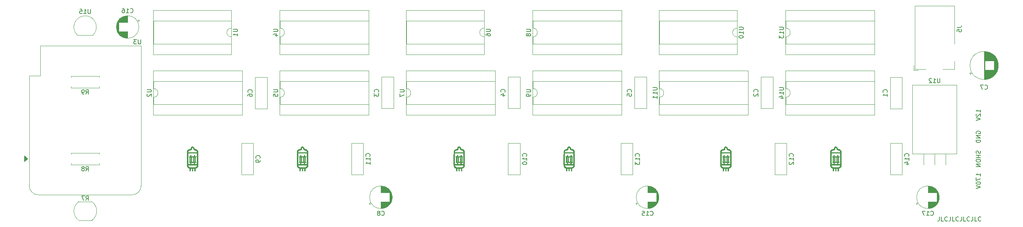
<source format=gbr>
%TF.GenerationSoftware,KiCad,Pcbnew,(5.1.7-0-10_14)*%
%TF.CreationDate,2020-10-11T18:19:48+02:00*%
%TF.ProjectId,nixie_board,6e697869-655f-4626-9f61-72642e6b6963,rev?*%
%TF.SameCoordinates,Original*%
%TF.FileFunction,Legend,Bot*%
%TF.FilePolarity,Positive*%
%FSLAX46Y46*%
G04 Gerber Fmt 4.6, Leading zero omitted, Abs format (unit mm)*
G04 Created by KiCad (PCBNEW (5.1.7-0-10_14)) date 2020-10-11 18:19:48*
%MOMM*%
%LPD*%
G01*
G04 APERTURE LIST*
%ADD10C,0.200000*%
%ADD11C,0.120000*%
%ADD12C,0.150000*%
%ADD13C,0.010000*%
G04 APERTURE END LIST*
D10*
X252555952Y-70572380D02*
X252555952Y-71286666D01*
X252508333Y-71429523D01*
X252413095Y-71524761D01*
X252270238Y-71572380D01*
X252175000Y-71572380D01*
X253508333Y-71572380D02*
X253032142Y-71572380D01*
X253032142Y-70572380D01*
X254413095Y-71477142D02*
X254365476Y-71524761D01*
X254222619Y-71572380D01*
X254127380Y-71572380D01*
X253984523Y-71524761D01*
X253889285Y-71429523D01*
X253841666Y-71334285D01*
X253794047Y-71143809D01*
X253794047Y-71000952D01*
X253841666Y-70810476D01*
X253889285Y-70715238D01*
X253984523Y-70620000D01*
X254127380Y-70572380D01*
X254222619Y-70572380D01*
X254365476Y-70620000D01*
X254413095Y-70667619D01*
X255127380Y-70572380D02*
X255127380Y-71286666D01*
X255079761Y-71429523D01*
X254984523Y-71524761D01*
X254841666Y-71572380D01*
X254746428Y-71572380D01*
X256079761Y-71572380D02*
X255603571Y-71572380D01*
X255603571Y-70572380D01*
X256984523Y-71477142D02*
X256936904Y-71524761D01*
X256794047Y-71572380D01*
X256698809Y-71572380D01*
X256555952Y-71524761D01*
X256460714Y-71429523D01*
X256413095Y-71334285D01*
X256365476Y-71143809D01*
X256365476Y-71000952D01*
X256413095Y-70810476D01*
X256460714Y-70715238D01*
X256555952Y-70620000D01*
X256698809Y-70572380D01*
X256794047Y-70572380D01*
X256936904Y-70620000D01*
X256984523Y-70667619D01*
X257698809Y-70572380D02*
X257698809Y-71286666D01*
X257651190Y-71429523D01*
X257555952Y-71524761D01*
X257413095Y-71572380D01*
X257317857Y-71572380D01*
X258651190Y-71572380D02*
X258175000Y-71572380D01*
X258175000Y-70572380D01*
X259555952Y-71477142D02*
X259508333Y-71524761D01*
X259365476Y-71572380D01*
X259270238Y-71572380D01*
X259127380Y-71524761D01*
X259032142Y-71429523D01*
X258984523Y-71334285D01*
X258936904Y-71143809D01*
X258936904Y-71000952D01*
X258984523Y-70810476D01*
X259032142Y-70715238D01*
X259127380Y-70620000D01*
X259270238Y-70572380D01*
X259365476Y-70572380D01*
X259508333Y-70620000D01*
X259555952Y-70667619D01*
X260270238Y-70572380D02*
X260270238Y-71286666D01*
X260222619Y-71429523D01*
X260127380Y-71524761D01*
X259984523Y-71572380D01*
X259889285Y-71572380D01*
X261222619Y-71572380D02*
X260746428Y-71572380D01*
X260746428Y-70572380D01*
X262127380Y-71477142D02*
X262079761Y-71524761D01*
X261936904Y-71572380D01*
X261841666Y-71572380D01*
X261698809Y-71524761D01*
X261603571Y-71429523D01*
X261555952Y-71334285D01*
X261508333Y-71143809D01*
X261508333Y-71000952D01*
X261555952Y-70810476D01*
X261603571Y-70715238D01*
X261698809Y-70620000D01*
X261841666Y-70572380D01*
X261936904Y-70572380D01*
X262079761Y-70620000D01*
X262127380Y-70667619D01*
D11*
%TO.C,U3*%
X44855000Y-31030000D02*
X68175000Y-31030000D01*
X42315000Y-37930000D02*
X42315000Y-63360000D01*
X68175000Y-31030000D02*
X68175000Y-63360000D01*
X66055000Y-65490000D02*
X44445000Y-65490000D01*
D12*
G36*
X41275000Y-57785000D02*
G01*
X41275000Y-56515000D01*
X41910000Y-57150000D01*
X41275000Y-57785000D01*
G37*
X41275000Y-57785000D02*
X41275000Y-56515000D01*
X41910000Y-57150000D01*
X41275000Y-57785000D01*
D11*
X42315000Y-37930000D02*
X44855000Y-37930000D01*
X44855000Y-37930000D02*
X44855000Y-31030000D01*
X66045000Y-65490000D02*
G75*
G03*
X68175000Y-63360000I0J2130000D01*
G01*
X42315000Y-63360000D02*
G75*
G03*
X44445000Y-65490000I2130000J0D01*
G01*
%TO.C,J5*%
X247710000Y-36660000D02*
X246660000Y-36660000D01*
X246660000Y-35610000D02*
X246660000Y-36660000D01*
X256060000Y-30560000D02*
X256060000Y-21760000D01*
X256060000Y-21760000D02*
X246860000Y-21760000D01*
X253360000Y-36460000D02*
X256060000Y-36460000D01*
X256060000Y-36460000D02*
X256060000Y-34560000D01*
X246860000Y-21760000D02*
X246860000Y-36460000D01*
X246860000Y-36460000D02*
X249460000Y-36460000D01*
%TO.C,C17*%
X252540000Y-66040000D02*
G75*
G03*
X252540000Y-66040000I-2620000J0D01*
G01*
X249920000Y-65000000D02*
X249920000Y-63460000D01*
X249920000Y-68620000D02*
X249920000Y-67080000D01*
X249960000Y-65000000D02*
X249960000Y-63460000D01*
X249960000Y-68620000D02*
X249960000Y-67080000D01*
X250000000Y-68619000D02*
X250000000Y-67080000D01*
X250000000Y-65000000D02*
X250000000Y-63461000D01*
X250040000Y-68618000D02*
X250040000Y-67080000D01*
X250040000Y-65000000D02*
X250040000Y-63462000D01*
X250080000Y-68616000D02*
X250080000Y-67080000D01*
X250080000Y-65000000D02*
X250080000Y-63464000D01*
X250120000Y-68613000D02*
X250120000Y-67080000D01*
X250120000Y-65000000D02*
X250120000Y-63467000D01*
X250160000Y-68609000D02*
X250160000Y-67080000D01*
X250160000Y-65000000D02*
X250160000Y-63471000D01*
X250200000Y-68605000D02*
X250200000Y-67080000D01*
X250200000Y-65000000D02*
X250200000Y-63475000D01*
X250240000Y-68601000D02*
X250240000Y-67080000D01*
X250240000Y-65000000D02*
X250240000Y-63479000D01*
X250280000Y-68596000D02*
X250280000Y-67080000D01*
X250280000Y-65000000D02*
X250280000Y-63484000D01*
X250320000Y-68590000D02*
X250320000Y-67080000D01*
X250320000Y-65000000D02*
X250320000Y-63490000D01*
X250360000Y-68583000D02*
X250360000Y-67080000D01*
X250360000Y-65000000D02*
X250360000Y-63497000D01*
X250400000Y-68576000D02*
X250400000Y-67080000D01*
X250400000Y-65000000D02*
X250400000Y-63504000D01*
X250440000Y-68568000D02*
X250440000Y-67080000D01*
X250440000Y-65000000D02*
X250440000Y-63512000D01*
X250480000Y-68560000D02*
X250480000Y-67080000D01*
X250480000Y-65000000D02*
X250480000Y-63520000D01*
X250520000Y-68551000D02*
X250520000Y-67080000D01*
X250520000Y-65000000D02*
X250520000Y-63529000D01*
X250560000Y-68541000D02*
X250560000Y-67080000D01*
X250560000Y-65000000D02*
X250560000Y-63539000D01*
X250600000Y-68531000D02*
X250600000Y-67080000D01*
X250600000Y-65000000D02*
X250600000Y-63549000D01*
X250641000Y-68520000D02*
X250641000Y-67080000D01*
X250641000Y-65000000D02*
X250641000Y-63560000D01*
X250681000Y-68508000D02*
X250681000Y-67080000D01*
X250681000Y-65000000D02*
X250681000Y-63572000D01*
X250721000Y-68495000D02*
X250721000Y-67080000D01*
X250721000Y-65000000D02*
X250721000Y-63585000D01*
X250761000Y-68482000D02*
X250761000Y-67080000D01*
X250761000Y-65000000D02*
X250761000Y-63598000D01*
X250801000Y-68468000D02*
X250801000Y-67080000D01*
X250801000Y-65000000D02*
X250801000Y-63612000D01*
X250841000Y-68454000D02*
X250841000Y-67080000D01*
X250841000Y-65000000D02*
X250841000Y-63626000D01*
X250881000Y-68438000D02*
X250881000Y-67080000D01*
X250881000Y-65000000D02*
X250881000Y-63642000D01*
X250921000Y-68422000D02*
X250921000Y-67080000D01*
X250921000Y-65000000D02*
X250921000Y-63658000D01*
X250961000Y-68405000D02*
X250961000Y-67080000D01*
X250961000Y-65000000D02*
X250961000Y-63675000D01*
X251001000Y-68388000D02*
X251001000Y-67080000D01*
X251001000Y-65000000D02*
X251001000Y-63692000D01*
X251041000Y-68369000D02*
X251041000Y-67080000D01*
X251041000Y-65000000D02*
X251041000Y-63711000D01*
X251081000Y-68350000D02*
X251081000Y-67080000D01*
X251081000Y-65000000D02*
X251081000Y-63730000D01*
X251121000Y-68330000D02*
X251121000Y-67080000D01*
X251121000Y-65000000D02*
X251121000Y-63750000D01*
X251161000Y-68308000D02*
X251161000Y-67080000D01*
X251161000Y-65000000D02*
X251161000Y-63772000D01*
X251201000Y-68287000D02*
X251201000Y-67080000D01*
X251201000Y-65000000D02*
X251201000Y-63793000D01*
X251241000Y-68264000D02*
X251241000Y-67080000D01*
X251241000Y-65000000D02*
X251241000Y-63816000D01*
X251281000Y-68240000D02*
X251281000Y-67080000D01*
X251281000Y-65000000D02*
X251281000Y-63840000D01*
X251321000Y-68215000D02*
X251321000Y-67080000D01*
X251321000Y-65000000D02*
X251321000Y-63865000D01*
X251361000Y-68189000D02*
X251361000Y-67080000D01*
X251361000Y-65000000D02*
X251361000Y-63891000D01*
X251401000Y-68162000D02*
X251401000Y-67080000D01*
X251401000Y-65000000D02*
X251401000Y-63918000D01*
X251441000Y-68135000D02*
X251441000Y-67080000D01*
X251441000Y-65000000D02*
X251441000Y-63945000D01*
X251481000Y-68105000D02*
X251481000Y-67080000D01*
X251481000Y-65000000D02*
X251481000Y-63975000D01*
X251521000Y-68075000D02*
X251521000Y-67080000D01*
X251521000Y-65000000D02*
X251521000Y-64005000D01*
X251561000Y-68044000D02*
X251561000Y-67080000D01*
X251561000Y-65000000D02*
X251561000Y-64036000D01*
X251601000Y-68011000D02*
X251601000Y-67080000D01*
X251601000Y-65000000D02*
X251601000Y-64069000D01*
X251641000Y-67977000D02*
X251641000Y-67080000D01*
X251641000Y-65000000D02*
X251641000Y-64103000D01*
X251681000Y-67941000D02*
X251681000Y-67080000D01*
X251681000Y-65000000D02*
X251681000Y-64139000D01*
X251721000Y-67904000D02*
X251721000Y-67080000D01*
X251721000Y-65000000D02*
X251721000Y-64176000D01*
X251761000Y-67866000D02*
X251761000Y-67080000D01*
X251761000Y-65000000D02*
X251761000Y-64214000D01*
X251801000Y-67825000D02*
X251801000Y-67080000D01*
X251801000Y-65000000D02*
X251801000Y-64255000D01*
X251841000Y-67783000D02*
X251841000Y-67080000D01*
X251841000Y-65000000D02*
X251841000Y-64297000D01*
X251881000Y-67739000D02*
X251881000Y-67080000D01*
X251881000Y-65000000D02*
X251881000Y-64341000D01*
X251921000Y-67693000D02*
X251921000Y-67080000D01*
X251921000Y-65000000D02*
X251921000Y-64387000D01*
X251961000Y-67645000D02*
X251961000Y-64435000D01*
X252001000Y-67594000D02*
X252001000Y-64486000D01*
X252041000Y-67540000D02*
X252041000Y-64540000D01*
X252081000Y-67483000D02*
X252081000Y-64597000D01*
X252121000Y-67423000D02*
X252121000Y-64657000D01*
X252161000Y-67359000D02*
X252161000Y-64721000D01*
X252201000Y-67291000D02*
X252201000Y-64789000D01*
X252241000Y-67218000D02*
X252241000Y-64862000D01*
X252281000Y-67138000D02*
X252281000Y-64942000D01*
X252321000Y-67051000D02*
X252321000Y-65029000D01*
X252361000Y-66955000D02*
X252361000Y-65125000D01*
X252401000Y-66845000D02*
X252401000Y-65235000D01*
X252441000Y-66717000D02*
X252441000Y-65363000D01*
X252481000Y-66558000D02*
X252481000Y-65522000D01*
X252521000Y-66324000D02*
X252521000Y-65756000D01*
X247115225Y-67515000D02*
X247615225Y-67515000D01*
X247365225Y-67765000D02*
X247365225Y-67265000D01*
%TO.C,C16*%
X67660000Y-26670000D02*
G75*
G03*
X67660000Y-26670000I-2620000J0D01*
G01*
X65040000Y-27710000D02*
X65040000Y-29250000D01*
X65040000Y-24090000D02*
X65040000Y-25630000D01*
X65000000Y-27710000D02*
X65000000Y-29250000D01*
X65000000Y-24090000D02*
X65000000Y-25630000D01*
X64960000Y-24091000D02*
X64960000Y-25630000D01*
X64960000Y-27710000D02*
X64960000Y-29249000D01*
X64920000Y-24092000D02*
X64920000Y-25630000D01*
X64920000Y-27710000D02*
X64920000Y-29248000D01*
X64880000Y-24094000D02*
X64880000Y-25630000D01*
X64880000Y-27710000D02*
X64880000Y-29246000D01*
X64840000Y-24097000D02*
X64840000Y-25630000D01*
X64840000Y-27710000D02*
X64840000Y-29243000D01*
X64800000Y-24101000D02*
X64800000Y-25630000D01*
X64800000Y-27710000D02*
X64800000Y-29239000D01*
X64760000Y-24105000D02*
X64760000Y-25630000D01*
X64760000Y-27710000D02*
X64760000Y-29235000D01*
X64720000Y-24109000D02*
X64720000Y-25630000D01*
X64720000Y-27710000D02*
X64720000Y-29231000D01*
X64680000Y-24114000D02*
X64680000Y-25630000D01*
X64680000Y-27710000D02*
X64680000Y-29226000D01*
X64640000Y-24120000D02*
X64640000Y-25630000D01*
X64640000Y-27710000D02*
X64640000Y-29220000D01*
X64600000Y-24127000D02*
X64600000Y-25630000D01*
X64600000Y-27710000D02*
X64600000Y-29213000D01*
X64560000Y-24134000D02*
X64560000Y-25630000D01*
X64560000Y-27710000D02*
X64560000Y-29206000D01*
X64520000Y-24142000D02*
X64520000Y-25630000D01*
X64520000Y-27710000D02*
X64520000Y-29198000D01*
X64480000Y-24150000D02*
X64480000Y-25630000D01*
X64480000Y-27710000D02*
X64480000Y-29190000D01*
X64440000Y-24159000D02*
X64440000Y-25630000D01*
X64440000Y-27710000D02*
X64440000Y-29181000D01*
X64400000Y-24169000D02*
X64400000Y-25630000D01*
X64400000Y-27710000D02*
X64400000Y-29171000D01*
X64360000Y-24179000D02*
X64360000Y-25630000D01*
X64360000Y-27710000D02*
X64360000Y-29161000D01*
X64319000Y-24190000D02*
X64319000Y-25630000D01*
X64319000Y-27710000D02*
X64319000Y-29150000D01*
X64279000Y-24202000D02*
X64279000Y-25630000D01*
X64279000Y-27710000D02*
X64279000Y-29138000D01*
X64239000Y-24215000D02*
X64239000Y-25630000D01*
X64239000Y-27710000D02*
X64239000Y-29125000D01*
X64199000Y-24228000D02*
X64199000Y-25630000D01*
X64199000Y-27710000D02*
X64199000Y-29112000D01*
X64159000Y-24242000D02*
X64159000Y-25630000D01*
X64159000Y-27710000D02*
X64159000Y-29098000D01*
X64119000Y-24256000D02*
X64119000Y-25630000D01*
X64119000Y-27710000D02*
X64119000Y-29084000D01*
X64079000Y-24272000D02*
X64079000Y-25630000D01*
X64079000Y-27710000D02*
X64079000Y-29068000D01*
X64039000Y-24288000D02*
X64039000Y-25630000D01*
X64039000Y-27710000D02*
X64039000Y-29052000D01*
X63999000Y-24305000D02*
X63999000Y-25630000D01*
X63999000Y-27710000D02*
X63999000Y-29035000D01*
X63959000Y-24322000D02*
X63959000Y-25630000D01*
X63959000Y-27710000D02*
X63959000Y-29018000D01*
X63919000Y-24341000D02*
X63919000Y-25630000D01*
X63919000Y-27710000D02*
X63919000Y-28999000D01*
X63879000Y-24360000D02*
X63879000Y-25630000D01*
X63879000Y-27710000D02*
X63879000Y-28980000D01*
X63839000Y-24380000D02*
X63839000Y-25630000D01*
X63839000Y-27710000D02*
X63839000Y-28960000D01*
X63799000Y-24402000D02*
X63799000Y-25630000D01*
X63799000Y-27710000D02*
X63799000Y-28938000D01*
X63759000Y-24423000D02*
X63759000Y-25630000D01*
X63759000Y-27710000D02*
X63759000Y-28917000D01*
X63719000Y-24446000D02*
X63719000Y-25630000D01*
X63719000Y-27710000D02*
X63719000Y-28894000D01*
X63679000Y-24470000D02*
X63679000Y-25630000D01*
X63679000Y-27710000D02*
X63679000Y-28870000D01*
X63639000Y-24495000D02*
X63639000Y-25630000D01*
X63639000Y-27710000D02*
X63639000Y-28845000D01*
X63599000Y-24521000D02*
X63599000Y-25630000D01*
X63599000Y-27710000D02*
X63599000Y-28819000D01*
X63559000Y-24548000D02*
X63559000Y-25630000D01*
X63559000Y-27710000D02*
X63559000Y-28792000D01*
X63519000Y-24575000D02*
X63519000Y-25630000D01*
X63519000Y-27710000D02*
X63519000Y-28765000D01*
X63479000Y-24605000D02*
X63479000Y-25630000D01*
X63479000Y-27710000D02*
X63479000Y-28735000D01*
X63439000Y-24635000D02*
X63439000Y-25630000D01*
X63439000Y-27710000D02*
X63439000Y-28705000D01*
X63399000Y-24666000D02*
X63399000Y-25630000D01*
X63399000Y-27710000D02*
X63399000Y-28674000D01*
X63359000Y-24699000D02*
X63359000Y-25630000D01*
X63359000Y-27710000D02*
X63359000Y-28641000D01*
X63319000Y-24733000D02*
X63319000Y-25630000D01*
X63319000Y-27710000D02*
X63319000Y-28607000D01*
X63279000Y-24769000D02*
X63279000Y-25630000D01*
X63279000Y-27710000D02*
X63279000Y-28571000D01*
X63239000Y-24806000D02*
X63239000Y-25630000D01*
X63239000Y-27710000D02*
X63239000Y-28534000D01*
X63199000Y-24844000D02*
X63199000Y-25630000D01*
X63199000Y-27710000D02*
X63199000Y-28496000D01*
X63159000Y-24885000D02*
X63159000Y-25630000D01*
X63159000Y-27710000D02*
X63159000Y-28455000D01*
X63119000Y-24927000D02*
X63119000Y-25630000D01*
X63119000Y-27710000D02*
X63119000Y-28413000D01*
X63079000Y-24971000D02*
X63079000Y-25630000D01*
X63079000Y-27710000D02*
X63079000Y-28369000D01*
X63039000Y-25017000D02*
X63039000Y-25630000D01*
X63039000Y-27710000D02*
X63039000Y-28323000D01*
X62999000Y-25065000D02*
X62999000Y-28275000D01*
X62959000Y-25116000D02*
X62959000Y-28224000D01*
X62919000Y-25170000D02*
X62919000Y-28170000D01*
X62879000Y-25227000D02*
X62879000Y-28113000D01*
X62839000Y-25287000D02*
X62839000Y-28053000D01*
X62799000Y-25351000D02*
X62799000Y-27989000D01*
X62759000Y-25419000D02*
X62759000Y-27921000D01*
X62719000Y-25492000D02*
X62719000Y-27848000D01*
X62679000Y-25572000D02*
X62679000Y-27768000D01*
X62639000Y-25659000D02*
X62639000Y-27681000D01*
X62599000Y-25755000D02*
X62599000Y-27585000D01*
X62559000Y-25865000D02*
X62559000Y-27475000D01*
X62519000Y-25993000D02*
X62519000Y-27347000D01*
X62479000Y-26152000D02*
X62479000Y-27188000D01*
X62439000Y-26386000D02*
X62439000Y-26954000D01*
X67844775Y-25195000D02*
X67344775Y-25195000D01*
X67594775Y-24945000D02*
X67594775Y-25445000D01*
D13*
%TO.C,S12*%
G36*
X228457107Y-54321043D02*
G01*
X228332271Y-54397913D01*
X228239051Y-54509970D01*
X228191005Y-54644075D01*
X228187369Y-54692391D01*
X228163553Y-54794444D01*
X228089951Y-54863052D01*
X227962900Y-54901370D01*
X227941197Y-54904427D01*
X227769013Y-54953462D01*
X227602914Y-55048369D01*
X227467049Y-55174140D01*
X227432477Y-55220593D01*
X227345875Y-55351426D01*
X227336594Y-57036525D01*
X227334575Y-57427006D01*
X227333431Y-57759322D01*
X227333571Y-58038804D01*
X227335406Y-58270787D01*
X227339344Y-58460601D01*
X227345795Y-58613581D01*
X227355168Y-58735059D01*
X227367873Y-58830367D01*
X227384318Y-58904839D01*
X227404913Y-58963806D01*
X227430068Y-59012602D01*
X227460192Y-59056559D01*
X227495003Y-59100172D01*
X227583894Y-59187162D01*
X227692662Y-59264841D01*
X227800454Y-59320324D01*
X227884361Y-59340750D01*
X227907695Y-59350790D01*
X227922405Y-59388189D01*
X227930281Y-59463860D01*
X227933115Y-59588715D01*
X227933250Y-59638487D01*
X227935729Y-59788879D01*
X227944359Y-59888010D01*
X227960932Y-59947971D01*
X227983537Y-59977958D01*
X228044728Y-60002527D01*
X228086724Y-59986421D01*
X228113526Y-59956160D01*
X228131331Y-59897663D01*
X228142456Y-59798847D01*
X228148754Y-59662824D01*
X228157883Y-59372500D01*
X228502451Y-59372500D01*
X228511538Y-59682062D01*
X228516285Y-59823970D01*
X228522679Y-59914135D01*
X228534073Y-59964288D01*
X228553822Y-59986164D01*
X228585277Y-59991496D01*
X228600000Y-59991625D01*
X228636454Y-59989360D01*
X228660002Y-59974746D01*
X228673998Y-59936048D01*
X228681794Y-59861533D01*
X228686745Y-59739469D01*
X228688463Y-59682062D01*
X228697550Y-59372500D01*
X229044500Y-59372500D01*
X229044500Y-59628587D01*
X229053016Y-59808478D01*
X229077927Y-59932907D01*
X229118281Y-60000110D01*
X229173125Y-60008324D01*
X229228650Y-59969400D01*
X229249041Y-59915212D01*
X229262019Y-59805120D01*
X229266745Y-59646379D01*
X229266750Y-59639993D01*
X229266750Y-59348687D01*
X229354063Y-59331143D01*
X229488262Y-59277752D01*
X229624920Y-59177542D01*
X229746245Y-59043877D01*
X229757696Y-59027982D01*
X229854125Y-58890779D01*
X229854125Y-58643269D01*
X229616000Y-58643269D01*
X229587242Y-58780933D01*
X229510593Y-58912624D01*
X229400493Y-59020239D01*
X229271381Y-59085675D01*
X229260887Y-59088490D01*
X229196776Y-59096392D01*
X229081031Y-59102705D01*
X228925502Y-59107100D01*
X228742044Y-59109250D01*
X228542509Y-59108826D01*
X228530830Y-59108717D01*
X228314580Y-59106159D01*
X228152336Y-59102653D01*
X228034605Y-59097248D01*
X227951893Y-59088989D01*
X227894708Y-59076922D01*
X227853554Y-59060095D01*
X227818939Y-59037553D01*
X227818416Y-59037163D01*
X227683717Y-58905700D01*
X227608006Y-58755236D01*
X227594892Y-58697067D01*
X227575692Y-58578750D01*
X228595846Y-58578750D01*
X228876933Y-58578850D01*
X229100985Y-58579423D01*
X229274467Y-58580878D01*
X229403845Y-58583624D01*
X229495585Y-58588070D01*
X229556151Y-58594625D01*
X229592008Y-58603697D01*
X229609623Y-58615695D01*
X229615460Y-58631029D01*
X229616000Y-58643269D01*
X229854125Y-58643269D01*
X229854125Y-55848250D01*
X229616000Y-55848250D01*
X229616000Y-58356500D01*
X229139750Y-58356500D01*
X229139750Y-58010729D01*
X229193866Y-58007250D01*
X228949250Y-58007250D01*
X228949250Y-58356500D01*
X228314250Y-58356500D01*
X228314250Y-58007250D01*
X228949250Y-58007250D01*
X229193866Y-58007250D01*
X229290277Y-58001052D01*
X229393215Y-57982052D01*
X229450027Y-57946650D01*
X229455724Y-57903260D01*
X229405320Y-57860295D01*
X229380186Y-57849378D01*
X229298500Y-57818321D01*
X229298500Y-57279994D01*
X229298736Y-57083760D01*
X229300227Y-56941954D01*
X229304149Y-56845503D01*
X229311680Y-56785335D01*
X229323995Y-56752376D01*
X229342270Y-56737554D01*
X229343611Y-56737250D01*
X229139750Y-56737250D01*
X229139750Y-57852717D01*
X229052438Y-57842671D01*
X228965125Y-57832625D01*
X228956438Y-57284937D01*
X228947751Y-56737250D01*
X228790500Y-56737250D01*
X228790500Y-57848500D01*
X228473000Y-57848500D01*
X228473000Y-56737250D01*
X228314250Y-56737250D01*
X228314250Y-57271708D01*
X228313051Y-57449844D01*
X228309731Y-57605368D01*
X228304705Y-57727365D01*
X228298389Y-57804922D01*
X228293084Y-57827333D01*
X228247653Y-57844039D01*
X228197834Y-57848500D01*
X228123750Y-57848500D01*
X228123750Y-56737250D01*
X228314250Y-56737250D01*
X228473000Y-56737250D01*
X228790500Y-56737250D01*
X228947751Y-56737250D01*
X229139750Y-56737250D01*
X229343611Y-56737250D01*
X229367682Y-56731797D01*
X229369614Y-56731520D01*
X229428702Y-56700153D01*
X229453865Y-56643976D01*
X229436784Y-56588508D01*
X229420687Y-56574853D01*
X229361893Y-56556688D01*
X229273430Y-56547490D01*
X229258813Y-56547236D01*
X229181779Y-56543259D01*
X229148156Y-56519729D01*
X229139949Y-56457966D01*
X229139750Y-56423637D01*
X229125503Y-56319812D01*
X229087973Y-56255985D01*
X229034976Y-56241054D01*
X228996875Y-56261000D01*
X228964151Y-56319870D01*
X228949411Y-56412687D01*
X228949250Y-56423637D01*
X228949250Y-56546750D01*
X228314250Y-56546750D01*
X228314250Y-56423637D01*
X228300003Y-56319812D01*
X228262473Y-56255985D01*
X228209476Y-56241054D01*
X228171375Y-56261000D01*
X228138651Y-56319870D01*
X228123911Y-56412687D01*
X228123750Y-56423637D01*
X228120014Y-56503325D01*
X228097891Y-56538113D01*
X228041013Y-56546571D01*
X228015222Y-56546750D01*
X227925339Y-56552228D01*
X227857965Y-56565466D01*
X227856472Y-56566021D01*
X227813292Y-56609116D01*
X227811226Y-56669656D01*
X227847913Y-56718803D01*
X227869750Y-56728050D01*
X227892762Y-56737251D01*
X227909426Y-56757032D01*
X227920763Y-56796466D01*
X227927794Y-56864627D01*
X227931538Y-56970588D01*
X227933015Y-57123423D01*
X227933250Y-57292875D01*
X227932929Y-57491437D01*
X227931254Y-57635598D01*
X227927159Y-57734459D01*
X227919579Y-57797117D01*
X227907446Y-57832672D01*
X227889696Y-57850223D01*
X227866989Y-57858421D01*
X227815487Y-57894747D01*
X227811712Y-57933562D01*
X227835002Y-57971802D01*
X227896079Y-57992916D01*
X227973224Y-58001052D01*
X228123750Y-58010729D01*
X228123750Y-58356500D01*
X227584000Y-58356500D01*
X227584000Y-55848250D01*
X229616000Y-55848250D01*
X229854125Y-55848250D01*
X229854125Y-55593230D01*
X229616000Y-55593230D01*
X229614411Y-55611040D01*
X229605322Y-55625228D01*
X229582257Y-55636207D01*
X229538736Y-55644388D01*
X229468281Y-55650182D01*
X229364414Y-55654001D01*
X229220656Y-55656255D01*
X229030528Y-55657357D01*
X228787553Y-55657718D01*
X228600000Y-55657750D01*
X228319547Y-55657649D01*
X228096114Y-55657071D01*
X227923225Y-55655607D01*
X227794401Y-55652843D01*
X227703162Y-55648369D01*
X227643032Y-55641773D01*
X227607530Y-55632644D01*
X227590179Y-55620570D01*
X227584501Y-55605140D01*
X227584000Y-55593230D01*
X227607784Y-55475469D01*
X227668778Y-55352992D01*
X227751451Y-55256438D01*
X227757013Y-55251941D01*
X227842430Y-55205488D01*
X227953340Y-55170165D01*
X227991048Y-55163112D01*
X228102800Y-55139844D01*
X228203270Y-55107673D01*
X228228342Y-55096460D01*
X228326433Y-55017400D01*
X228402443Y-54903163D01*
X228439763Y-54780368D01*
X228441132Y-54755375D01*
X228461970Y-54660898D01*
X228514054Y-54584654D01*
X228582111Y-54547447D01*
X228594484Y-54546500D01*
X228671940Y-54574886D01*
X228732104Y-54646606D01*
X228758681Y-54741501D01*
X228758869Y-54749858D01*
X228786119Y-54876290D01*
X228856663Y-54997447D01*
X228954127Y-55086661D01*
X228971659Y-55096460D01*
X229059254Y-55129186D01*
X229171475Y-55156756D01*
X229208953Y-55163112D01*
X229319834Y-55191165D01*
X229418453Y-55235369D01*
X229442988Y-55251941D01*
X229526504Y-55345842D01*
X229589318Y-55467593D01*
X229615897Y-55586552D01*
X229616000Y-55593230D01*
X229854125Y-55593230D01*
X229854125Y-55345720D01*
X229758679Y-55208047D01*
X229657226Y-55098299D01*
X229522709Y-55001642D01*
X229376552Y-54930388D01*
X229240179Y-54896849D01*
X229215233Y-54895750D01*
X229111485Y-54867915D01*
X229040441Y-54792129D01*
X229012693Y-54679964D01*
X229012632Y-54674372D01*
X228983119Y-54547693D01*
X228904662Y-54433708D01*
X228791810Y-54345885D01*
X228659114Y-54297688D01*
X228600001Y-54292500D01*
X228457107Y-54321043D01*
G37*
X228457107Y-54321043D02*
X228332271Y-54397913D01*
X228239051Y-54509970D01*
X228191005Y-54644075D01*
X228187369Y-54692391D01*
X228163553Y-54794444D01*
X228089951Y-54863052D01*
X227962900Y-54901370D01*
X227941197Y-54904427D01*
X227769013Y-54953462D01*
X227602914Y-55048369D01*
X227467049Y-55174140D01*
X227432477Y-55220593D01*
X227345875Y-55351426D01*
X227336594Y-57036525D01*
X227334575Y-57427006D01*
X227333431Y-57759322D01*
X227333571Y-58038804D01*
X227335406Y-58270787D01*
X227339344Y-58460601D01*
X227345795Y-58613581D01*
X227355168Y-58735059D01*
X227367873Y-58830367D01*
X227384318Y-58904839D01*
X227404913Y-58963806D01*
X227430068Y-59012602D01*
X227460192Y-59056559D01*
X227495003Y-59100172D01*
X227583894Y-59187162D01*
X227692662Y-59264841D01*
X227800454Y-59320324D01*
X227884361Y-59340750D01*
X227907695Y-59350790D01*
X227922405Y-59388189D01*
X227930281Y-59463860D01*
X227933115Y-59588715D01*
X227933250Y-59638487D01*
X227935729Y-59788879D01*
X227944359Y-59888010D01*
X227960932Y-59947971D01*
X227983537Y-59977958D01*
X228044728Y-60002527D01*
X228086724Y-59986421D01*
X228113526Y-59956160D01*
X228131331Y-59897663D01*
X228142456Y-59798847D01*
X228148754Y-59662824D01*
X228157883Y-59372500D01*
X228502451Y-59372500D01*
X228511538Y-59682062D01*
X228516285Y-59823970D01*
X228522679Y-59914135D01*
X228534073Y-59964288D01*
X228553822Y-59986164D01*
X228585277Y-59991496D01*
X228600000Y-59991625D01*
X228636454Y-59989360D01*
X228660002Y-59974746D01*
X228673998Y-59936048D01*
X228681794Y-59861533D01*
X228686745Y-59739469D01*
X228688463Y-59682062D01*
X228697550Y-59372500D01*
X229044500Y-59372500D01*
X229044500Y-59628587D01*
X229053016Y-59808478D01*
X229077927Y-59932907D01*
X229118281Y-60000110D01*
X229173125Y-60008324D01*
X229228650Y-59969400D01*
X229249041Y-59915212D01*
X229262019Y-59805120D01*
X229266745Y-59646379D01*
X229266750Y-59639993D01*
X229266750Y-59348687D01*
X229354063Y-59331143D01*
X229488262Y-59277752D01*
X229624920Y-59177542D01*
X229746245Y-59043877D01*
X229757696Y-59027982D01*
X229854125Y-58890779D01*
X229854125Y-58643269D01*
X229616000Y-58643269D01*
X229587242Y-58780933D01*
X229510593Y-58912624D01*
X229400493Y-59020239D01*
X229271381Y-59085675D01*
X229260887Y-59088490D01*
X229196776Y-59096392D01*
X229081031Y-59102705D01*
X228925502Y-59107100D01*
X228742044Y-59109250D01*
X228542509Y-59108826D01*
X228530830Y-59108717D01*
X228314580Y-59106159D01*
X228152336Y-59102653D01*
X228034605Y-59097248D01*
X227951893Y-59088989D01*
X227894708Y-59076922D01*
X227853554Y-59060095D01*
X227818939Y-59037553D01*
X227818416Y-59037163D01*
X227683717Y-58905700D01*
X227608006Y-58755236D01*
X227594892Y-58697067D01*
X227575692Y-58578750D01*
X228595846Y-58578750D01*
X228876933Y-58578850D01*
X229100985Y-58579423D01*
X229274467Y-58580878D01*
X229403845Y-58583624D01*
X229495585Y-58588070D01*
X229556151Y-58594625D01*
X229592008Y-58603697D01*
X229609623Y-58615695D01*
X229615460Y-58631029D01*
X229616000Y-58643269D01*
X229854125Y-58643269D01*
X229854125Y-55848250D01*
X229616000Y-55848250D01*
X229616000Y-58356500D01*
X229139750Y-58356500D01*
X229139750Y-58010729D01*
X229193866Y-58007250D01*
X228949250Y-58007250D01*
X228949250Y-58356500D01*
X228314250Y-58356500D01*
X228314250Y-58007250D01*
X228949250Y-58007250D01*
X229193866Y-58007250D01*
X229290277Y-58001052D01*
X229393215Y-57982052D01*
X229450027Y-57946650D01*
X229455724Y-57903260D01*
X229405320Y-57860295D01*
X229380186Y-57849378D01*
X229298500Y-57818321D01*
X229298500Y-57279994D01*
X229298736Y-57083760D01*
X229300227Y-56941954D01*
X229304149Y-56845503D01*
X229311680Y-56785335D01*
X229323995Y-56752376D01*
X229342270Y-56737554D01*
X229343611Y-56737250D01*
X229139750Y-56737250D01*
X229139750Y-57852717D01*
X229052438Y-57842671D01*
X228965125Y-57832625D01*
X228956438Y-57284937D01*
X228947751Y-56737250D01*
X228790500Y-56737250D01*
X228790500Y-57848500D01*
X228473000Y-57848500D01*
X228473000Y-56737250D01*
X228314250Y-56737250D01*
X228314250Y-57271708D01*
X228313051Y-57449844D01*
X228309731Y-57605368D01*
X228304705Y-57727365D01*
X228298389Y-57804922D01*
X228293084Y-57827333D01*
X228247653Y-57844039D01*
X228197834Y-57848500D01*
X228123750Y-57848500D01*
X228123750Y-56737250D01*
X228314250Y-56737250D01*
X228473000Y-56737250D01*
X228790500Y-56737250D01*
X228947751Y-56737250D01*
X229139750Y-56737250D01*
X229343611Y-56737250D01*
X229367682Y-56731797D01*
X229369614Y-56731520D01*
X229428702Y-56700153D01*
X229453865Y-56643976D01*
X229436784Y-56588508D01*
X229420687Y-56574853D01*
X229361893Y-56556688D01*
X229273430Y-56547490D01*
X229258813Y-56547236D01*
X229181779Y-56543259D01*
X229148156Y-56519729D01*
X229139949Y-56457966D01*
X229139750Y-56423637D01*
X229125503Y-56319812D01*
X229087973Y-56255985D01*
X229034976Y-56241054D01*
X228996875Y-56261000D01*
X228964151Y-56319870D01*
X228949411Y-56412687D01*
X228949250Y-56423637D01*
X228949250Y-56546750D01*
X228314250Y-56546750D01*
X228314250Y-56423637D01*
X228300003Y-56319812D01*
X228262473Y-56255985D01*
X228209476Y-56241054D01*
X228171375Y-56261000D01*
X228138651Y-56319870D01*
X228123911Y-56412687D01*
X228123750Y-56423637D01*
X228120014Y-56503325D01*
X228097891Y-56538113D01*
X228041013Y-56546571D01*
X228015222Y-56546750D01*
X227925339Y-56552228D01*
X227857965Y-56565466D01*
X227856472Y-56566021D01*
X227813292Y-56609116D01*
X227811226Y-56669656D01*
X227847913Y-56718803D01*
X227869750Y-56728050D01*
X227892762Y-56737251D01*
X227909426Y-56757032D01*
X227920763Y-56796466D01*
X227927794Y-56864627D01*
X227931538Y-56970588D01*
X227933015Y-57123423D01*
X227933250Y-57292875D01*
X227932929Y-57491437D01*
X227931254Y-57635598D01*
X227927159Y-57734459D01*
X227919579Y-57797117D01*
X227907446Y-57832672D01*
X227889696Y-57850223D01*
X227866989Y-57858421D01*
X227815487Y-57894747D01*
X227811712Y-57933562D01*
X227835002Y-57971802D01*
X227896079Y-57992916D01*
X227973224Y-58001052D01*
X228123750Y-58010729D01*
X228123750Y-58356500D01*
X227584000Y-58356500D01*
X227584000Y-55848250D01*
X229616000Y-55848250D01*
X229854125Y-55848250D01*
X229854125Y-55593230D01*
X229616000Y-55593230D01*
X229614411Y-55611040D01*
X229605322Y-55625228D01*
X229582257Y-55636207D01*
X229538736Y-55644388D01*
X229468281Y-55650182D01*
X229364414Y-55654001D01*
X229220656Y-55656255D01*
X229030528Y-55657357D01*
X228787553Y-55657718D01*
X228600000Y-55657750D01*
X228319547Y-55657649D01*
X228096114Y-55657071D01*
X227923225Y-55655607D01*
X227794401Y-55652843D01*
X227703162Y-55648369D01*
X227643032Y-55641773D01*
X227607530Y-55632644D01*
X227590179Y-55620570D01*
X227584501Y-55605140D01*
X227584000Y-55593230D01*
X227607784Y-55475469D01*
X227668778Y-55352992D01*
X227751451Y-55256438D01*
X227757013Y-55251941D01*
X227842430Y-55205488D01*
X227953340Y-55170165D01*
X227991048Y-55163112D01*
X228102800Y-55139844D01*
X228203270Y-55107673D01*
X228228342Y-55096460D01*
X228326433Y-55017400D01*
X228402443Y-54903163D01*
X228439763Y-54780368D01*
X228441132Y-54755375D01*
X228461970Y-54660898D01*
X228514054Y-54584654D01*
X228582111Y-54547447D01*
X228594484Y-54546500D01*
X228671940Y-54574886D01*
X228732104Y-54646606D01*
X228758681Y-54741501D01*
X228758869Y-54749858D01*
X228786119Y-54876290D01*
X228856663Y-54997447D01*
X228954127Y-55086661D01*
X228971659Y-55096460D01*
X229059254Y-55129186D01*
X229171475Y-55156756D01*
X229208953Y-55163112D01*
X229319834Y-55191165D01*
X229418453Y-55235369D01*
X229442988Y-55251941D01*
X229526504Y-55345842D01*
X229589318Y-55467593D01*
X229615897Y-55586552D01*
X229616000Y-55593230D01*
X229854125Y-55593230D01*
X229854125Y-55345720D01*
X229758679Y-55208047D01*
X229657226Y-55098299D01*
X229522709Y-55001642D01*
X229376552Y-54930388D01*
X229240179Y-54896849D01*
X229215233Y-54895750D01*
X229111485Y-54867915D01*
X229040441Y-54792129D01*
X229012693Y-54679964D01*
X229012632Y-54674372D01*
X228983119Y-54547693D01*
X228904662Y-54433708D01*
X228791810Y-54345885D01*
X228659114Y-54297688D01*
X228600001Y-54292500D01*
X228457107Y-54321043D01*
%TO.C,S11*%
G36*
X203057107Y-54321043D02*
G01*
X202932271Y-54397913D01*
X202839051Y-54509970D01*
X202791005Y-54644075D01*
X202787369Y-54692391D01*
X202763553Y-54794444D01*
X202689951Y-54863052D01*
X202562900Y-54901370D01*
X202541197Y-54904427D01*
X202369013Y-54953462D01*
X202202914Y-55048369D01*
X202067049Y-55174140D01*
X202032477Y-55220593D01*
X201945875Y-55351426D01*
X201936594Y-57036525D01*
X201934575Y-57427006D01*
X201933431Y-57759322D01*
X201933571Y-58038804D01*
X201935406Y-58270787D01*
X201939344Y-58460601D01*
X201945795Y-58613581D01*
X201955168Y-58735059D01*
X201967873Y-58830367D01*
X201984318Y-58904839D01*
X202004913Y-58963806D01*
X202030068Y-59012602D01*
X202060192Y-59056559D01*
X202095003Y-59100172D01*
X202183894Y-59187162D01*
X202292662Y-59264841D01*
X202400454Y-59320324D01*
X202484361Y-59340750D01*
X202507695Y-59350790D01*
X202522405Y-59388189D01*
X202530281Y-59463860D01*
X202533115Y-59588715D01*
X202533250Y-59638487D01*
X202535729Y-59788879D01*
X202544359Y-59888010D01*
X202560932Y-59947971D01*
X202583537Y-59977958D01*
X202644728Y-60002527D01*
X202686724Y-59986421D01*
X202713526Y-59956160D01*
X202731331Y-59897663D01*
X202742456Y-59798847D01*
X202748754Y-59662824D01*
X202757883Y-59372500D01*
X203102451Y-59372500D01*
X203111538Y-59682062D01*
X203116285Y-59823970D01*
X203122679Y-59914135D01*
X203134073Y-59964288D01*
X203153822Y-59986164D01*
X203185277Y-59991496D01*
X203200000Y-59991625D01*
X203236454Y-59989360D01*
X203260002Y-59974746D01*
X203273998Y-59936048D01*
X203281794Y-59861533D01*
X203286745Y-59739469D01*
X203288463Y-59682062D01*
X203297550Y-59372500D01*
X203644500Y-59372500D01*
X203644500Y-59628587D01*
X203653016Y-59808478D01*
X203677927Y-59932907D01*
X203718281Y-60000110D01*
X203773125Y-60008324D01*
X203828650Y-59969400D01*
X203849041Y-59915212D01*
X203862019Y-59805120D01*
X203866745Y-59646379D01*
X203866750Y-59639993D01*
X203866750Y-59348687D01*
X203954063Y-59331143D01*
X204088262Y-59277752D01*
X204224920Y-59177542D01*
X204346245Y-59043877D01*
X204357696Y-59027982D01*
X204454125Y-58890779D01*
X204454125Y-58643269D01*
X204216000Y-58643269D01*
X204187242Y-58780933D01*
X204110593Y-58912624D01*
X204000493Y-59020239D01*
X203871381Y-59085675D01*
X203860887Y-59088490D01*
X203796776Y-59096392D01*
X203681031Y-59102705D01*
X203525502Y-59107100D01*
X203342044Y-59109250D01*
X203142509Y-59108826D01*
X203130830Y-59108717D01*
X202914580Y-59106159D01*
X202752336Y-59102653D01*
X202634605Y-59097248D01*
X202551893Y-59088989D01*
X202494708Y-59076922D01*
X202453554Y-59060095D01*
X202418939Y-59037553D01*
X202418416Y-59037163D01*
X202283717Y-58905700D01*
X202208006Y-58755236D01*
X202194892Y-58697067D01*
X202175692Y-58578750D01*
X203195846Y-58578750D01*
X203476933Y-58578850D01*
X203700985Y-58579423D01*
X203874467Y-58580878D01*
X204003845Y-58583624D01*
X204095585Y-58588070D01*
X204156151Y-58594625D01*
X204192008Y-58603697D01*
X204209623Y-58615695D01*
X204215460Y-58631029D01*
X204216000Y-58643269D01*
X204454125Y-58643269D01*
X204454125Y-55848250D01*
X204216000Y-55848250D01*
X204216000Y-58356500D01*
X203739750Y-58356500D01*
X203739750Y-58010729D01*
X203793866Y-58007250D01*
X203549250Y-58007250D01*
X203549250Y-58356500D01*
X202914250Y-58356500D01*
X202914250Y-58007250D01*
X203549250Y-58007250D01*
X203793866Y-58007250D01*
X203890277Y-58001052D01*
X203993215Y-57982052D01*
X204050027Y-57946650D01*
X204055724Y-57903260D01*
X204005320Y-57860295D01*
X203980186Y-57849378D01*
X203898500Y-57818321D01*
X203898500Y-57279994D01*
X203898736Y-57083760D01*
X203900227Y-56941954D01*
X203904149Y-56845503D01*
X203911680Y-56785335D01*
X203923995Y-56752376D01*
X203942270Y-56737554D01*
X203943611Y-56737250D01*
X203739750Y-56737250D01*
X203739750Y-57852717D01*
X203652438Y-57842671D01*
X203565125Y-57832625D01*
X203556438Y-57284937D01*
X203547751Y-56737250D01*
X203390500Y-56737250D01*
X203390500Y-57848500D01*
X203073000Y-57848500D01*
X203073000Y-56737250D01*
X202914250Y-56737250D01*
X202914250Y-57271708D01*
X202913051Y-57449844D01*
X202909731Y-57605368D01*
X202904705Y-57727365D01*
X202898389Y-57804922D01*
X202893084Y-57827333D01*
X202847653Y-57844039D01*
X202797834Y-57848500D01*
X202723750Y-57848500D01*
X202723750Y-56737250D01*
X202914250Y-56737250D01*
X203073000Y-56737250D01*
X203390500Y-56737250D01*
X203547751Y-56737250D01*
X203739750Y-56737250D01*
X203943611Y-56737250D01*
X203967682Y-56731797D01*
X203969614Y-56731520D01*
X204028702Y-56700153D01*
X204053865Y-56643976D01*
X204036784Y-56588508D01*
X204020687Y-56574853D01*
X203961893Y-56556688D01*
X203873430Y-56547490D01*
X203858813Y-56547236D01*
X203781779Y-56543259D01*
X203748156Y-56519729D01*
X203739949Y-56457966D01*
X203739750Y-56423637D01*
X203725503Y-56319812D01*
X203687973Y-56255985D01*
X203634976Y-56241054D01*
X203596875Y-56261000D01*
X203564151Y-56319870D01*
X203549411Y-56412687D01*
X203549250Y-56423637D01*
X203549250Y-56546750D01*
X202914250Y-56546750D01*
X202914250Y-56423637D01*
X202900003Y-56319812D01*
X202862473Y-56255985D01*
X202809476Y-56241054D01*
X202771375Y-56261000D01*
X202738651Y-56319870D01*
X202723911Y-56412687D01*
X202723750Y-56423637D01*
X202720014Y-56503325D01*
X202697891Y-56538113D01*
X202641013Y-56546571D01*
X202615222Y-56546750D01*
X202525339Y-56552228D01*
X202457965Y-56565466D01*
X202456472Y-56566021D01*
X202413292Y-56609116D01*
X202411226Y-56669656D01*
X202447913Y-56718803D01*
X202469750Y-56728050D01*
X202492762Y-56737251D01*
X202509426Y-56757032D01*
X202520763Y-56796466D01*
X202527794Y-56864627D01*
X202531538Y-56970588D01*
X202533015Y-57123423D01*
X202533250Y-57292875D01*
X202532929Y-57491437D01*
X202531254Y-57635598D01*
X202527159Y-57734459D01*
X202519579Y-57797117D01*
X202507446Y-57832672D01*
X202489696Y-57850223D01*
X202466989Y-57858421D01*
X202415487Y-57894747D01*
X202411712Y-57933562D01*
X202435002Y-57971802D01*
X202496079Y-57992916D01*
X202573224Y-58001052D01*
X202723750Y-58010729D01*
X202723750Y-58356500D01*
X202184000Y-58356500D01*
X202184000Y-55848250D01*
X204216000Y-55848250D01*
X204454125Y-55848250D01*
X204454125Y-55593230D01*
X204216000Y-55593230D01*
X204214411Y-55611040D01*
X204205322Y-55625228D01*
X204182257Y-55636207D01*
X204138736Y-55644388D01*
X204068281Y-55650182D01*
X203964414Y-55654001D01*
X203820656Y-55656255D01*
X203630528Y-55657357D01*
X203387553Y-55657718D01*
X203200000Y-55657750D01*
X202919547Y-55657649D01*
X202696114Y-55657071D01*
X202523225Y-55655607D01*
X202394401Y-55652843D01*
X202303162Y-55648369D01*
X202243032Y-55641773D01*
X202207530Y-55632644D01*
X202190179Y-55620570D01*
X202184501Y-55605140D01*
X202184000Y-55593230D01*
X202207784Y-55475469D01*
X202268778Y-55352992D01*
X202351451Y-55256438D01*
X202357013Y-55251941D01*
X202442430Y-55205488D01*
X202553340Y-55170165D01*
X202591048Y-55163112D01*
X202702800Y-55139844D01*
X202803270Y-55107673D01*
X202828342Y-55096460D01*
X202926433Y-55017400D01*
X203002443Y-54903163D01*
X203039763Y-54780368D01*
X203041132Y-54755375D01*
X203061970Y-54660898D01*
X203114054Y-54584654D01*
X203182111Y-54547447D01*
X203194484Y-54546500D01*
X203271940Y-54574886D01*
X203332104Y-54646606D01*
X203358681Y-54741501D01*
X203358869Y-54749858D01*
X203386119Y-54876290D01*
X203456663Y-54997447D01*
X203554127Y-55086661D01*
X203571659Y-55096460D01*
X203659254Y-55129186D01*
X203771475Y-55156756D01*
X203808953Y-55163112D01*
X203919834Y-55191165D01*
X204018453Y-55235369D01*
X204042988Y-55251941D01*
X204126504Y-55345842D01*
X204189318Y-55467593D01*
X204215897Y-55586552D01*
X204216000Y-55593230D01*
X204454125Y-55593230D01*
X204454125Y-55345720D01*
X204358679Y-55208047D01*
X204257226Y-55098299D01*
X204122709Y-55001642D01*
X203976552Y-54930388D01*
X203840179Y-54896849D01*
X203815233Y-54895750D01*
X203711485Y-54867915D01*
X203640441Y-54792129D01*
X203612693Y-54679964D01*
X203612632Y-54674372D01*
X203583119Y-54547693D01*
X203504662Y-54433708D01*
X203391810Y-54345885D01*
X203259114Y-54297688D01*
X203200001Y-54292500D01*
X203057107Y-54321043D01*
G37*
X203057107Y-54321043D02*
X202932271Y-54397913D01*
X202839051Y-54509970D01*
X202791005Y-54644075D01*
X202787369Y-54692391D01*
X202763553Y-54794444D01*
X202689951Y-54863052D01*
X202562900Y-54901370D01*
X202541197Y-54904427D01*
X202369013Y-54953462D01*
X202202914Y-55048369D01*
X202067049Y-55174140D01*
X202032477Y-55220593D01*
X201945875Y-55351426D01*
X201936594Y-57036525D01*
X201934575Y-57427006D01*
X201933431Y-57759322D01*
X201933571Y-58038804D01*
X201935406Y-58270787D01*
X201939344Y-58460601D01*
X201945795Y-58613581D01*
X201955168Y-58735059D01*
X201967873Y-58830367D01*
X201984318Y-58904839D01*
X202004913Y-58963806D01*
X202030068Y-59012602D01*
X202060192Y-59056559D01*
X202095003Y-59100172D01*
X202183894Y-59187162D01*
X202292662Y-59264841D01*
X202400454Y-59320324D01*
X202484361Y-59340750D01*
X202507695Y-59350790D01*
X202522405Y-59388189D01*
X202530281Y-59463860D01*
X202533115Y-59588715D01*
X202533250Y-59638487D01*
X202535729Y-59788879D01*
X202544359Y-59888010D01*
X202560932Y-59947971D01*
X202583537Y-59977958D01*
X202644728Y-60002527D01*
X202686724Y-59986421D01*
X202713526Y-59956160D01*
X202731331Y-59897663D01*
X202742456Y-59798847D01*
X202748754Y-59662824D01*
X202757883Y-59372500D01*
X203102451Y-59372500D01*
X203111538Y-59682062D01*
X203116285Y-59823970D01*
X203122679Y-59914135D01*
X203134073Y-59964288D01*
X203153822Y-59986164D01*
X203185277Y-59991496D01*
X203200000Y-59991625D01*
X203236454Y-59989360D01*
X203260002Y-59974746D01*
X203273998Y-59936048D01*
X203281794Y-59861533D01*
X203286745Y-59739469D01*
X203288463Y-59682062D01*
X203297550Y-59372500D01*
X203644500Y-59372500D01*
X203644500Y-59628587D01*
X203653016Y-59808478D01*
X203677927Y-59932907D01*
X203718281Y-60000110D01*
X203773125Y-60008324D01*
X203828650Y-59969400D01*
X203849041Y-59915212D01*
X203862019Y-59805120D01*
X203866745Y-59646379D01*
X203866750Y-59639993D01*
X203866750Y-59348687D01*
X203954063Y-59331143D01*
X204088262Y-59277752D01*
X204224920Y-59177542D01*
X204346245Y-59043877D01*
X204357696Y-59027982D01*
X204454125Y-58890779D01*
X204454125Y-58643269D01*
X204216000Y-58643269D01*
X204187242Y-58780933D01*
X204110593Y-58912624D01*
X204000493Y-59020239D01*
X203871381Y-59085675D01*
X203860887Y-59088490D01*
X203796776Y-59096392D01*
X203681031Y-59102705D01*
X203525502Y-59107100D01*
X203342044Y-59109250D01*
X203142509Y-59108826D01*
X203130830Y-59108717D01*
X202914580Y-59106159D01*
X202752336Y-59102653D01*
X202634605Y-59097248D01*
X202551893Y-59088989D01*
X202494708Y-59076922D01*
X202453554Y-59060095D01*
X202418939Y-59037553D01*
X202418416Y-59037163D01*
X202283717Y-58905700D01*
X202208006Y-58755236D01*
X202194892Y-58697067D01*
X202175692Y-58578750D01*
X203195846Y-58578750D01*
X203476933Y-58578850D01*
X203700985Y-58579423D01*
X203874467Y-58580878D01*
X204003845Y-58583624D01*
X204095585Y-58588070D01*
X204156151Y-58594625D01*
X204192008Y-58603697D01*
X204209623Y-58615695D01*
X204215460Y-58631029D01*
X204216000Y-58643269D01*
X204454125Y-58643269D01*
X204454125Y-55848250D01*
X204216000Y-55848250D01*
X204216000Y-58356500D01*
X203739750Y-58356500D01*
X203739750Y-58010729D01*
X203793866Y-58007250D01*
X203549250Y-58007250D01*
X203549250Y-58356500D01*
X202914250Y-58356500D01*
X202914250Y-58007250D01*
X203549250Y-58007250D01*
X203793866Y-58007250D01*
X203890277Y-58001052D01*
X203993215Y-57982052D01*
X204050027Y-57946650D01*
X204055724Y-57903260D01*
X204005320Y-57860295D01*
X203980186Y-57849378D01*
X203898500Y-57818321D01*
X203898500Y-57279994D01*
X203898736Y-57083760D01*
X203900227Y-56941954D01*
X203904149Y-56845503D01*
X203911680Y-56785335D01*
X203923995Y-56752376D01*
X203942270Y-56737554D01*
X203943611Y-56737250D01*
X203739750Y-56737250D01*
X203739750Y-57852717D01*
X203652438Y-57842671D01*
X203565125Y-57832625D01*
X203556438Y-57284937D01*
X203547751Y-56737250D01*
X203390500Y-56737250D01*
X203390500Y-57848500D01*
X203073000Y-57848500D01*
X203073000Y-56737250D01*
X202914250Y-56737250D01*
X202914250Y-57271708D01*
X202913051Y-57449844D01*
X202909731Y-57605368D01*
X202904705Y-57727365D01*
X202898389Y-57804922D01*
X202893084Y-57827333D01*
X202847653Y-57844039D01*
X202797834Y-57848500D01*
X202723750Y-57848500D01*
X202723750Y-56737250D01*
X202914250Y-56737250D01*
X203073000Y-56737250D01*
X203390500Y-56737250D01*
X203547751Y-56737250D01*
X203739750Y-56737250D01*
X203943611Y-56737250D01*
X203967682Y-56731797D01*
X203969614Y-56731520D01*
X204028702Y-56700153D01*
X204053865Y-56643976D01*
X204036784Y-56588508D01*
X204020687Y-56574853D01*
X203961893Y-56556688D01*
X203873430Y-56547490D01*
X203858813Y-56547236D01*
X203781779Y-56543259D01*
X203748156Y-56519729D01*
X203739949Y-56457966D01*
X203739750Y-56423637D01*
X203725503Y-56319812D01*
X203687973Y-56255985D01*
X203634976Y-56241054D01*
X203596875Y-56261000D01*
X203564151Y-56319870D01*
X203549411Y-56412687D01*
X203549250Y-56423637D01*
X203549250Y-56546750D01*
X202914250Y-56546750D01*
X202914250Y-56423637D01*
X202900003Y-56319812D01*
X202862473Y-56255985D01*
X202809476Y-56241054D01*
X202771375Y-56261000D01*
X202738651Y-56319870D01*
X202723911Y-56412687D01*
X202723750Y-56423637D01*
X202720014Y-56503325D01*
X202697891Y-56538113D01*
X202641013Y-56546571D01*
X202615222Y-56546750D01*
X202525339Y-56552228D01*
X202457965Y-56565466D01*
X202456472Y-56566021D01*
X202413292Y-56609116D01*
X202411226Y-56669656D01*
X202447913Y-56718803D01*
X202469750Y-56728050D01*
X202492762Y-56737251D01*
X202509426Y-56757032D01*
X202520763Y-56796466D01*
X202527794Y-56864627D01*
X202531538Y-56970588D01*
X202533015Y-57123423D01*
X202533250Y-57292875D01*
X202532929Y-57491437D01*
X202531254Y-57635598D01*
X202527159Y-57734459D01*
X202519579Y-57797117D01*
X202507446Y-57832672D01*
X202489696Y-57850223D01*
X202466989Y-57858421D01*
X202415487Y-57894747D01*
X202411712Y-57933562D01*
X202435002Y-57971802D01*
X202496079Y-57992916D01*
X202573224Y-58001052D01*
X202723750Y-58010729D01*
X202723750Y-58356500D01*
X202184000Y-58356500D01*
X202184000Y-55848250D01*
X204216000Y-55848250D01*
X204454125Y-55848250D01*
X204454125Y-55593230D01*
X204216000Y-55593230D01*
X204214411Y-55611040D01*
X204205322Y-55625228D01*
X204182257Y-55636207D01*
X204138736Y-55644388D01*
X204068281Y-55650182D01*
X203964414Y-55654001D01*
X203820656Y-55656255D01*
X203630528Y-55657357D01*
X203387553Y-55657718D01*
X203200000Y-55657750D01*
X202919547Y-55657649D01*
X202696114Y-55657071D01*
X202523225Y-55655607D01*
X202394401Y-55652843D01*
X202303162Y-55648369D01*
X202243032Y-55641773D01*
X202207530Y-55632644D01*
X202190179Y-55620570D01*
X202184501Y-55605140D01*
X202184000Y-55593230D01*
X202207784Y-55475469D01*
X202268778Y-55352992D01*
X202351451Y-55256438D01*
X202357013Y-55251941D01*
X202442430Y-55205488D01*
X202553340Y-55170165D01*
X202591048Y-55163112D01*
X202702800Y-55139844D01*
X202803270Y-55107673D01*
X202828342Y-55096460D01*
X202926433Y-55017400D01*
X203002443Y-54903163D01*
X203039763Y-54780368D01*
X203041132Y-54755375D01*
X203061970Y-54660898D01*
X203114054Y-54584654D01*
X203182111Y-54547447D01*
X203194484Y-54546500D01*
X203271940Y-54574886D01*
X203332104Y-54646606D01*
X203358681Y-54741501D01*
X203358869Y-54749858D01*
X203386119Y-54876290D01*
X203456663Y-54997447D01*
X203554127Y-55086661D01*
X203571659Y-55096460D01*
X203659254Y-55129186D01*
X203771475Y-55156756D01*
X203808953Y-55163112D01*
X203919834Y-55191165D01*
X204018453Y-55235369D01*
X204042988Y-55251941D01*
X204126504Y-55345842D01*
X204189318Y-55467593D01*
X204215897Y-55586552D01*
X204216000Y-55593230D01*
X204454125Y-55593230D01*
X204454125Y-55345720D01*
X204358679Y-55208047D01*
X204257226Y-55098299D01*
X204122709Y-55001642D01*
X203976552Y-54930388D01*
X203840179Y-54896849D01*
X203815233Y-54895750D01*
X203711485Y-54867915D01*
X203640441Y-54792129D01*
X203612693Y-54679964D01*
X203612632Y-54674372D01*
X203583119Y-54547693D01*
X203504662Y-54433708D01*
X203391810Y-54345885D01*
X203259114Y-54297688D01*
X203200001Y-54292500D01*
X203057107Y-54321043D01*
%TO.C,S10*%
G36*
X166862107Y-54321043D02*
G01*
X166737271Y-54397913D01*
X166644051Y-54509970D01*
X166596005Y-54644075D01*
X166592369Y-54692391D01*
X166568553Y-54794444D01*
X166494951Y-54863052D01*
X166367900Y-54901370D01*
X166346197Y-54904427D01*
X166174013Y-54953462D01*
X166007914Y-55048369D01*
X165872049Y-55174140D01*
X165837477Y-55220593D01*
X165750875Y-55351426D01*
X165741594Y-57036525D01*
X165739575Y-57427006D01*
X165738431Y-57759322D01*
X165738571Y-58038804D01*
X165740406Y-58270787D01*
X165744344Y-58460601D01*
X165750795Y-58613581D01*
X165760168Y-58735059D01*
X165772873Y-58830367D01*
X165789318Y-58904839D01*
X165809913Y-58963806D01*
X165835068Y-59012602D01*
X165865192Y-59056559D01*
X165900003Y-59100172D01*
X165988894Y-59187162D01*
X166097662Y-59264841D01*
X166205454Y-59320324D01*
X166289361Y-59340750D01*
X166312695Y-59350790D01*
X166327405Y-59388189D01*
X166335281Y-59463860D01*
X166338115Y-59588715D01*
X166338250Y-59638487D01*
X166340729Y-59788879D01*
X166349359Y-59888010D01*
X166365932Y-59947971D01*
X166388537Y-59977958D01*
X166449728Y-60002527D01*
X166491724Y-59986421D01*
X166518526Y-59956160D01*
X166536331Y-59897663D01*
X166547456Y-59798847D01*
X166553754Y-59662824D01*
X166562883Y-59372500D01*
X166907451Y-59372500D01*
X166916538Y-59682062D01*
X166921285Y-59823970D01*
X166927679Y-59914135D01*
X166939073Y-59964288D01*
X166958822Y-59986164D01*
X166990277Y-59991496D01*
X167005000Y-59991625D01*
X167041454Y-59989360D01*
X167065002Y-59974746D01*
X167078998Y-59936048D01*
X167086794Y-59861533D01*
X167091745Y-59739469D01*
X167093463Y-59682062D01*
X167102550Y-59372500D01*
X167449500Y-59372500D01*
X167449500Y-59628587D01*
X167458016Y-59808478D01*
X167482927Y-59932907D01*
X167523281Y-60000110D01*
X167578125Y-60008324D01*
X167633650Y-59969400D01*
X167654041Y-59915212D01*
X167667019Y-59805120D01*
X167671745Y-59646379D01*
X167671750Y-59639993D01*
X167671750Y-59348687D01*
X167759063Y-59331143D01*
X167893262Y-59277752D01*
X168029920Y-59177542D01*
X168151245Y-59043877D01*
X168162696Y-59027982D01*
X168259125Y-58890779D01*
X168259125Y-58643269D01*
X168021000Y-58643269D01*
X167992242Y-58780933D01*
X167915593Y-58912624D01*
X167805493Y-59020239D01*
X167676381Y-59085675D01*
X167665887Y-59088490D01*
X167601776Y-59096392D01*
X167486031Y-59102705D01*
X167330502Y-59107100D01*
X167147044Y-59109250D01*
X166947509Y-59108826D01*
X166935830Y-59108717D01*
X166719580Y-59106159D01*
X166557336Y-59102653D01*
X166439605Y-59097248D01*
X166356893Y-59088989D01*
X166299708Y-59076922D01*
X166258554Y-59060095D01*
X166223939Y-59037553D01*
X166223416Y-59037163D01*
X166088717Y-58905700D01*
X166013006Y-58755236D01*
X165999892Y-58697067D01*
X165980692Y-58578750D01*
X167000846Y-58578750D01*
X167281933Y-58578850D01*
X167505985Y-58579423D01*
X167679467Y-58580878D01*
X167808845Y-58583624D01*
X167900585Y-58588070D01*
X167961151Y-58594625D01*
X167997008Y-58603697D01*
X168014623Y-58615695D01*
X168020460Y-58631029D01*
X168021000Y-58643269D01*
X168259125Y-58643269D01*
X168259125Y-55848250D01*
X168021000Y-55848250D01*
X168021000Y-58356500D01*
X167544750Y-58356500D01*
X167544750Y-58010729D01*
X167598866Y-58007250D01*
X167354250Y-58007250D01*
X167354250Y-58356500D01*
X166719250Y-58356500D01*
X166719250Y-58007250D01*
X167354250Y-58007250D01*
X167598866Y-58007250D01*
X167695277Y-58001052D01*
X167798215Y-57982052D01*
X167855027Y-57946650D01*
X167860724Y-57903260D01*
X167810320Y-57860295D01*
X167785186Y-57849378D01*
X167703500Y-57818321D01*
X167703500Y-57279994D01*
X167703736Y-57083760D01*
X167705227Y-56941954D01*
X167709149Y-56845503D01*
X167716680Y-56785335D01*
X167728995Y-56752376D01*
X167747270Y-56737554D01*
X167748611Y-56737250D01*
X167544750Y-56737250D01*
X167544750Y-57852717D01*
X167457438Y-57842671D01*
X167370125Y-57832625D01*
X167361438Y-57284937D01*
X167352751Y-56737250D01*
X167195500Y-56737250D01*
X167195500Y-57848500D01*
X166878000Y-57848500D01*
X166878000Y-56737250D01*
X166719250Y-56737250D01*
X166719250Y-57271708D01*
X166718051Y-57449844D01*
X166714731Y-57605368D01*
X166709705Y-57727365D01*
X166703389Y-57804922D01*
X166698084Y-57827333D01*
X166652653Y-57844039D01*
X166602834Y-57848500D01*
X166528750Y-57848500D01*
X166528750Y-56737250D01*
X166719250Y-56737250D01*
X166878000Y-56737250D01*
X167195500Y-56737250D01*
X167352751Y-56737250D01*
X167544750Y-56737250D01*
X167748611Y-56737250D01*
X167772682Y-56731797D01*
X167774614Y-56731520D01*
X167833702Y-56700153D01*
X167858865Y-56643976D01*
X167841784Y-56588508D01*
X167825687Y-56574853D01*
X167766893Y-56556688D01*
X167678430Y-56547490D01*
X167663813Y-56547236D01*
X167586779Y-56543259D01*
X167553156Y-56519729D01*
X167544949Y-56457966D01*
X167544750Y-56423637D01*
X167530503Y-56319812D01*
X167492973Y-56255985D01*
X167439976Y-56241054D01*
X167401875Y-56261000D01*
X167369151Y-56319870D01*
X167354411Y-56412687D01*
X167354250Y-56423637D01*
X167354250Y-56546750D01*
X166719250Y-56546750D01*
X166719250Y-56423637D01*
X166705003Y-56319812D01*
X166667473Y-56255985D01*
X166614476Y-56241054D01*
X166576375Y-56261000D01*
X166543651Y-56319870D01*
X166528911Y-56412687D01*
X166528750Y-56423637D01*
X166525014Y-56503325D01*
X166502891Y-56538113D01*
X166446013Y-56546571D01*
X166420222Y-56546750D01*
X166330339Y-56552228D01*
X166262965Y-56565466D01*
X166261472Y-56566021D01*
X166218292Y-56609116D01*
X166216226Y-56669656D01*
X166252913Y-56718803D01*
X166274750Y-56728050D01*
X166297762Y-56737251D01*
X166314426Y-56757032D01*
X166325763Y-56796466D01*
X166332794Y-56864627D01*
X166336538Y-56970588D01*
X166338015Y-57123423D01*
X166338250Y-57292875D01*
X166337929Y-57491437D01*
X166336254Y-57635598D01*
X166332159Y-57734459D01*
X166324579Y-57797117D01*
X166312446Y-57832672D01*
X166294696Y-57850223D01*
X166271989Y-57858421D01*
X166220487Y-57894747D01*
X166216712Y-57933562D01*
X166240002Y-57971802D01*
X166301079Y-57992916D01*
X166378224Y-58001052D01*
X166528750Y-58010729D01*
X166528750Y-58356500D01*
X165989000Y-58356500D01*
X165989000Y-55848250D01*
X168021000Y-55848250D01*
X168259125Y-55848250D01*
X168259125Y-55593230D01*
X168021000Y-55593230D01*
X168019411Y-55611040D01*
X168010322Y-55625228D01*
X167987257Y-55636207D01*
X167943736Y-55644388D01*
X167873281Y-55650182D01*
X167769414Y-55654001D01*
X167625656Y-55656255D01*
X167435528Y-55657357D01*
X167192553Y-55657718D01*
X167005000Y-55657750D01*
X166724547Y-55657649D01*
X166501114Y-55657071D01*
X166328225Y-55655607D01*
X166199401Y-55652843D01*
X166108162Y-55648369D01*
X166048032Y-55641773D01*
X166012530Y-55632644D01*
X165995179Y-55620570D01*
X165989501Y-55605140D01*
X165989000Y-55593230D01*
X166012784Y-55475469D01*
X166073778Y-55352992D01*
X166156451Y-55256438D01*
X166162013Y-55251941D01*
X166247430Y-55205488D01*
X166358340Y-55170165D01*
X166396048Y-55163112D01*
X166507800Y-55139844D01*
X166608270Y-55107673D01*
X166633342Y-55096460D01*
X166731433Y-55017400D01*
X166807443Y-54903163D01*
X166844763Y-54780368D01*
X166846132Y-54755375D01*
X166866970Y-54660898D01*
X166919054Y-54584654D01*
X166987111Y-54547447D01*
X166999484Y-54546500D01*
X167076940Y-54574886D01*
X167137104Y-54646606D01*
X167163681Y-54741501D01*
X167163869Y-54749858D01*
X167191119Y-54876290D01*
X167261663Y-54997447D01*
X167359127Y-55086661D01*
X167376659Y-55096460D01*
X167464254Y-55129186D01*
X167576475Y-55156756D01*
X167613953Y-55163112D01*
X167724834Y-55191165D01*
X167823453Y-55235369D01*
X167847988Y-55251941D01*
X167931504Y-55345842D01*
X167994318Y-55467593D01*
X168020897Y-55586552D01*
X168021000Y-55593230D01*
X168259125Y-55593230D01*
X168259125Y-55345720D01*
X168163679Y-55208047D01*
X168062226Y-55098299D01*
X167927709Y-55001642D01*
X167781552Y-54930388D01*
X167645179Y-54896849D01*
X167620233Y-54895750D01*
X167516485Y-54867915D01*
X167445441Y-54792129D01*
X167417693Y-54679964D01*
X167417632Y-54674372D01*
X167388119Y-54547693D01*
X167309662Y-54433708D01*
X167196810Y-54345885D01*
X167064114Y-54297688D01*
X167005001Y-54292500D01*
X166862107Y-54321043D01*
G37*
X166862107Y-54321043D02*
X166737271Y-54397913D01*
X166644051Y-54509970D01*
X166596005Y-54644075D01*
X166592369Y-54692391D01*
X166568553Y-54794444D01*
X166494951Y-54863052D01*
X166367900Y-54901370D01*
X166346197Y-54904427D01*
X166174013Y-54953462D01*
X166007914Y-55048369D01*
X165872049Y-55174140D01*
X165837477Y-55220593D01*
X165750875Y-55351426D01*
X165741594Y-57036525D01*
X165739575Y-57427006D01*
X165738431Y-57759322D01*
X165738571Y-58038804D01*
X165740406Y-58270787D01*
X165744344Y-58460601D01*
X165750795Y-58613581D01*
X165760168Y-58735059D01*
X165772873Y-58830367D01*
X165789318Y-58904839D01*
X165809913Y-58963806D01*
X165835068Y-59012602D01*
X165865192Y-59056559D01*
X165900003Y-59100172D01*
X165988894Y-59187162D01*
X166097662Y-59264841D01*
X166205454Y-59320324D01*
X166289361Y-59340750D01*
X166312695Y-59350790D01*
X166327405Y-59388189D01*
X166335281Y-59463860D01*
X166338115Y-59588715D01*
X166338250Y-59638487D01*
X166340729Y-59788879D01*
X166349359Y-59888010D01*
X166365932Y-59947971D01*
X166388537Y-59977958D01*
X166449728Y-60002527D01*
X166491724Y-59986421D01*
X166518526Y-59956160D01*
X166536331Y-59897663D01*
X166547456Y-59798847D01*
X166553754Y-59662824D01*
X166562883Y-59372500D01*
X166907451Y-59372500D01*
X166916538Y-59682062D01*
X166921285Y-59823970D01*
X166927679Y-59914135D01*
X166939073Y-59964288D01*
X166958822Y-59986164D01*
X166990277Y-59991496D01*
X167005000Y-59991625D01*
X167041454Y-59989360D01*
X167065002Y-59974746D01*
X167078998Y-59936048D01*
X167086794Y-59861533D01*
X167091745Y-59739469D01*
X167093463Y-59682062D01*
X167102550Y-59372500D01*
X167449500Y-59372500D01*
X167449500Y-59628587D01*
X167458016Y-59808478D01*
X167482927Y-59932907D01*
X167523281Y-60000110D01*
X167578125Y-60008324D01*
X167633650Y-59969400D01*
X167654041Y-59915212D01*
X167667019Y-59805120D01*
X167671745Y-59646379D01*
X167671750Y-59639993D01*
X167671750Y-59348687D01*
X167759063Y-59331143D01*
X167893262Y-59277752D01*
X168029920Y-59177542D01*
X168151245Y-59043877D01*
X168162696Y-59027982D01*
X168259125Y-58890779D01*
X168259125Y-58643269D01*
X168021000Y-58643269D01*
X167992242Y-58780933D01*
X167915593Y-58912624D01*
X167805493Y-59020239D01*
X167676381Y-59085675D01*
X167665887Y-59088490D01*
X167601776Y-59096392D01*
X167486031Y-59102705D01*
X167330502Y-59107100D01*
X167147044Y-59109250D01*
X166947509Y-59108826D01*
X166935830Y-59108717D01*
X166719580Y-59106159D01*
X166557336Y-59102653D01*
X166439605Y-59097248D01*
X166356893Y-59088989D01*
X166299708Y-59076922D01*
X166258554Y-59060095D01*
X166223939Y-59037553D01*
X166223416Y-59037163D01*
X166088717Y-58905700D01*
X166013006Y-58755236D01*
X165999892Y-58697067D01*
X165980692Y-58578750D01*
X167000846Y-58578750D01*
X167281933Y-58578850D01*
X167505985Y-58579423D01*
X167679467Y-58580878D01*
X167808845Y-58583624D01*
X167900585Y-58588070D01*
X167961151Y-58594625D01*
X167997008Y-58603697D01*
X168014623Y-58615695D01*
X168020460Y-58631029D01*
X168021000Y-58643269D01*
X168259125Y-58643269D01*
X168259125Y-55848250D01*
X168021000Y-55848250D01*
X168021000Y-58356500D01*
X167544750Y-58356500D01*
X167544750Y-58010729D01*
X167598866Y-58007250D01*
X167354250Y-58007250D01*
X167354250Y-58356500D01*
X166719250Y-58356500D01*
X166719250Y-58007250D01*
X167354250Y-58007250D01*
X167598866Y-58007250D01*
X167695277Y-58001052D01*
X167798215Y-57982052D01*
X167855027Y-57946650D01*
X167860724Y-57903260D01*
X167810320Y-57860295D01*
X167785186Y-57849378D01*
X167703500Y-57818321D01*
X167703500Y-57279994D01*
X167703736Y-57083760D01*
X167705227Y-56941954D01*
X167709149Y-56845503D01*
X167716680Y-56785335D01*
X167728995Y-56752376D01*
X167747270Y-56737554D01*
X167748611Y-56737250D01*
X167544750Y-56737250D01*
X167544750Y-57852717D01*
X167457438Y-57842671D01*
X167370125Y-57832625D01*
X167361438Y-57284937D01*
X167352751Y-56737250D01*
X167195500Y-56737250D01*
X167195500Y-57848500D01*
X166878000Y-57848500D01*
X166878000Y-56737250D01*
X166719250Y-56737250D01*
X166719250Y-57271708D01*
X166718051Y-57449844D01*
X166714731Y-57605368D01*
X166709705Y-57727365D01*
X166703389Y-57804922D01*
X166698084Y-57827333D01*
X166652653Y-57844039D01*
X166602834Y-57848500D01*
X166528750Y-57848500D01*
X166528750Y-56737250D01*
X166719250Y-56737250D01*
X166878000Y-56737250D01*
X167195500Y-56737250D01*
X167352751Y-56737250D01*
X167544750Y-56737250D01*
X167748611Y-56737250D01*
X167772682Y-56731797D01*
X167774614Y-56731520D01*
X167833702Y-56700153D01*
X167858865Y-56643976D01*
X167841784Y-56588508D01*
X167825687Y-56574853D01*
X167766893Y-56556688D01*
X167678430Y-56547490D01*
X167663813Y-56547236D01*
X167586779Y-56543259D01*
X167553156Y-56519729D01*
X167544949Y-56457966D01*
X167544750Y-56423637D01*
X167530503Y-56319812D01*
X167492973Y-56255985D01*
X167439976Y-56241054D01*
X167401875Y-56261000D01*
X167369151Y-56319870D01*
X167354411Y-56412687D01*
X167354250Y-56423637D01*
X167354250Y-56546750D01*
X166719250Y-56546750D01*
X166719250Y-56423637D01*
X166705003Y-56319812D01*
X166667473Y-56255985D01*
X166614476Y-56241054D01*
X166576375Y-56261000D01*
X166543651Y-56319870D01*
X166528911Y-56412687D01*
X166528750Y-56423637D01*
X166525014Y-56503325D01*
X166502891Y-56538113D01*
X166446013Y-56546571D01*
X166420222Y-56546750D01*
X166330339Y-56552228D01*
X166262965Y-56565466D01*
X166261472Y-56566021D01*
X166218292Y-56609116D01*
X166216226Y-56669656D01*
X166252913Y-56718803D01*
X166274750Y-56728050D01*
X166297762Y-56737251D01*
X166314426Y-56757032D01*
X166325763Y-56796466D01*
X166332794Y-56864627D01*
X166336538Y-56970588D01*
X166338015Y-57123423D01*
X166338250Y-57292875D01*
X166337929Y-57491437D01*
X166336254Y-57635598D01*
X166332159Y-57734459D01*
X166324579Y-57797117D01*
X166312446Y-57832672D01*
X166294696Y-57850223D01*
X166271989Y-57858421D01*
X166220487Y-57894747D01*
X166216712Y-57933562D01*
X166240002Y-57971802D01*
X166301079Y-57992916D01*
X166378224Y-58001052D01*
X166528750Y-58010729D01*
X166528750Y-58356500D01*
X165989000Y-58356500D01*
X165989000Y-55848250D01*
X168021000Y-55848250D01*
X168259125Y-55848250D01*
X168259125Y-55593230D01*
X168021000Y-55593230D01*
X168019411Y-55611040D01*
X168010322Y-55625228D01*
X167987257Y-55636207D01*
X167943736Y-55644388D01*
X167873281Y-55650182D01*
X167769414Y-55654001D01*
X167625656Y-55656255D01*
X167435528Y-55657357D01*
X167192553Y-55657718D01*
X167005000Y-55657750D01*
X166724547Y-55657649D01*
X166501114Y-55657071D01*
X166328225Y-55655607D01*
X166199401Y-55652843D01*
X166108162Y-55648369D01*
X166048032Y-55641773D01*
X166012530Y-55632644D01*
X165995179Y-55620570D01*
X165989501Y-55605140D01*
X165989000Y-55593230D01*
X166012784Y-55475469D01*
X166073778Y-55352992D01*
X166156451Y-55256438D01*
X166162013Y-55251941D01*
X166247430Y-55205488D01*
X166358340Y-55170165D01*
X166396048Y-55163112D01*
X166507800Y-55139844D01*
X166608270Y-55107673D01*
X166633342Y-55096460D01*
X166731433Y-55017400D01*
X166807443Y-54903163D01*
X166844763Y-54780368D01*
X166846132Y-54755375D01*
X166866970Y-54660898D01*
X166919054Y-54584654D01*
X166987111Y-54547447D01*
X166999484Y-54546500D01*
X167076940Y-54574886D01*
X167137104Y-54646606D01*
X167163681Y-54741501D01*
X167163869Y-54749858D01*
X167191119Y-54876290D01*
X167261663Y-54997447D01*
X167359127Y-55086661D01*
X167376659Y-55096460D01*
X167464254Y-55129186D01*
X167576475Y-55156756D01*
X167613953Y-55163112D01*
X167724834Y-55191165D01*
X167823453Y-55235369D01*
X167847988Y-55251941D01*
X167931504Y-55345842D01*
X167994318Y-55467593D01*
X168020897Y-55586552D01*
X168021000Y-55593230D01*
X168259125Y-55593230D01*
X168259125Y-55345720D01*
X168163679Y-55208047D01*
X168062226Y-55098299D01*
X167927709Y-55001642D01*
X167781552Y-54930388D01*
X167645179Y-54896849D01*
X167620233Y-54895750D01*
X167516485Y-54867915D01*
X167445441Y-54792129D01*
X167417693Y-54679964D01*
X167417632Y-54674372D01*
X167388119Y-54547693D01*
X167309662Y-54433708D01*
X167196810Y-54345885D01*
X167064114Y-54297688D01*
X167005001Y-54292500D01*
X166862107Y-54321043D01*
%TO.C,S9*%
G36*
X141462107Y-54321043D02*
G01*
X141337271Y-54397913D01*
X141244051Y-54509970D01*
X141196005Y-54644075D01*
X141192369Y-54692391D01*
X141168553Y-54794444D01*
X141094951Y-54863052D01*
X140967900Y-54901370D01*
X140946197Y-54904427D01*
X140774013Y-54953462D01*
X140607914Y-55048369D01*
X140472049Y-55174140D01*
X140437477Y-55220593D01*
X140350875Y-55351426D01*
X140341594Y-57036525D01*
X140339575Y-57427006D01*
X140338431Y-57759322D01*
X140338571Y-58038804D01*
X140340406Y-58270787D01*
X140344344Y-58460601D01*
X140350795Y-58613581D01*
X140360168Y-58735059D01*
X140372873Y-58830367D01*
X140389318Y-58904839D01*
X140409913Y-58963806D01*
X140435068Y-59012602D01*
X140465192Y-59056559D01*
X140500003Y-59100172D01*
X140588894Y-59187162D01*
X140697662Y-59264841D01*
X140805454Y-59320324D01*
X140889361Y-59340750D01*
X140912695Y-59350790D01*
X140927405Y-59388189D01*
X140935281Y-59463860D01*
X140938115Y-59588715D01*
X140938250Y-59638487D01*
X140940729Y-59788879D01*
X140949359Y-59888010D01*
X140965932Y-59947971D01*
X140988537Y-59977958D01*
X141049728Y-60002527D01*
X141091724Y-59986421D01*
X141118526Y-59956160D01*
X141136331Y-59897663D01*
X141147456Y-59798847D01*
X141153754Y-59662824D01*
X141162883Y-59372500D01*
X141507451Y-59372500D01*
X141516538Y-59682062D01*
X141521285Y-59823970D01*
X141527679Y-59914135D01*
X141539073Y-59964288D01*
X141558822Y-59986164D01*
X141590277Y-59991496D01*
X141605000Y-59991625D01*
X141641454Y-59989360D01*
X141665002Y-59974746D01*
X141678998Y-59936048D01*
X141686794Y-59861533D01*
X141691745Y-59739469D01*
X141693463Y-59682062D01*
X141702550Y-59372500D01*
X142049500Y-59372500D01*
X142049500Y-59628587D01*
X142058016Y-59808478D01*
X142082927Y-59932907D01*
X142123281Y-60000110D01*
X142178125Y-60008324D01*
X142233650Y-59969400D01*
X142254041Y-59915212D01*
X142267019Y-59805120D01*
X142271745Y-59646379D01*
X142271750Y-59639993D01*
X142271750Y-59348687D01*
X142359063Y-59331143D01*
X142493262Y-59277752D01*
X142629920Y-59177542D01*
X142751245Y-59043877D01*
X142762696Y-59027982D01*
X142859125Y-58890779D01*
X142859125Y-58643269D01*
X142621000Y-58643269D01*
X142592242Y-58780933D01*
X142515593Y-58912624D01*
X142405493Y-59020239D01*
X142276381Y-59085675D01*
X142265887Y-59088490D01*
X142201776Y-59096392D01*
X142086031Y-59102705D01*
X141930502Y-59107100D01*
X141747044Y-59109250D01*
X141547509Y-59108826D01*
X141535830Y-59108717D01*
X141319580Y-59106159D01*
X141157336Y-59102653D01*
X141039605Y-59097248D01*
X140956893Y-59088989D01*
X140899708Y-59076922D01*
X140858554Y-59060095D01*
X140823939Y-59037553D01*
X140823416Y-59037163D01*
X140688717Y-58905700D01*
X140613006Y-58755236D01*
X140599892Y-58697067D01*
X140580692Y-58578750D01*
X141600846Y-58578750D01*
X141881933Y-58578850D01*
X142105985Y-58579423D01*
X142279467Y-58580878D01*
X142408845Y-58583624D01*
X142500585Y-58588070D01*
X142561151Y-58594625D01*
X142597008Y-58603697D01*
X142614623Y-58615695D01*
X142620460Y-58631029D01*
X142621000Y-58643269D01*
X142859125Y-58643269D01*
X142859125Y-55848250D01*
X142621000Y-55848250D01*
X142621000Y-58356500D01*
X142144750Y-58356500D01*
X142144750Y-58010729D01*
X142198866Y-58007250D01*
X141954250Y-58007250D01*
X141954250Y-58356500D01*
X141319250Y-58356500D01*
X141319250Y-58007250D01*
X141954250Y-58007250D01*
X142198866Y-58007250D01*
X142295277Y-58001052D01*
X142398215Y-57982052D01*
X142455027Y-57946650D01*
X142460724Y-57903260D01*
X142410320Y-57860295D01*
X142385186Y-57849378D01*
X142303500Y-57818321D01*
X142303500Y-57279994D01*
X142303736Y-57083760D01*
X142305227Y-56941954D01*
X142309149Y-56845503D01*
X142316680Y-56785335D01*
X142328995Y-56752376D01*
X142347270Y-56737554D01*
X142348611Y-56737250D01*
X142144750Y-56737250D01*
X142144750Y-57852717D01*
X142057438Y-57842671D01*
X141970125Y-57832625D01*
X141961438Y-57284937D01*
X141952751Y-56737250D01*
X141795500Y-56737250D01*
X141795500Y-57848500D01*
X141478000Y-57848500D01*
X141478000Y-56737250D01*
X141319250Y-56737250D01*
X141319250Y-57271708D01*
X141318051Y-57449844D01*
X141314731Y-57605368D01*
X141309705Y-57727365D01*
X141303389Y-57804922D01*
X141298084Y-57827333D01*
X141252653Y-57844039D01*
X141202834Y-57848500D01*
X141128750Y-57848500D01*
X141128750Y-56737250D01*
X141319250Y-56737250D01*
X141478000Y-56737250D01*
X141795500Y-56737250D01*
X141952751Y-56737250D01*
X142144750Y-56737250D01*
X142348611Y-56737250D01*
X142372682Y-56731797D01*
X142374614Y-56731520D01*
X142433702Y-56700153D01*
X142458865Y-56643976D01*
X142441784Y-56588508D01*
X142425687Y-56574853D01*
X142366893Y-56556688D01*
X142278430Y-56547490D01*
X142263813Y-56547236D01*
X142186779Y-56543259D01*
X142153156Y-56519729D01*
X142144949Y-56457966D01*
X142144750Y-56423637D01*
X142130503Y-56319812D01*
X142092973Y-56255985D01*
X142039976Y-56241054D01*
X142001875Y-56261000D01*
X141969151Y-56319870D01*
X141954411Y-56412687D01*
X141954250Y-56423637D01*
X141954250Y-56546750D01*
X141319250Y-56546750D01*
X141319250Y-56423637D01*
X141305003Y-56319812D01*
X141267473Y-56255985D01*
X141214476Y-56241054D01*
X141176375Y-56261000D01*
X141143651Y-56319870D01*
X141128911Y-56412687D01*
X141128750Y-56423637D01*
X141125014Y-56503325D01*
X141102891Y-56538113D01*
X141046013Y-56546571D01*
X141020222Y-56546750D01*
X140930339Y-56552228D01*
X140862965Y-56565466D01*
X140861472Y-56566021D01*
X140818292Y-56609116D01*
X140816226Y-56669656D01*
X140852913Y-56718803D01*
X140874750Y-56728050D01*
X140897762Y-56737251D01*
X140914426Y-56757032D01*
X140925763Y-56796466D01*
X140932794Y-56864627D01*
X140936538Y-56970588D01*
X140938015Y-57123423D01*
X140938250Y-57292875D01*
X140937929Y-57491437D01*
X140936254Y-57635598D01*
X140932159Y-57734459D01*
X140924579Y-57797117D01*
X140912446Y-57832672D01*
X140894696Y-57850223D01*
X140871989Y-57858421D01*
X140820487Y-57894747D01*
X140816712Y-57933562D01*
X140840002Y-57971802D01*
X140901079Y-57992916D01*
X140978224Y-58001052D01*
X141128750Y-58010729D01*
X141128750Y-58356500D01*
X140589000Y-58356500D01*
X140589000Y-55848250D01*
X142621000Y-55848250D01*
X142859125Y-55848250D01*
X142859125Y-55593230D01*
X142621000Y-55593230D01*
X142619411Y-55611040D01*
X142610322Y-55625228D01*
X142587257Y-55636207D01*
X142543736Y-55644388D01*
X142473281Y-55650182D01*
X142369414Y-55654001D01*
X142225656Y-55656255D01*
X142035528Y-55657357D01*
X141792553Y-55657718D01*
X141605000Y-55657750D01*
X141324547Y-55657649D01*
X141101114Y-55657071D01*
X140928225Y-55655607D01*
X140799401Y-55652843D01*
X140708162Y-55648369D01*
X140648032Y-55641773D01*
X140612530Y-55632644D01*
X140595179Y-55620570D01*
X140589501Y-55605140D01*
X140589000Y-55593230D01*
X140612784Y-55475469D01*
X140673778Y-55352992D01*
X140756451Y-55256438D01*
X140762013Y-55251941D01*
X140847430Y-55205488D01*
X140958340Y-55170165D01*
X140996048Y-55163112D01*
X141107800Y-55139844D01*
X141208270Y-55107673D01*
X141233342Y-55096460D01*
X141331433Y-55017400D01*
X141407443Y-54903163D01*
X141444763Y-54780368D01*
X141446132Y-54755375D01*
X141466970Y-54660898D01*
X141519054Y-54584654D01*
X141587111Y-54547447D01*
X141599484Y-54546500D01*
X141676940Y-54574886D01*
X141737104Y-54646606D01*
X141763681Y-54741501D01*
X141763869Y-54749858D01*
X141791119Y-54876290D01*
X141861663Y-54997447D01*
X141959127Y-55086661D01*
X141976659Y-55096460D01*
X142064254Y-55129186D01*
X142176475Y-55156756D01*
X142213953Y-55163112D01*
X142324834Y-55191165D01*
X142423453Y-55235369D01*
X142447988Y-55251941D01*
X142531504Y-55345842D01*
X142594318Y-55467593D01*
X142620897Y-55586552D01*
X142621000Y-55593230D01*
X142859125Y-55593230D01*
X142859125Y-55345720D01*
X142763679Y-55208047D01*
X142662226Y-55098299D01*
X142527709Y-55001642D01*
X142381552Y-54930388D01*
X142245179Y-54896849D01*
X142220233Y-54895750D01*
X142116485Y-54867915D01*
X142045441Y-54792129D01*
X142017693Y-54679964D01*
X142017632Y-54674372D01*
X141988119Y-54547693D01*
X141909662Y-54433708D01*
X141796810Y-54345885D01*
X141664114Y-54297688D01*
X141605001Y-54292500D01*
X141462107Y-54321043D01*
G37*
X141462107Y-54321043D02*
X141337271Y-54397913D01*
X141244051Y-54509970D01*
X141196005Y-54644075D01*
X141192369Y-54692391D01*
X141168553Y-54794444D01*
X141094951Y-54863052D01*
X140967900Y-54901370D01*
X140946197Y-54904427D01*
X140774013Y-54953462D01*
X140607914Y-55048369D01*
X140472049Y-55174140D01*
X140437477Y-55220593D01*
X140350875Y-55351426D01*
X140341594Y-57036525D01*
X140339575Y-57427006D01*
X140338431Y-57759322D01*
X140338571Y-58038804D01*
X140340406Y-58270787D01*
X140344344Y-58460601D01*
X140350795Y-58613581D01*
X140360168Y-58735059D01*
X140372873Y-58830367D01*
X140389318Y-58904839D01*
X140409913Y-58963806D01*
X140435068Y-59012602D01*
X140465192Y-59056559D01*
X140500003Y-59100172D01*
X140588894Y-59187162D01*
X140697662Y-59264841D01*
X140805454Y-59320324D01*
X140889361Y-59340750D01*
X140912695Y-59350790D01*
X140927405Y-59388189D01*
X140935281Y-59463860D01*
X140938115Y-59588715D01*
X140938250Y-59638487D01*
X140940729Y-59788879D01*
X140949359Y-59888010D01*
X140965932Y-59947971D01*
X140988537Y-59977958D01*
X141049728Y-60002527D01*
X141091724Y-59986421D01*
X141118526Y-59956160D01*
X141136331Y-59897663D01*
X141147456Y-59798847D01*
X141153754Y-59662824D01*
X141162883Y-59372500D01*
X141507451Y-59372500D01*
X141516538Y-59682062D01*
X141521285Y-59823970D01*
X141527679Y-59914135D01*
X141539073Y-59964288D01*
X141558822Y-59986164D01*
X141590277Y-59991496D01*
X141605000Y-59991625D01*
X141641454Y-59989360D01*
X141665002Y-59974746D01*
X141678998Y-59936048D01*
X141686794Y-59861533D01*
X141691745Y-59739469D01*
X141693463Y-59682062D01*
X141702550Y-59372500D01*
X142049500Y-59372500D01*
X142049500Y-59628587D01*
X142058016Y-59808478D01*
X142082927Y-59932907D01*
X142123281Y-60000110D01*
X142178125Y-60008324D01*
X142233650Y-59969400D01*
X142254041Y-59915212D01*
X142267019Y-59805120D01*
X142271745Y-59646379D01*
X142271750Y-59639993D01*
X142271750Y-59348687D01*
X142359063Y-59331143D01*
X142493262Y-59277752D01*
X142629920Y-59177542D01*
X142751245Y-59043877D01*
X142762696Y-59027982D01*
X142859125Y-58890779D01*
X142859125Y-58643269D01*
X142621000Y-58643269D01*
X142592242Y-58780933D01*
X142515593Y-58912624D01*
X142405493Y-59020239D01*
X142276381Y-59085675D01*
X142265887Y-59088490D01*
X142201776Y-59096392D01*
X142086031Y-59102705D01*
X141930502Y-59107100D01*
X141747044Y-59109250D01*
X141547509Y-59108826D01*
X141535830Y-59108717D01*
X141319580Y-59106159D01*
X141157336Y-59102653D01*
X141039605Y-59097248D01*
X140956893Y-59088989D01*
X140899708Y-59076922D01*
X140858554Y-59060095D01*
X140823939Y-59037553D01*
X140823416Y-59037163D01*
X140688717Y-58905700D01*
X140613006Y-58755236D01*
X140599892Y-58697067D01*
X140580692Y-58578750D01*
X141600846Y-58578750D01*
X141881933Y-58578850D01*
X142105985Y-58579423D01*
X142279467Y-58580878D01*
X142408845Y-58583624D01*
X142500585Y-58588070D01*
X142561151Y-58594625D01*
X142597008Y-58603697D01*
X142614623Y-58615695D01*
X142620460Y-58631029D01*
X142621000Y-58643269D01*
X142859125Y-58643269D01*
X142859125Y-55848250D01*
X142621000Y-55848250D01*
X142621000Y-58356500D01*
X142144750Y-58356500D01*
X142144750Y-58010729D01*
X142198866Y-58007250D01*
X141954250Y-58007250D01*
X141954250Y-58356500D01*
X141319250Y-58356500D01*
X141319250Y-58007250D01*
X141954250Y-58007250D01*
X142198866Y-58007250D01*
X142295277Y-58001052D01*
X142398215Y-57982052D01*
X142455027Y-57946650D01*
X142460724Y-57903260D01*
X142410320Y-57860295D01*
X142385186Y-57849378D01*
X142303500Y-57818321D01*
X142303500Y-57279994D01*
X142303736Y-57083760D01*
X142305227Y-56941954D01*
X142309149Y-56845503D01*
X142316680Y-56785335D01*
X142328995Y-56752376D01*
X142347270Y-56737554D01*
X142348611Y-56737250D01*
X142144750Y-56737250D01*
X142144750Y-57852717D01*
X142057438Y-57842671D01*
X141970125Y-57832625D01*
X141961438Y-57284937D01*
X141952751Y-56737250D01*
X141795500Y-56737250D01*
X141795500Y-57848500D01*
X141478000Y-57848500D01*
X141478000Y-56737250D01*
X141319250Y-56737250D01*
X141319250Y-57271708D01*
X141318051Y-57449844D01*
X141314731Y-57605368D01*
X141309705Y-57727365D01*
X141303389Y-57804922D01*
X141298084Y-57827333D01*
X141252653Y-57844039D01*
X141202834Y-57848500D01*
X141128750Y-57848500D01*
X141128750Y-56737250D01*
X141319250Y-56737250D01*
X141478000Y-56737250D01*
X141795500Y-56737250D01*
X141952751Y-56737250D01*
X142144750Y-56737250D01*
X142348611Y-56737250D01*
X142372682Y-56731797D01*
X142374614Y-56731520D01*
X142433702Y-56700153D01*
X142458865Y-56643976D01*
X142441784Y-56588508D01*
X142425687Y-56574853D01*
X142366893Y-56556688D01*
X142278430Y-56547490D01*
X142263813Y-56547236D01*
X142186779Y-56543259D01*
X142153156Y-56519729D01*
X142144949Y-56457966D01*
X142144750Y-56423637D01*
X142130503Y-56319812D01*
X142092973Y-56255985D01*
X142039976Y-56241054D01*
X142001875Y-56261000D01*
X141969151Y-56319870D01*
X141954411Y-56412687D01*
X141954250Y-56423637D01*
X141954250Y-56546750D01*
X141319250Y-56546750D01*
X141319250Y-56423637D01*
X141305003Y-56319812D01*
X141267473Y-56255985D01*
X141214476Y-56241054D01*
X141176375Y-56261000D01*
X141143651Y-56319870D01*
X141128911Y-56412687D01*
X141128750Y-56423637D01*
X141125014Y-56503325D01*
X141102891Y-56538113D01*
X141046013Y-56546571D01*
X141020222Y-56546750D01*
X140930339Y-56552228D01*
X140862965Y-56565466D01*
X140861472Y-56566021D01*
X140818292Y-56609116D01*
X140816226Y-56669656D01*
X140852913Y-56718803D01*
X140874750Y-56728050D01*
X140897762Y-56737251D01*
X140914426Y-56757032D01*
X140925763Y-56796466D01*
X140932794Y-56864627D01*
X140936538Y-56970588D01*
X140938015Y-57123423D01*
X140938250Y-57292875D01*
X140937929Y-57491437D01*
X140936254Y-57635598D01*
X140932159Y-57734459D01*
X140924579Y-57797117D01*
X140912446Y-57832672D01*
X140894696Y-57850223D01*
X140871989Y-57858421D01*
X140820487Y-57894747D01*
X140816712Y-57933562D01*
X140840002Y-57971802D01*
X140901079Y-57992916D01*
X140978224Y-58001052D01*
X141128750Y-58010729D01*
X141128750Y-58356500D01*
X140589000Y-58356500D01*
X140589000Y-55848250D01*
X142621000Y-55848250D01*
X142859125Y-55848250D01*
X142859125Y-55593230D01*
X142621000Y-55593230D01*
X142619411Y-55611040D01*
X142610322Y-55625228D01*
X142587257Y-55636207D01*
X142543736Y-55644388D01*
X142473281Y-55650182D01*
X142369414Y-55654001D01*
X142225656Y-55656255D01*
X142035528Y-55657357D01*
X141792553Y-55657718D01*
X141605000Y-55657750D01*
X141324547Y-55657649D01*
X141101114Y-55657071D01*
X140928225Y-55655607D01*
X140799401Y-55652843D01*
X140708162Y-55648369D01*
X140648032Y-55641773D01*
X140612530Y-55632644D01*
X140595179Y-55620570D01*
X140589501Y-55605140D01*
X140589000Y-55593230D01*
X140612784Y-55475469D01*
X140673778Y-55352992D01*
X140756451Y-55256438D01*
X140762013Y-55251941D01*
X140847430Y-55205488D01*
X140958340Y-55170165D01*
X140996048Y-55163112D01*
X141107800Y-55139844D01*
X141208270Y-55107673D01*
X141233342Y-55096460D01*
X141331433Y-55017400D01*
X141407443Y-54903163D01*
X141444763Y-54780368D01*
X141446132Y-54755375D01*
X141466970Y-54660898D01*
X141519054Y-54584654D01*
X141587111Y-54547447D01*
X141599484Y-54546500D01*
X141676940Y-54574886D01*
X141737104Y-54646606D01*
X141763681Y-54741501D01*
X141763869Y-54749858D01*
X141791119Y-54876290D01*
X141861663Y-54997447D01*
X141959127Y-55086661D01*
X141976659Y-55096460D01*
X142064254Y-55129186D01*
X142176475Y-55156756D01*
X142213953Y-55163112D01*
X142324834Y-55191165D01*
X142423453Y-55235369D01*
X142447988Y-55251941D01*
X142531504Y-55345842D01*
X142594318Y-55467593D01*
X142620897Y-55586552D01*
X142621000Y-55593230D01*
X142859125Y-55593230D01*
X142859125Y-55345720D01*
X142763679Y-55208047D01*
X142662226Y-55098299D01*
X142527709Y-55001642D01*
X142381552Y-54930388D01*
X142245179Y-54896849D01*
X142220233Y-54895750D01*
X142116485Y-54867915D01*
X142045441Y-54792129D01*
X142017693Y-54679964D01*
X142017632Y-54674372D01*
X141988119Y-54547693D01*
X141909662Y-54433708D01*
X141796810Y-54345885D01*
X141664114Y-54297688D01*
X141605001Y-54292500D01*
X141462107Y-54321043D01*
%TO.C,S8*%
G36*
X105267107Y-54321043D02*
G01*
X105142271Y-54397913D01*
X105049051Y-54509970D01*
X105001005Y-54644075D01*
X104997369Y-54692391D01*
X104973553Y-54794444D01*
X104899951Y-54863052D01*
X104772900Y-54901370D01*
X104751197Y-54904427D01*
X104579013Y-54953462D01*
X104412914Y-55048369D01*
X104277049Y-55174140D01*
X104242477Y-55220593D01*
X104155875Y-55351426D01*
X104146594Y-57036525D01*
X104144575Y-57427006D01*
X104143431Y-57759322D01*
X104143571Y-58038804D01*
X104145406Y-58270787D01*
X104149344Y-58460601D01*
X104155795Y-58613581D01*
X104165168Y-58735059D01*
X104177873Y-58830367D01*
X104194318Y-58904839D01*
X104214913Y-58963806D01*
X104240068Y-59012602D01*
X104270192Y-59056559D01*
X104305003Y-59100172D01*
X104393894Y-59187162D01*
X104502662Y-59264841D01*
X104610454Y-59320324D01*
X104694361Y-59340750D01*
X104717695Y-59350790D01*
X104732405Y-59388189D01*
X104740281Y-59463860D01*
X104743115Y-59588715D01*
X104743250Y-59638487D01*
X104745729Y-59788879D01*
X104754359Y-59888010D01*
X104770932Y-59947971D01*
X104793537Y-59977958D01*
X104854728Y-60002527D01*
X104896724Y-59986421D01*
X104923526Y-59956160D01*
X104941331Y-59897663D01*
X104952456Y-59798847D01*
X104958754Y-59662824D01*
X104967883Y-59372500D01*
X105312451Y-59372500D01*
X105321538Y-59682062D01*
X105326285Y-59823970D01*
X105332679Y-59914135D01*
X105344073Y-59964288D01*
X105363822Y-59986164D01*
X105395277Y-59991496D01*
X105410000Y-59991625D01*
X105446454Y-59989360D01*
X105470002Y-59974746D01*
X105483998Y-59936048D01*
X105491794Y-59861533D01*
X105496745Y-59739469D01*
X105498463Y-59682062D01*
X105507550Y-59372500D01*
X105854500Y-59372500D01*
X105854500Y-59628587D01*
X105863016Y-59808478D01*
X105887927Y-59932907D01*
X105928281Y-60000110D01*
X105983125Y-60008324D01*
X106038650Y-59969400D01*
X106059041Y-59915212D01*
X106072019Y-59805120D01*
X106076745Y-59646379D01*
X106076750Y-59639993D01*
X106076750Y-59348687D01*
X106164063Y-59331143D01*
X106298262Y-59277752D01*
X106434920Y-59177542D01*
X106556245Y-59043877D01*
X106567696Y-59027982D01*
X106664125Y-58890779D01*
X106664125Y-58643269D01*
X106426000Y-58643269D01*
X106397242Y-58780933D01*
X106320593Y-58912624D01*
X106210493Y-59020239D01*
X106081381Y-59085675D01*
X106070887Y-59088490D01*
X106006776Y-59096392D01*
X105891031Y-59102705D01*
X105735502Y-59107100D01*
X105552044Y-59109250D01*
X105352509Y-59108826D01*
X105340830Y-59108717D01*
X105124580Y-59106159D01*
X104962336Y-59102653D01*
X104844605Y-59097248D01*
X104761893Y-59088989D01*
X104704708Y-59076922D01*
X104663554Y-59060095D01*
X104628939Y-59037553D01*
X104628416Y-59037163D01*
X104493717Y-58905700D01*
X104418006Y-58755236D01*
X104404892Y-58697067D01*
X104385692Y-58578750D01*
X105405846Y-58578750D01*
X105686933Y-58578850D01*
X105910985Y-58579423D01*
X106084467Y-58580878D01*
X106213845Y-58583624D01*
X106305585Y-58588070D01*
X106366151Y-58594625D01*
X106402008Y-58603697D01*
X106419623Y-58615695D01*
X106425460Y-58631029D01*
X106426000Y-58643269D01*
X106664125Y-58643269D01*
X106664125Y-55848250D01*
X106426000Y-55848250D01*
X106426000Y-58356500D01*
X105949750Y-58356500D01*
X105949750Y-58010729D01*
X106003866Y-58007250D01*
X105759250Y-58007250D01*
X105759250Y-58356500D01*
X105124250Y-58356500D01*
X105124250Y-58007250D01*
X105759250Y-58007250D01*
X106003866Y-58007250D01*
X106100277Y-58001052D01*
X106203215Y-57982052D01*
X106260027Y-57946650D01*
X106265724Y-57903260D01*
X106215320Y-57860295D01*
X106190186Y-57849378D01*
X106108500Y-57818321D01*
X106108500Y-57279994D01*
X106108736Y-57083760D01*
X106110227Y-56941954D01*
X106114149Y-56845503D01*
X106121680Y-56785335D01*
X106133995Y-56752376D01*
X106152270Y-56737554D01*
X106153611Y-56737250D01*
X105949750Y-56737250D01*
X105949750Y-57852717D01*
X105862438Y-57842671D01*
X105775125Y-57832625D01*
X105766438Y-57284937D01*
X105757751Y-56737250D01*
X105600500Y-56737250D01*
X105600500Y-57848500D01*
X105283000Y-57848500D01*
X105283000Y-56737250D01*
X105124250Y-56737250D01*
X105124250Y-57271708D01*
X105123051Y-57449844D01*
X105119731Y-57605368D01*
X105114705Y-57727365D01*
X105108389Y-57804922D01*
X105103084Y-57827333D01*
X105057653Y-57844039D01*
X105007834Y-57848500D01*
X104933750Y-57848500D01*
X104933750Y-56737250D01*
X105124250Y-56737250D01*
X105283000Y-56737250D01*
X105600500Y-56737250D01*
X105757751Y-56737250D01*
X105949750Y-56737250D01*
X106153611Y-56737250D01*
X106177682Y-56731797D01*
X106179614Y-56731520D01*
X106238702Y-56700153D01*
X106263865Y-56643976D01*
X106246784Y-56588508D01*
X106230687Y-56574853D01*
X106171893Y-56556688D01*
X106083430Y-56547490D01*
X106068813Y-56547236D01*
X105991779Y-56543259D01*
X105958156Y-56519729D01*
X105949949Y-56457966D01*
X105949750Y-56423637D01*
X105935503Y-56319812D01*
X105897973Y-56255985D01*
X105844976Y-56241054D01*
X105806875Y-56261000D01*
X105774151Y-56319870D01*
X105759411Y-56412687D01*
X105759250Y-56423637D01*
X105759250Y-56546750D01*
X105124250Y-56546750D01*
X105124250Y-56423637D01*
X105110003Y-56319812D01*
X105072473Y-56255985D01*
X105019476Y-56241054D01*
X104981375Y-56261000D01*
X104948651Y-56319870D01*
X104933911Y-56412687D01*
X104933750Y-56423637D01*
X104930014Y-56503325D01*
X104907891Y-56538113D01*
X104851013Y-56546571D01*
X104825222Y-56546750D01*
X104735339Y-56552228D01*
X104667965Y-56565466D01*
X104666472Y-56566021D01*
X104623292Y-56609116D01*
X104621226Y-56669656D01*
X104657913Y-56718803D01*
X104679750Y-56728050D01*
X104702762Y-56737251D01*
X104719426Y-56757032D01*
X104730763Y-56796466D01*
X104737794Y-56864627D01*
X104741538Y-56970588D01*
X104743015Y-57123423D01*
X104743250Y-57292875D01*
X104742929Y-57491437D01*
X104741254Y-57635598D01*
X104737159Y-57734459D01*
X104729579Y-57797117D01*
X104717446Y-57832672D01*
X104699696Y-57850223D01*
X104676989Y-57858421D01*
X104625487Y-57894747D01*
X104621712Y-57933562D01*
X104645002Y-57971802D01*
X104706079Y-57992916D01*
X104783224Y-58001052D01*
X104933750Y-58010729D01*
X104933750Y-58356500D01*
X104394000Y-58356500D01*
X104394000Y-55848250D01*
X106426000Y-55848250D01*
X106664125Y-55848250D01*
X106664125Y-55593230D01*
X106426000Y-55593230D01*
X106424411Y-55611040D01*
X106415322Y-55625228D01*
X106392257Y-55636207D01*
X106348736Y-55644388D01*
X106278281Y-55650182D01*
X106174414Y-55654001D01*
X106030656Y-55656255D01*
X105840528Y-55657357D01*
X105597553Y-55657718D01*
X105410000Y-55657750D01*
X105129547Y-55657649D01*
X104906114Y-55657071D01*
X104733225Y-55655607D01*
X104604401Y-55652843D01*
X104513162Y-55648369D01*
X104453032Y-55641773D01*
X104417530Y-55632644D01*
X104400179Y-55620570D01*
X104394501Y-55605140D01*
X104394000Y-55593230D01*
X104417784Y-55475469D01*
X104478778Y-55352992D01*
X104561451Y-55256438D01*
X104567013Y-55251941D01*
X104652430Y-55205488D01*
X104763340Y-55170165D01*
X104801048Y-55163112D01*
X104912800Y-55139844D01*
X105013270Y-55107673D01*
X105038342Y-55096460D01*
X105136433Y-55017400D01*
X105212443Y-54903163D01*
X105249763Y-54780368D01*
X105251132Y-54755375D01*
X105271970Y-54660898D01*
X105324054Y-54584654D01*
X105392111Y-54547447D01*
X105404484Y-54546500D01*
X105481940Y-54574886D01*
X105542104Y-54646606D01*
X105568681Y-54741501D01*
X105568869Y-54749858D01*
X105596119Y-54876290D01*
X105666663Y-54997447D01*
X105764127Y-55086661D01*
X105781659Y-55096460D01*
X105869254Y-55129186D01*
X105981475Y-55156756D01*
X106018953Y-55163112D01*
X106129834Y-55191165D01*
X106228453Y-55235369D01*
X106252988Y-55251941D01*
X106336504Y-55345842D01*
X106399318Y-55467593D01*
X106425897Y-55586552D01*
X106426000Y-55593230D01*
X106664125Y-55593230D01*
X106664125Y-55345720D01*
X106568679Y-55208047D01*
X106467226Y-55098299D01*
X106332709Y-55001642D01*
X106186552Y-54930388D01*
X106050179Y-54896849D01*
X106025233Y-54895750D01*
X105921485Y-54867915D01*
X105850441Y-54792129D01*
X105822693Y-54679964D01*
X105822632Y-54674372D01*
X105793119Y-54547693D01*
X105714662Y-54433708D01*
X105601810Y-54345885D01*
X105469114Y-54297688D01*
X105410001Y-54292500D01*
X105267107Y-54321043D01*
G37*
X105267107Y-54321043D02*
X105142271Y-54397913D01*
X105049051Y-54509970D01*
X105001005Y-54644075D01*
X104997369Y-54692391D01*
X104973553Y-54794444D01*
X104899951Y-54863052D01*
X104772900Y-54901370D01*
X104751197Y-54904427D01*
X104579013Y-54953462D01*
X104412914Y-55048369D01*
X104277049Y-55174140D01*
X104242477Y-55220593D01*
X104155875Y-55351426D01*
X104146594Y-57036525D01*
X104144575Y-57427006D01*
X104143431Y-57759322D01*
X104143571Y-58038804D01*
X104145406Y-58270787D01*
X104149344Y-58460601D01*
X104155795Y-58613581D01*
X104165168Y-58735059D01*
X104177873Y-58830367D01*
X104194318Y-58904839D01*
X104214913Y-58963806D01*
X104240068Y-59012602D01*
X104270192Y-59056559D01*
X104305003Y-59100172D01*
X104393894Y-59187162D01*
X104502662Y-59264841D01*
X104610454Y-59320324D01*
X104694361Y-59340750D01*
X104717695Y-59350790D01*
X104732405Y-59388189D01*
X104740281Y-59463860D01*
X104743115Y-59588715D01*
X104743250Y-59638487D01*
X104745729Y-59788879D01*
X104754359Y-59888010D01*
X104770932Y-59947971D01*
X104793537Y-59977958D01*
X104854728Y-60002527D01*
X104896724Y-59986421D01*
X104923526Y-59956160D01*
X104941331Y-59897663D01*
X104952456Y-59798847D01*
X104958754Y-59662824D01*
X104967883Y-59372500D01*
X105312451Y-59372500D01*
X105321538Y-59682062D01*
X105326285Y-59823970D01*
X105332679Y-59914135D01*
X105344073Y-59964288D01*
X105363822Y-59986164D01*
X105395277Y-59991496D01*
X105410000Y-59991625D01*
X105446454Y-59989360D01*
X105470002Y-59974746D01*
X105483998Y-59936048D01*
X105491794Y-59861533D01*
X105496745Y-59739469D01*
X105498463Y-59682062D01*
X105507550Y-59372500D01*
X105854500Y-59372500D01*
X105854500Y-59628587D01*
X105863016Y-59808478D01*
X105887927Y-59932907D01*
X105928281Y-60000110D01*
X105983125Y-60008324D01*
X106038650Y-59969400D01*
X106059041Y-59915212D01*
X106072019Y-59805120D01*
X106076745Y-59646379D01*
X106076750Y-59639993D01*
X106076750Y-59348687D01*
X106164063Y-59331143D01*
X106298262Y-59277752D01*
X106434920Y-59177542D01*
X106556245Y-59043877D01*
X106567696Y-59027982D01*
X106664125Y-58890779D01*
X106664125Y-58643269D01*
X106426000Y-58643269D01*
X106397242Y-58780933D01*
X106320593Y-58912624D01*
X106210493Y-59020239D01*
X106081381Y-59085675D01*
X106070887Y-59088490D01*
X106006776Y-59096392D01*
X105891031Y-59102705D01*
X105735502Y-59107100D01*
X105552044Y-59109250D01*
X105352509Y-59108826D01*
X105340830Y-59108717D01*
X105124580Y-59106159D01*
X104962336Y-59102653D01*
X104844605Y-59097248D01*
X104761893Y-59088989D01*
X104704708Y-59076922D01*
X104663554Y-59060095D01*
X104628939Y-59037553D01*
X104628416Y-59037163D01*
X104493717Y-58905700D01*
X104418006Y-58755236D01*
X104404892Y-58697067D01*
X104385692Y-58578750D01*
X105405846Y-58578750D01*
X105686933Y-58578850D01*
X105910985Y-58579423D01*
X106084467Y-58580878D01*
X106213845Y-58583624D01*
X106305585Y-58588070D01*
X106366151Y-58594625D01*
X106402008Y-58603697D01*
X106419623Y-58615695D01*
X106425460Y-58631029D01*
X106426000Y-58643269D01*
X106664125Y-58643269D01*
X106664125Y-55848250D01*
X106426000Y-55848250D01*
X106426000Y-58356500D01*
X105949750Y-58356500D01*
X105949750Y-58010729D01*
X106003866Y-58007250D01*
X105759250Y-58007250D01*
X105759250Y-58356500D01*
X105124250Y-58356500D01*
X105124250Y-58007250D01*
X105759250Y-58007250D01*
X106003866Y-58007250D01*
X106100277Y-58001052D01*
X106203215Y-57982052D01*
X106260027Y-57946650D01*
X106265724Y-57903260D01*
X106215320Y-57860295D01*
X106190186Y-57849378D01*
X106108500Y-57818321D01*
X106108500Y-57279994D01*
X106108736Y-57083760D01*
X106110227Y-56941954D01*
X106114149Y-56845503D01*
X106121680Y-56785335D01*
X106133995Y-56752376D01*
X106152270Y-56737554D01*
X106153611Y-56737250D01*
X105949750Y-56737250D01*
X105949750Y-57852717D01*
X105862438Y-57842671D01*
X105775125Y-57832625D01*
X105766438Y-57284937D01*
X105757751Y-56737250D01*
X105600500Y-56737250D01*
X105600500Y-57848500D01*
X105283000Y-57848500D01*
X105283000Y-56737250D01*
X105124250Y-56737250D01*
X105124250Y-57271708D01*
X105123051Y-57449844D01*
X105119731Y-57605368D01*
X105114705Y-57727365D01*
X105108389Y-57804922D01*
X105103084Y-57827333D01*
X105057653Y-57844039D01*
X105007834Y-57848500D01*
X104933750Y-57848500D01*
X104933750Y-56737250D01*
X105124250Y-56737250D01*
X105283000Y-56737250D01*
X105600500Y-56737250D01*
X105757751Y-56737250D01*
X105949750Y-56737250D01*
X106153611Y-56737250D01*
X106177682Y-56731797D01*
X106179614Y-56731520D01*
X106238702Y-56700153D01*
X106263865Y-56643976D01*
X106246784Y-56588508D01*
X106230687Y-56574853D01*
X106171893Y-56556688D01*
X106083430Y-56547490D01*
X106068813Y-56547236D01*
X105991779Y-56543259D01*
X105958156Y-56519729D01*
X105949949Y-56457966D01*
X105949750Y-56423637D01*
X105935503Y-56319812D01*
X105897973Y-56255985D01*
X105844976Y-56241054D01*
X105806875Y-56261000D01*
X105774151Y-56319870D01*
X105759411Y-56412687D01*
X105759250Y-56423637D01*
X105759250Y-56546750D01*
X105124250Y-56546750D01*
X105124250Y-56423637D01*
X105110003Y-56319812D01*
X105072473Y-56255985D01*
X105019476Y-56241054D01*
X104981375Y-56261000D01*
X104948651Y-56319870D01*
X104933911Y-56412687D01*
X104933750Y-56423637D01*
X104930014Y-56503325D01*
X104907891Y-56538113D01*
X104851013Y-56546571D01*
X104825222Y-56546750D01*
X104735339Y-56552228D01*
X104667965Y-56565466D01*
X104666472Y-56566021D01*
X104623292Y-56609116D01*
X104621226Y-56669656D01*
X104657913Y-56718803D01*
X104679750Y-56728050D01*
X104702762Y-56737251D01*
X104719426Y-56757032D01*
X104730763Y-56796466D01*
X104737794Y-56864627D01*
X104741538Y-56970588D01*
X104743015Y-57123423D01*
X104743250Y-57292875D01*
X104742929Y-57491437D01*
X104741254Y-57635598D01*
X104737159Y-57734459D01*
X104729579Y-57797117D01*
X104717446Y-57832672D01*
X104699696Y-57850223D01*
X104676989Y-57858421D01*
X104625487Y-57894747D01*
X104621712Y-57933562D01*
X104645002Y-57971802D01*
X104706079Y-57992916D01*
X104783224Y-58001052D01*
X104933750Y-58010729D01*
X104933750Y-58356500D01*
X104394000Y-58356500D01*
X104394000Y-55848250D01*
X106426000Y-55848250D01*
X106664125Y-55848250D01*
X106664125Y-55593230D01*
X106426000Y-55593230D01*
X106424411Y-55611040D01*
X106415322Y-55625228D01*
X106392257Y-55636207D01*
X106348736Y-55644388D01*
X106278281Y-55650182D01*
X106174414Y-55654001D01*
X106030656Y-55656255D01*
X105840528Y-55657357D01*
X105597553Y-55657718D01*
X105410000Y-55657750D01*
X105129547Y-55657649D01*
X104906114Y-55657071D01*
X104733225Y-55655607D01*
X104604401Y-55652843D01*
X104513162Y-55648369D01*
X104453032Y-55641773D01*
X104417530Y-55632644D01*
X104400179Y-55620570D01*
X104394501Y-55605140D01*
X104394000Y-55593230D01*
X104417784Y-55475469D01*
X104478778Y-55352992D01*
X104561451Y-55256438D01*
X104567013Y-55251941D01*
X104652430Y-55205488D01*
X104763340Y-55170165D01*
X104801048Y-55163112D01*
X104912800Y-55139844D01*
X105013270Y-55107673D01*
X105038342Y-55096460D01*
X105136433Y-55017400D01*
X105212443Y-54903163D01*
X105249763Y-54780368D01*
X105251132Y-54755375D01*
X105271970Y-54660898D01*
X105324054Y-54584654D01*
X105392111Y-54547447D01*
X105404484Y-54546500D01*
X105481940Y-54574886D01*
X105542104Y-54646606D01*
X105568681Y-54741501D01*
X105568869Y-54749858D01*
X105596119Y-54876290D01*
X105666663Y-54997447D01*
X105764127Y-55086661D01*
X105781659Y-55096460D01*
X105869254Y-55129186D01*
X105981475Y-55156756D01*
X106018953Y-55163112D01*
X106129834Y-55191165D01*
X106228453Y-55235369D01*
X106252988Y-55251941D01*
X106336504Y-55345842D01*
X106399318Y-55467593D01*
X106425897Y-55586552D01*
X106426000Y-55593230D01*
X106664125Y-55593230D01*
X106664125Y-55345720D01*
X106568679Y-55208047D01*
X106467226Y-55098299D01*
X106332709Y-55001642D01*
X106186552Y-54930388D01*
X106050179Y-54896849D01*
X106025233Y-54895750D01*
X105921485Y-54867915D01*
X105850441Y-54792129D01*
X105822693Y-54679964D01*
X105822632Y-54674372D01*
X105793119Y-54547693D01*
X105714662Y-54433708D01*
X105601810Y-54345885D01*
X105469114Y-54297688D01*
X105410001Y-54292500D01*
X105267107Y-54321043D01*
%TO.C,S7*%
G36*
X79867107Y-54321043D02*
G01*
X79742271Y-54397913D01*
X79649051Y-54509970D01*
X79601005Y-54644075D01*
X79597369Y-54692391D01*
X79573553Y-54794444D01*
X79499951Y-54863052D01*
X79372900Y-54901370D01*
X79351197Y-54904427D01*
X79179013Y-54953462D01*
X79012914Y-55048369D01*
X78877049Y-55174140D01*
X78842477Y-55220593D01*
X78755875Y-55351426D01*
X78746594Y-57036525D01*
X78744575Y-57427006D01*
X78743431Y-57759322D01*
X78743571Y-58038804D01*
X78745406Y-58270787D01*
X78749344Y-58460601D01*
X78755795Y-58613581D01*
X78765168Y-58735059D01*
X78777873Y-58830367D01*
X78794318Y-58904839D01*
X78814913Y-58963806D01*
X78840068Y-59012602D01*
X78870192Y-59056559D01*
X78905003Y-59100172D01*
X78993894Y-59187162D01*
X79102662Y-59264841D01*
X79210454Y-59320324D01*
X79294361Y-59340750D01*
X79317695Y-59350790D01*
X79332405Y-59388189D01*
X79340281Y-59463860D01*
X79343115Y-59588715D01*
X79343250Y-59638487D01*
X79345729Y-59788879D01*
X79354359Y-59888010D01*
X79370932Y-59947971D01*
X79393537Y-59977958D01*
X79454728Y-60002527D01*
X79496724Y-59986421D01*
X79523526Y-59956160D01*
X79541331Y-59897663D01*
X79552456Y-59798847D01*
X79558754Y-59662824D01*
X79567883Y-59372500D01*
X79912451Y-59372500D01*
X79921538Y-59682062D01*
X79926285Y-59823970D01*
X79932679Y-59914135D01*
X79944073Y-59964288D01*
X79963822Y-59986164D01*
X79995277Y-59991496D01*
X80010000Y-59991625D01*
X80046454Y-59989360D01*
X80070002Y-59974746D01*
X80083998Y-59936048D01*
X80091794Y-59861533D01*
X80096745Y-59739469D01*
X80098463Y-59682062D01*
X80107550Y-59372500D01*
X80454500Y-59372500D01*
X80454500Y-59628587D01*
X80463016Y-59808478D01*
X80487927Y-59932907D01*
X80528281Y-60000110D01*
X80583125Y-60008324D01*
X80638650Y-59969400D01*
X80659041Y-59915212D01*
X80672019Y-59805120D01*
X80676745Y-59646379D01*
X80676750Y-59639993D01*
X80676750Y-59348687D01*
X80764063Y-59331143D01*
X80898262Y-59277752D01*
X81034920Y-59177542D01*
X81156245Y-59043877D01*
X81167696Y-59027982D01*
X81264125Y-58890779D01*
X81264125Y-58643269D01*
X81026000Y-58643269D01*
X80997242Y-58780933D01*
X80920593Y-58912624D01*
X80810493Y-59020239D01*
X80681381Y-59085675D01*
X80670887Y-59088490D01*
X80606776Y-59096392D01*
X80491031Y-59102705D01*
X80335502Y-59107100D01*
X80152044Y-59109250D01*
X79952509Y-59108826D01*
X79940830Y-59108717D01*
X79724580Y-59106159D01*
X79562336Y-59102653D01*
X79444605Y-59097248D01*
X79361893Y-59088989D01*
X79304708Y-59076922D01*
X79263554Y-59060095D01*
X79228939Y-59037553D01*
X79228416Y-59037163D01*
X79093717Y-58905700D01*
X79018006Y-58755236D01*
X79004892Y-58697067D01*
X78985692Y-58578750D01*
X80005846Y-58578750D01*
X80286933Y-58578850D01*
X80510985Y-58579423D01*
X80684467Y-58580878D01*
X80813845Y-58583624D01*
X80905585Y-58588070D01*
X80966151Y-58594625D01*
X81002008Y-58603697D01*
X81019623Y-58615695D01*
X81025460Y-58631029D01*
X81026000Y-58643269D01*
X81264125Y-58643269D01*
X81264125Y-55848250D01*
X81026000Y-55848250D01*
X81026000Y-58356500D01*
X80549750Y-58356500D01*
X80549750Y-58010729D01*
X80603866Y-58007250D01*
X80359250Y-58007250D01*
X80359250Y-58356500D01*
X79724250Y-58356500D01*
X79724250Y-58007250D01*
X80359250Y-58007250D01*
X80603866Y-58007250D01*
X80700277Y-58001052D01*
X80803215Y-57982052D01*
X80860027Y-57946650D01*
X80865724Y-57903260D01*
X80815320Y-57860295D01*
X80790186Y-57849378D01*
X80708500Y-57818321D01*
X80708500Y-57279994D01*
X80708736Y-57083760D01*
X80710227Y-56941954D01*
X80714149Y-56845503D01*
X80721680Y-56785335D01*
X80733995Y-56752376D01*
X80752270Y-56737554D01*
X80753611Y-56737250D01*
X80549750Y-56737250D01*
X80549750Y-57852717D01*
X80462438Y-57842671D01*
X80375125Y-57832625D01*
X80366438Y-57284937D01*
X80357751Y-56737250D01*
X80200500Y-56737250D01*
X80200500Y-57848500D01*
X79883000Y-57848500D01*
X79883000Y-56737250D01*
X79724250Y-56737250D01*
X79724250Y-57271708D01*
X79723051Y-57449844D01*
X79719731Y-57605368D01*
X79714705Y-57727365D01*
X79708389Y-57804922D01*
X79703084Y-57827333D01*
X79657653Y-57844039D01*
X79607834Y-57848500D01*
X79533750Y-57848500D01*
X79533750Y-56737250D01*
X79724250Y-56737250D01*
X79883000Y-56737250D01*
X80200500Y-56737250D01*
X80357751Y-56737250D01*
X80549750Y-56737250D01*
X80753611Y-56737250D01*
X80777682Y-56731797D01*
X80779614Y-56731520D01*
X80838702Y-56700153D01*
X80863865Y-56643976D01*
X80846784Y-56588508D01*
X80830687Y-56574853D01*
X80771893Y-56556688D01*
X80683430Y-56547490D01*
X80668813Y-56547236D01*
X80591779Y-56543259D01*
X80558156Y-56519729D01*
X80549949Y-56457966D01*
X80549750Y-56423637D01*
X80535503Y-56319812D01*
X80497973Y-56255985D01*
X80444976Y-56241054D01*
X80406875Y-56261000D01*
X80374151Y-56319870D01*
X80359411Y-56412687D01*
X80359250Y-56423637D01*
X80359250Y-56546750D01*
X79724250Y-56546750D01*
X79724250Y-56423637D01*
X79710003Y-56319812D01*
X79672473Y-56255985D01*
X79619476Y-56241054D01*
X79581375Y-56261000D01*
X79548651Y-56319870D01*
X79533911Y-56412687D01*
X79533750Y-56423637D01*
X79530014Y-56503325D01*
X79507891Y-56538113D01*
X79451013Y-56546571D01*
X79425222Y-56546750D01*
X79335339Y-56552228D01*
X79267965Y-56565466D01*
X79266472Y-56566021D01*
X79223292Y-56609116D01*
X79221226Y-56669656D01*
X79257913Y-56718803D01*
X79279750Y-56728050D01*
X79302762Y-56737251D01*
X79319426Y-56757032D01*
X79330763Y-56796466D01*
X79337794Y-56864627D01*
X79341538Y-56970588D01*
X79343015Y-57123423D01*
X79343250Y-57292875D01*
X79342929Y-57491437D01*
X79341254Y-57635598D01*
X79337159Y-57734459D01*
X79329579Y-57797117D01*
X79317446Y-57832672D01*
X79299696Y-57850223D01*
X79276989Y-57858421D01*
X79225487Y-57894747D01*
X79221712Y-57933562D01*
X79245002Y-57971802D01*
X79306079Y-57992916D01*
X79383224Y-58001052D01*
X79533750Y-58010729D01*
X79533750Y-58356500D01*
X78994000Y-58356500D01*
X78994000Y-55848250D01*
X81026000Y-55848250D01*
X81264125Y-55848250D01*
X81264125Y-55593230D01*
X81026000Y-55593230D01*
X81024411Y-55611040D01*
X81015322Y-55625228D01*
X80992257Y-55636207D01*
X80948736Y-55644388D01*
X80878281Y-55650182D01*
X80774414Y-55654001D01*
X80630656Y-55656255D01*
X80440528Y-55657357D01*
X80197553Y-55657718D01*
X80010000Y-55657750D01*
X79729547Y-55657649D01*
X79506114Y-55657071D01*
X79333225Y-55655607D01*
X79204401Y-55652843D01*
X79113162Y-55648369D01*
X79053032Y-55641773D01*
X79017530Y-55632644D01*
X79000179Y-55620570D01*
X78994501Y-55605140D01*
X78994000Y-55593230D01*
X79017784Y-55475469D01*
X79078778Y-55352992D01*
X79161451Y-55256438D01*
X79167013Y-55251941D01*
X79252430Y-55205488D01*
X79363340Y-55170165D01*
X79401048Y-55163112D01*
X79512800Y-55139844D01*
X79613270Y-55107673D01*
X79638342Y-55096460D01*
X79736433Y-55017400D01*
X79812443Y-54903163D01*
X79849763Y-54780368D01*
X79851132Y-54755375D01*
X79871970Y-54660898D01*
X79924054Y-54584654D01*
X79992111Y-54547447D01*
X80004484Y-54546500D01*
X80081940Y-54574886D01*
X80142104Y-54646606D01*
X80168681Y-54741501D01*
X80168869Y-54749858D01*
X80196119Y-54876290D01*
X80266663Y-54997447D01*
X80364127Y-55086661D01*
X80381659Y-55096460D01*
X80469254Y-55129186D01*
X80581475Y-55156756D01*
X80618953Y-55163112D01*
X80729834Y-55191165D01*
X80828453Y-55235369D01*
X80852988Y-55251941D01*
X80936504Y-55345842D01*
X80999318Y-55467593D01*
X81025897Y-55586552D01*
X81026000Y-55593230D01*
X81264125Y-55593230D01*
X81264125Y-55345720D01*
X81168679Y-55208047D01*
X81067226Y-55098299D01*
X80932709Y-55001642D01*
X80786552Y-54930388D01*
X80650179Y-54896849D01*
X80625233Y-54895750D01*
X80521485Y-54867915D01*
X80450441Y-54792129D01*
X80422693Y-54679964D01*
X80422632Y-54674372D01*
X80393119Y-54547693D01*
X80314662Y-54433708D01*
X80201810Y-54345885D01*
X80069114Y-54297688D01*
X80010001Y-54292500D01*
X79867107Y-54321043D01*
G37*
X79867107Y-54321043D02*
X79742271Y-54397913D01*
X79649051Y-54509970D01*
X79601005Y-54644075D01*
X79597369Y-54692391D01*
X79573553Y-54794444D01*
X79499951Y-54863052D01*
X79372900Y-54901370D01*
X79351197Y-54904427D01*
X79179013Y-54953462D01*
X79012914Y-55048369D01*
X78877049Y-55174140D01*
X78842477Y-55220593D01*
X78755875Y-55351426D01*
X78746594Y-57036525D01*
X78744575Y-57427006D01*
X78743431Y-57759322D01*
X78743571Y-58038804D01*
X78745406Y-58270787D01*
X78749344Y-58460601D01*
X78755795Y-58613581D01*
X78765168Y-58735059D01*
X78777873Y-58830367D01*
X78794318Y-58904839D01*
X78814913Y-58963806D01*
X78840068Y-59012602D01*
X78870192Y-59056559D01*
X78905003Y-59100172D01*
X78993894Y-59187162D01*
X79102662Y-59264841D01*
X79210454Y-59320324D01*
X79294361Y-59340750D01*
X79317695Y-59350790D01*
X79332405Y-59388189D01*
X79340281Y-59463860D01*
X79343115Y-59588715D01*
X79343250Y-59638487D01*
X79345729Y-59788879D01*
X79354359Y-59888010D01*
X79370932Y-59947971D01*
X79393537Y-59977958D01*
X79454728Y-60002527D01*
X79496724Y-59986421D01*
X79523526Y-59956160D01*
X79541331Y-59897663D01*
X79552456Y-59798847D01*
X79558754Y-59662824D01*
X79567883Y-59372500D01*
X79912451Y-59372500D01*
X79921538Y-59682062D01*
X79926285Y-59823970D01*
X79932679Y-59914135D01*
X79944073Y-59964288D01*
X79963822Y-59986164D01*
X79995277Y-59991496D01*
X80010000Y-59991625D01*
X80046454Y-59989360D01*
X80070002Y-59974746D01*
X80083998Y-59936048D01*
X80091794Y-59861533D01*
X80096745Y-59739469D01*
X80098463Y-59682062D01*
X80107550Y-59372500D01*
X80454500Y-59372500D01*
X80454500Y-59628587D01*
X80463016Y-59808478D01*
X80487927Y-59932907D01*
X80528281Y-60000110D01*
X80583125Y-60008324D01*
X80638650Y-59969400D01*
X80659041Y-59915212D01*
X80672019Y-59805120D01*
X80676745Y-59646379D01*
X80676750Y-59639993D01*
X80676750Y-59348687D01*
X80764063Y-59331143D01*
X80898262Y-59277752D01*
X81034920Y-59177542D01*
X81156245Y-59043877D01*
X81167696Y-59027982D01*
X81264125Y-58890779D01*
X81264125Y-58643269D01*
X81026000Y-58643269D01*
X80997242Y-58780933D01*
X80920593Y-58912624D01*
X80810493Y-59020239D01*
X80681381Y-59085675D01*
X80670887Y-59088490D01*
X80606776Y-59096392D01*
X80491031Y-59102705D01*
X80335502Y-59107100D01*
X80152044Y-59109250D01*
X79952509Y-59108826D01*
X79940830Y-59108717D01*
X79724580Y-59106159D01*
X79562336Y-59102653D01*
X79444605Y-59097248D01*
X79361893Y-59088989D01*
X79304708Y-59076922D01*
X79263554Y-59060095D01*
X79228939Y-59037553D01*
X79228416Y-59037163D01*
X79093717Y-58905700D01*
X79018006Y-58755236D01*
X79004892Y-58697067D01*
X78985692Y-58578750D01*
X80005846Y-58578750D01*
X80286933Y-58578850D01*
X80510985Y-58579423D01*
X80684467Y-58580878D01*
X80813845Y-58583624D01*
X80905585Y-58588070D01*
X80966151Y-58594625D01*
X81002008Y-58603697D01*
X81019623Y-58615695D01*
X81025460Y-58631029D01*
X81026000Y-58643269D01*
X81264125Y-58643269D01*
X81264125Y-55848250D01*
X81026000Y-55848250D01*
X81026000Y-58356500D01*
X80549750Y-58356500D01*
X80549750Y-58010729D01*
X80603866Y-58007250D01*
X80359250Y-58007250D01*
X80359250Y-58356500D01*
X79724250Y-58356500D01*
X79724250Y-58007250D01*
X80359250Y-58007250D01*
X80603866Y-58007250D01*
X80700277Y-58001052D01*
X80803215Y-57982052D01*
X80860027Y-57946650D01*
X80865724Y-57903260D01*
X80815320Y-57860295D01*
X80790186Y-57849378D01*
X80708500Y-57818321D01*
X80708500Y-57279994D01*
X80708736Y-57083760D01*
X80710227Y-56941954D01*
X80714149Y-56845503D01*
X80721680Y-56785335D01*
X80733995Y-56752376D01*
X80752270Y-56737554D01*
X80753611Y-56737250D01*
X80549750Y-56737250D01*
X80549750Y-57852717D01*
X80462438Y-57842671D01*
X80375125Y-57832625D01*
X80366438Y-57284937D01*
X80357751Y-56737250D01*
X80200500Y-56737250D01*
X80200500Y-57848500D01*
X79883000Y-57848500D01*
X79883000Y-56737250D01*
X79724250Y-56737250D01*
X79724250Y-57271708D01*
X79723051Y-57449844D01*
X79719731Y-57605368D01*
X79714705Y-57727365D01*
X79708389Y-57804922D01*
X79703084Y-57827333D01*
X79657653Y-57844039D01*
X79607834Y-57848500D01*
X79533750Y-57848500D01*
X79533750Y-56737250D01*
X79724250Y-56737250D01*
X79883000Y-56737250D01*
X80200500Y-56737250D01*
X80357751Y-56737250D01*
X80549750Y-56737250D01*
X80753611Y-56737250D01*
X80777682Y-56731797D01*
X80779614Y-56731520D01*
X80838702Y-56700153D01*
X80863865Y-56643976D01*
X80846784Y-56588508D01*
X80830687Y-56574853D01*
X80771893Y-56556688D01*
X80683430Y-56547490D01*
X80668813Y-56547236D01*
X80591779Y-56543259D01*
X80558156Y-56519729D01*
X80549949Y-56457966D01*
X80549750Y-56423637D01*
X80535503Y-56319812D01*
X80497973Y-56255985D01*
X80444976Y-56241054D01*
X80406875Y-56261000D01*
X80374151Y-56319870D01*
X80359411Y-56412687D01*
X80359250Y-56423637D01*
X80359250Y-56546750D01*
X79724250Y-56546750D01*
X79724250Y-56423637D01*
X79710003Y-56319812D01*
X79672473Y-56255985D01*
X79619476Y-56241054D01*
X79581375Y-56261000D01*
X79548651Y-56319870D01*
X79533911Y-56412687D01*
X79533750Y-56423637D01*
X79530014Y-56503325D01*
X79507891Y-56538113D01*
X79451013Y-56546571D01*
X79425222Y-56546750D01*
X79335339Y-56552228D01*
X79267965Y-56565466D01*
X79266472Y-56566021D01*
X79223292Y-56609116D01*
X79221226Y-56669656D01*
X79257913Y-56718803D01*
X79279750Y-56728050D01*
X79302762Y-56737251D01*
X79319426Y-56757032D01*
X79330763Y-56796466D01*
X79337794Y-56864627D01*
X79341538Y-56970588D01*
X79343015Y-57123423D01*
X79343250Y-57292875D01*
X79342929Y-57491437D01*
X79341254Y-57635598D01*
X79337159Y-57734459D01*
X79329579Y-57797117D01*
X79317446Y-57832672D01*
X79299696Y-57850223D01*
X79276989Y-57858421D01*
X79225487Y-57894747D01*
X79221712Y-57933562D01*
X79245002Y-57971802D01*
X79306079Y-57992916D01*
X79383224Y-58001052D01*
X79533750Y-58010729D01*
X79533750Y-58356500D01*
X78994000Y-58356500D01*
X78994000Y-55848250D01*
X81026000Y-55848250D01*
X81264125Y-55848250D01*
X81264125Y-55593230D01*
X81026000Y-55593230D01*
X81024411Y-55611040D01*
X81015322Y-55625228D01*
X80992257Y-55636207D01*
X80948736Y-55644388D01*
X80878281Y-55650182D01*
X80774414Y-55654001D01*
X80630656Y-55656255D01*
X80440528Y-55657357D01*
X80197553Y-55657718D01*
X80010000Y-55657750D01*
X79729547Y-55657649D01*
X79506114Y-55657071D01*
X79333225Y-55655607D01*
X79204401Y-55652843D01*
X79113162Y-55648369D01*
X79053032Y-55641773D01*
X79017530Y-55632644D01*
X79000179Y-55620570D01*
X78994501Y-55605140D01*
X78994000Y-55593230D01*
X79017784Y-55475469D01*
X79078778Y-55352992D01*
X79161451Y-55256438D01*
X79167013Y-55251941D01*
X79252430Y-55205488D01*
X79363340Y-55170165D01*
X79401048Y-55163112D01*
X79512800Y-55139844D01*
X79613270Y-55107673D01*
X79638342Y-55096460D01*
X79736433Y-55017400D01*
X79812443Y-54903163D01*
X79849763Y-54780368D01*
X79851132Y-54755375D01*
X79871970Y-54660898D01*
X79924054Y-54584654D01*
X79992111Y-54547447D01*
X80004484Y-54546500D01*
X80081940Y-54574886D01*
X80142104Y-54646606D01*
X80168681Y-54741501D01*
X80168869Y-54749858D01*
X80196119Y-54876290D01*
X80266663Y-54997447D01*
X80364127Y-55086661D01*
X80381659Y-55096460D01*
X80469254Y-55129186D01*
X80581475Y-55156756D01*
X80618953Y-55163112D01*
X80729834Y-55191165D01*
X80828453Y-55235369D01*
X80852988Y-55251941D01*
X80936504Y-55345842D01*
X80999318Y-55467593D01*
X81025897Y-55586552D01*
X81026000Y-55593230D01*
X81264125Y-55593230D01*
X81264125Y-55345720D01*
X81168679Y-55208047D01*
X81067226Y-55098299D01*
X80932709Y-55001642D01*
X80786552Y-54930388D01*
X80650179Y-54896849D01*
X80625233Y-54895750D01*
X80521485Y-54867915D01*
X80450441Y-54792129D01*
X80422693Y-54679964D01*
X80422632Y-54674372D01*
X80393119Y-54547693D01*
X80314662Y-54433708D01*
X80201810Y-54345885D01*
X80069114Y-54297688D01*
X80010001Y-54292500D01*
X79867107Y-54321043D01*
D11*
%TO.C,C15*%
X182595225Y-67765000D02*
X182595225Y-67265000D01*
X182345225Y-67515000D02*
X182845225Y-67515000D01*
X187751000Y-66324000D02*
X187751000Y-65756000D01*
X187711000Y-66558000D02*
X187711000Y-65522000D01*
X187671000Y-66717000D02*
X187671000Y-65363000D01*
X187631000Y-66845000D02*
X187631000Y-65235000D01*
X187591000Y-66955000D02*
X187591000Y-65125000D01*
X187551000Y-67051000D02*
X187551000Y-65029000D01*
X187511000Y-67138000D02*
X187511000Y-64942000D01*
X187471000Y-67218000D02*
X187471000Y-64862000D01*
X187431000Y-67291000D02*
X187431000Y-64789000D01*
X187391000Y-67359000D02*
X187391000Y-64721000D01*
X187351000Y-67423000D02*
X187351000Y-64657000D01*
X187311000Y-67483000D02*
X187311000Y-64597000D01*
X187271000Y-67540000D02*
X187271000Y-64540000D01*
X187231000Y-67594000D02*
X187231000Y-64486000D01*
X187191000Y-67645000D02*
X187191000Y-64435000D01*
X187151000Y-65000000D02*
X187151000Y-64387000D01*
X187151000Y-67693000D02*
X187151000Y-67080000D01*
X187111000Y-65000000D02*
X187111000Y-64341000D01*
X187111000Y-67739000D02*
X187111000Y-67080000D01*
X187071000Y-65000000D02*
X187071000Y-64297000D01*
X187071000Y-67783000D02*
X187071000Y-67080000D01*
X187031000Y-65000000D02*
X187031000Y-64255000D01*
X187031000Y-67825000D02*
X187031000Y-67080000D01*
X186991000Y-65000000D02*
X186991000Y-64214000D01*
X186991000Y-67866000D02*
X186991000Y-67080000D01*
X186951000Y-65000000D02*
X186951000Y-64176000D01*
X186951000Y-67904000D02*
X186951000Y-67080000D01*
X186911000Y-65000000D02*
X186911000Y-64139000D01*
X186911000Y-67941000D02*
X186911000Y-67080000D01*
X186871000Y-65000000D02*
X186871000Y-64103000D01*
X186871000Y-67977000D02*
X186871000Y-67080000D01*
X186831000Y-65000000D02*
X186831000Y-64069000D01*
X186831000Y-68011000D02*
X186831000Y-67080000D01*
X186791000Y-65000000D02*
X186791000Y-64036000D01*
X186791000Y-68044000D02*
X186791000Y-67080000D01*
X186751000Y-65000000D02*
X186751000Y-64005000D01*
X186751000Y-68075000D02*
X186751000Y-67080000D01*
X186711000Y-65000000D02*
X186711000Y-63975000D01*
X186711000Y-68105000D02*
X186711000Y-67080000D01*
X186671000Y-65000000D02*
X186671000Y-63945000D01*
X186671000Y-68135000D02*
X186671000Y-67080000D01*
X186631000Y-65000000D02*
X186631000Y-63918000D01*
X186631000Y-68162000D02*
X186631000Y-67080000D01*
X186591000Y-65000000D02*
X186591000Y-63891000D01*
X186591000Y-68189000D02*
X186591000Y-67080000D01*
X186551000Y-65000000D02*
X186551000Y-63865000D01*
X186551000Y-68215000D02*
X186551000Y-67080000D01*
X186511000Y-65000000D02*
X186511000Y-63840000D01*
X186511000Y-68240000D02*
X186511000Y-67080000D01*
X186471000Y-65000000D02*
X186471000Y-63816000D01*
X186471000Y-68264000D02*
X186471000Y-67080000D01*
X186431000Y-65000000D02*
X186431000Y-63793000D01*
X186431000Y-68287000D02*
X186431000Y-67080000D01*
X186391000Y-65000000D02*
X186391000Y-63772000D01*
X186391000Y-68308000D02*
X186391000Y-67080000D01*
X186351000Y-65000000D02*
X186351000Y-63750000D01*
X186351000Y-68330000D02*
X186351000Y-67080000D01*
X186311000Y-65000000D02*
X186311000Y-63730000D01*
X186311000Y-68350000D02*
X186311000Y-67080000D01*
X186271000Y-65000000D02*
X186271000Y-63711000D01*
X186271000Y-68369000D02*
X186271000Y-67080000D01*
X186231000Y-65000000D02*
X186231000Y-63692000D01*
X186231000Y-68388000D02*
X186231000Y-67080000D01*
X186191000Y-65000000D02*
X186191000Y-63675000D01*
X186191000Y-68405000D02*
X186191000Y-67080000D01*
X186151000Y-65000000D02*
X186151000Y-63658000D01*
X186151000Y-68422000D02*
X186151000Y-67080000D01*
X186111000Y-65000000D02*
X186111000Y-63642000D01*
X186111000Y-68438000D02*
X186111000Y-67080000D01*
X186071000Y-65000000D02*
X186071000Y-63626000D01*
X186071000Y-68454000D02*
X186071000Y-67080000D01*
X186031000Y-65000000D02*
X186031000Y-63612000D01*
X186031000Y-68468000D02*
X186031000Y-67080000D01*
X185991000Y-65000000D02*
X185991000Y-63598000D01*
X185991000Y-68482000D02*
X185991000Y-67080000D01*
X185951000Y-65000000D02*
X185951000Y-63585000D01*
X185951000Y-68495000D02*
X185951000Y-67080000D01*
X185911000Y-65000000D02*
X185911000Y-63572000D01*
X185911000Y-68508000D02*
X185911000Y-67080000D01*
X185871000Y-65000000D02*
X185871000Y-63560000D01*
X185871000Y-68520000D02*
X185871000Y-67080000D01*
X185830000Y-65000000D02*
X185830000Y-63549000D01*
X185830000Y-68531000D02*
X185830000Y-67080000D01*
X185790000Y-65000000D02*
X185790000Y-63539000D01*
X185790000Y-68541000D02*
X185790000Y-67080000D01*
X185750000Y-65000000D02*
X185750000Y-63529000D01*
X185750000Y-68551000D02*
X185750000Y-67080000D01*
X185710000Y-65000000D02*
X185710000Y-63520000D01*
X185710000Y-68560000D02*
X185710000Y-67080000D01*
X185670000Y-65000000D02*
X185670000Y-63512000D01*
X185670000Y-68568000D02*
X185670000Y-67080000D01*
X185630000Y-65000000D02*
X185630000Y-63504000D01*
X185630000Y-68576000D02*
X185630000Y-67080000D01*
X185590000Y-65000000D02*
X185590000Y-63497000D01*
X185590000Y-68583000D02*
X185590000Y-67080000D01*
X185550000Y-65000000D02*
X185550000Y-63490000D01*
X185550000Y-68590000D02*
X185550000Y-67080000D01*
X185510000Y-65000000D02*
X185510000Y-63484000D01*
X185510000Y-68596000D02*
X185510000Y-67080000D01*
X185470000Y-65000000D02*
X185470000Y-63479000D01*
X185470000Y-68601000D02*
X185470000Y-67080000D01*
X185430000Y-65000000D02*
X185430000Y-63475000D01*
X185430000Y-68605000D02*
X185430000Y-67080000D01*
X185390000Y-65000000D02*
X185390000Y-63471000D01*
X185390000Y-68609000D02*
X185390000Y-67080000D01*
X185350000Y-65000000D02*
X185350000Y-63467000D01*
X185350000Y-68613000D02*
X185350000Y-67080000D01*
X185310000Y-65000000D02*
X185310000Y-63464000D01*
X185310000Y-68616000D02*
X185310000Y-67080000D01*
X185270000Y-65000000D02*
X185270000Y-63462000D01*
X185270000Y-68618000D02*
X185270000Y-67080000D01*
X185230000Y-65000000D02*
X185230000Y-63461000D01*
X185230000Y-68619000D02*
X185230000Y-67080000D01*
X185190000Y-68620000D02*
X185190000Y-67080000D01*
X185190000Y-65000000D02*
X185190000Y-63460000D01*
X185150000Y-68620000D02*
X185150000Y-67080000D01*
X185150000Y-65000000D02*
X185150000Y-63460000D01*
X187770000Y-66040000D02*
G75*
G03*
X187770000Y-66040000I-2620000J0D01*
G01*
%TO.C,R9*%
X51975000Y-40410000D02*
X51975000Y-40740000D01*
X51975000Y-40740000D02*
X58515000Y-40740000D01*
X58515000Y-40740000D02*
X58515000Y-40410000D01*
X51975000Y-38330000D02*
X51975000Y-38000000D01*
X51975000Y-38000000D02*
X58515000Y-38000000D01*
X58515000Y-38000000D02*
X58515000Y-38330000D01*
%TO.C,R8*%
X51975000Y-58190000D02*
X51975000Y-58520000D01*
X51975000Y-58520000D02*
X58515000Y-58520000D01*
X58515000Y-58520000D02*
X58515000Y-58190000D01*
X51975000Y-56110000D02*
X51975000Y-55780000D01*
X51975000Y-55780000D02*
X58515000Y-55780000D01*
X58515000Y-55780000D02*
X58515000Y-56110000D01*
%TO.C,C7*%
X266180000Y-35560000D02*
G75*
G03*
X266180000Y-35560000I-3270000J0D01*
G01*
X262910000Y-38790000D02*
X262910000Y-32330000D01*
X262950000Y-38790000D02*
X262950000Y-32330000D01*
X262990000Y-38790000D02*
X262990000Y-32330000D01*
X263030000Y-38788000D02*
X263030000Y-32332000D01*
X263070000Y-38787000D02*
X263070000Y-32333000D01*
X263110000Y-38784000D02*
X263110000Y-32336000D01*
X263150000Y-38782000D02*
X263150000Y-36600000D01*
X263150000Y-34520000D02*
X263150000Y-32338000D01*
X263190000Y-38778000D02*
X263190000Y-36600000D01*
X263190000Y-34520000D02*
X263190000Y-32342000D01*
X263230000Y-38775000D02*
X263230000Y-36600000D01*
X263230000Y-34520000D02*
X263230000Y-32345000D01*
X263270000Y-38771000D02*
X263270000Y-36600000D01*
X263270000Y-34520000D02*
X263270000Y-32349000D01*
X263310000Y-38766000D02*
X263310000Y-36600000D01*
X263310000Y-34520000D02*
X263310000Y-32354000D01*
X263350000Y-38761000D02*
X263350000Y-36600000D01*
X263350000Y-34520000D02*
X263350000Y-32359000D01*
X263390000Y-38755000D02*
X263390000Y-36600000D01*
X263390000Y-34520000D02*
X263390000Y-32365000D01*
X263430000Y-38749000D02*
X263430000Y-36600000D01*
X263430000Y-34520000D02*
X263430000Y-32371000D01*
X263470000Y-38742000D02*
X263470000Y-36600000D01*
X263470000Y-34520000D02*
X263470000Y-32378000D01*
X263510000Y-38735000D02*
X263510000Y-36600000D01*
X263510000Y-34520000D02*
X263510000Y-32385000D01*
X263550000Y-38727000D02*
X263550000Y-36600000D01*
X263550000Y-34520000D02*
X263550000Y-32393000D01*
X263590000Y-38719000D02*
X263590000Y-36600000D01*
X263590000Y-34520000D02*
X263590000Y-32401000D01*
X263631000Y-38710000D02*
X263631000Y-36600000D01*
X263631000Y-34520000D02*
X263631000Y-32410000D01*
X263671000Y-38701000D02*
X263671000Y-36600000D01*
X263671000Y-34520000D02*
X263671000Y-32419000D01*
X263711000Y-38691000D02*
X263711000Y-36600000D01*
X263711000Y-34520000D02*
X263711000Y-32429000D01*
X263751000Y-38681000D02*
X263751000Y-36600000D01*
X263751000Y-34520000D02*
X263751000Y-32439000D01*
X263791000Y-38670000D02*
X263791000Y-36600000D01*
X263791000Y-34520000D02*
X263791000Y-32450000D01*
X263831000Y-38658000D02*
X263831000Y-36600000D01*
X263831000Y-34520000D02*
X263831000Y-32462000D01*
X263871000Y-38646000D02*
X263871000Y-36600000D01*
X263871000Y-34520000D02*
X263871000Y-32474000D01*
X263911000Y-38634000D02*
X263911000Y-36600000D01*
X263911000Y-34520000D02*
X263911000Y-32486000D01*
X263951000Y-38621000D02*
X263951000Y-36600000D01*
X263951000Y-34520000D02*
X263951000Y-32499000D01*
X263991000Y-38607000D02*
X263991000Y-36600000D01*
X263991000Y-34520000D02*
X263991000Y-32513000D01*
X264031000Y-38593000D02*
X264031000Y-36600000D01*
X264031000Y-34520000D02*
X264031000Y-32527000D01*
X264071000Y-38578000D02*
X264071000Y-36600000D01*
X264071000Y-34520000D02*
X264071000Y-32542000D01*
X264111000Y-38562000D02*
X264111000Y-36600000D01*
X264111000Y-34520000D02*
X264111000Y-32558000D01*
X264151000Y-38546000D02*
X264151000Y-36600000D01*
X264151000Y-34520000D02*
X264151000Y-32574000D01*
X264191000Y-38530000D02*
X264191000Y-36600000D01*
X264191000Y-34520000D02*
X264191000Y-32590000D01*
X264231000Y-38512000D02*
X264231000Y-36600000D01*
X264231000Y-34520000D02*
X264231000Y-32608000D01*
X264271000Y-38494000D02*
X264271000Y-36600000D01*
X264271000Y-34520000D02*
X264271000Y-32626000D01*
X264311000Y-38476000D02*
X264311000Y-36600000D01*
X264311000Y-34520000D02*
X264311000Y-32644000D01*
X264351000Y-38456000D02*
X264351000Y-36600000D01*
X264351000Y-34520000D02*
X264351000Y-32664000D01*
X264391000Y-38436000D02*
X264391000Y-36600000D01*
X264391000Y-34520000D02*
X264391000Y-32684000D01*
X264431000Y-38416000D02*
X264431000Y-36600000D01*
X264431000Y-34520000D02*
X264431000Y-32704000D01*
X264471000Y-38394000D02*
X264471000Y-36600000D01*
X264471000Y-34520000D02*
X264471000Y-32726000D01*
X264511000Y-38372000D02*
X264511000Y-36600000D01*
X264511000Y-34520000D02*
X264511000Y-32748000D01*
X264551000Y-38350000D02*
X264551000Y-36600000D01*
X264551000Y-34520000D02*
X264551000Y-32770000D01*
X264591000Y-38326000D02*
X264591000Y-36600000D01*
X264591000Y-34520000D02*
X264591000Y-32794000D01*
X264631000Y-38302000D02*
X264631000Y-36600000D01*
X264631000Y-34520000D02*
X264631000Y-32818000D01*
X264671000Y-38276000D02*
X264671000Y-36600000D01*
X264671000Y-34520000D02*
X264671000Y-32844000D01*
X264711000Y-38250000D02*
X264711000Y-36600000D01*
X264711000Y-34520000D02*
X264711000Y-32870000D01*
X264751000Y-38224000D02*
X264751000Y-36600000D01*
X264751000Y-34520000D02*
X264751000Y-32896000D01*
X264791000Y-38196000D02*
X264791000Y-36600000D01*
X264791000Y-34520000D02*
X264791000Y-32924000D01*
X264831000Y-38167000D02*
X264831000Y-36600000D01*
X264831000Y-34520000D02*
X264831000Y-32953000D01*
X264871000Y-38138000D02*
X264871000Y-36600000D01*
X264871000Y-34520000D02*
X264871000Y-32982000D01*
X264911000Y-38108000D02*
X264911000Y-36600000D01*
X264911000Y-34520000D02*
X264911000Y-33012000D01*
X264951000Y-38076000D02*
X264951000Y-36600000D01*
X264951000Y-34520000D02*
X264951000Y-33044000D01*
X264991000Y-38044000D02*
X264991000Y-36600000D01*
X264991000Y-34520000D02*
X264991000Y-33076000D01*
X265031000Y-38010000D02*
X265031000Y-36600000D01*
X265031000Y-34520000D02*
X265031000Y-33110000D01*
X265071000Y-37976000D02*
X265071000Y-36600000D01*
X265071000Y-34520000D02*
X265071000Y-33144000D01*
X265111000Y-37940000D02*
X265111000Y-36600000D01*
X265111000Y-34520000D02*
X265111000Y-33180000D01*
X265151000Y-37903000D02*
X265151000Y-36600000D01*
X265151000Y-34520000D02*
X265151000Y-33217000D01*
X265191000Y-37865000D02*
X265191000Y-36600000D01*
X265191000Y-34520000D02*
X265191000Y-33255000D01*
X265231000Y-37825000D02*
X265231000Y-33295000D01*
X265271000Y-37784000D02*
X265271000Y-33336000D01*
X265311000Y-37742000D02*
X265311000Y-33378000D01*
X265351000Y-37697000D02*
X265351000Y-33423000D01*
X265391000Y-37652000D02*
X265391000Y-33468000D01*
X265431000Y-37604000D02*
X265431000Y-33516000D01*
X265471000Y-37555000D02*
X265471000Y-33565000D01*
X265511000Y-37504000D02*
X265511000Y-33616000D01*
X265551000Y-37450000D02*
X265551000Y-33670000D01*
X265591000Y-37394000D02*
X265591000Y-33726000D01*
X265631000Y-37336000D02*
X265631000Y-33784000D01*
X265671000Y-37274000D02*
X265671000Y-33846000D01*
X265711000Y-37210000D02*
X265711000Y-33910000D01*
X265751000Y-37141000D02*
X265751000Y-33979000D01*
X265791000Y-37069000D02*
X265791000Y-34051000D01*
X265831000Y-36992000D02*
X265831000Y-34128000D01*
X265871000Y-36910000D02*
X265871000Y-34210000D01*
X265911000Y-36822000D02*
X265911000Y-34298000D01*
X265951000Y-36725000D02*
X265951000Y-34395000D01*
X265991000Y-36619000D02*
X265991000Y-34501000D01*
X266031000Y-36500000D02*
X266031000Y-34620000D01*
X266071000Y-36362000D02*
X266071000Y-34758000D01*
X266111000Y-36193000D02*
X266111000Y-34927000D01*
X266151000Y-35962000D02*
X266151000Y-35158000D01*
X259409759Y-37399000D02*
X260039759Y-37399000D01*
X259724759Y-37714000D02*
X259724759Y-37084000D01*
%TO.C,U15*%
X57045000Y-28520000D02*
X53445000Y-28520000D01*
X53406522Y-28508478D02*
G75*
G02*
X55245000Y-24070000I1838478J1838478D01*
G01*
X57083478Y-28508478D02*
G75*
G03*
X55245000Y-24070000I-1838478J1838478D01*
G01*
%TO.C,R7*%
X56809500Y-67065000D02*
X53759500Y-67065000D01*
X56809500Y-71365000D02*
X53759500Y-71365000D01*
X53714987Y-71333249D02*
G75*
G02*
X53759500Y-67065000I1544513J2118249D01*
G01*
X56787734Y-67049474D02*
G75*
G02*
X56809500Y-71365000I-1528234J-2165526D01*
G01*
%TO.C,C14*%
X243940000Y-53570000D02*
X241200000Y-53570000D01*
X243940000Y-60810000D02*
X241200000Y-60810000D01*
X241200000Y-60810000D02*
X241200000Y-53570000D01*
X243940000Y-60810000D02*
X243940000Y-53570000D01*
%TO.C,C13*%
X181710000Y-53570000D02*
X178970000Y-53570000D01*
X181710000Y-60810000D02*
X178970000Y-60810000D01*
X178970000Y-60810000D02*
X178970000Y-53570000D01*
X181710000Y-60810000D02*
X181710000Y-53570000D01*
%TO.C,C12*%
X217270000Y-53570000D02*
X214530000Y-53570000D01*
X217270000Y-60810000D02*
X214530000Y-60810000D01*
X214530000Y-60810000D02*
X214530000Y-53570000D01*
X217270000Y-60810000D02*
X217270000Y-53570000D01*
%TO.C,C11*%
X119480000Y-53570000D02*
X116740000Y-53570000D01*
X119480000Y-60810000D02*
X116740000Y-60810000D01*
X116740000Y-60810000D02*
X116740000Y-53570000D01*
X119480000Y-60810000D02*
X119480000Y-53570000D01*
%TO.C,C10*%
X155675000Y-53570000D02*
X152935000Y-53570000D01*
X155675000Y-60810000D02*
X152935000Y-60810000D01*
X152935000Y-60810000D02*
X152935000Y-53570000D01*
X155675000Y-60810000D02*
X155675000Y-53570000D01*
%TO.C,C9*%
X94080000Y-53570000D02*
X91340000Y-53570000D01*
X94080000Y-60810000D02*
X91340000Y-60810000D01*
X91340000Y-60810000D02*
X91340000Y-53570000D01*
X94080000Y-60810000D02*
X94080000Y-53570000D01*
%TO.C,C8*%
X126175000Y-66040000D02*
G75*
G03*
X126175000Y-66040000I-2620000J0D01*
G01*
X123555000Y-65000000D02*
X123555000Y-63460000D01*
X123555000Y-68620000D02*
X123555000Y-67080000D01*
X123595000Y-65000000D02*
X123595000Y-63460000D01*
X123595000Y-68620000D02*
X123595000Y-67080000D01*
X123635000Y-68619000D02*
X123635000Y-67080000D01*
X123635000Y-65000000D02*
X123635000Y-63461000D01*
X123675000Y-68618000D02*
X123675000Y-67080000D01*
X123675000Y-65000000D02*
X123675000Y-63462000D01*
X123715000Y-68616000D02*
X123715000Y-67080000D01*
X123715000Y-65000000D02*
X123715000Y-63464000D01*
X123755000Y-68613000D02*
X123755000Y-67080000D01*
X123755000Y-65000000D02*
X123755000Y-63467000D01*
X123795000Y-68609000D02*
X123795000Y-67080000D01*
X123795000Y-65000000D02*
X123795000Y-63471000D01*
X123835000Y-68605000D02*
X123835000Y-67080000D01*
X123835000Y-65000000D02*
X123835000Y-63475000D01*
X123875000Y-68601000D02*
X123875000Y-67080000D01*
X123875000Y-65000000D02*
X123875000Y-63479000D01*
X123915000Y-68596000D02*
X123915000Y-67080000D01*
X123915000Y-65000000D02*
X123915000Y-63484000D01*
X123955000Y-68590000D02*
X123955000Y-67080000D01*
X123955000Y-65000000D02*
X123955000Y-63490000D01*
X123995000Y-68583000D02*
X123995000Y-67080000D01*
X123995000Y-65000000D02*
X123995000Y-63497000D01*
X124035000Y-68576000D02*
X124035000Y-67080000D01*
X124035000Y-65000000D02*
X124035000Y-63504000D01*
X124075000Y-68568000D02*
X124075000Y-67080000D01*
X124075000Y-65000000D02*
X124075000Y-63512000D01*
X124115000Y-68560000D02*
X124115000Y-67080000D01*
X124115000Y-65000000D02*
X124115000Y-63520000D01*
X124155000Y-68551000D02*
X124155000Y-67080000D01*
X124155000Y-65000000D02*
X124155000Y-63529000D01*
X124195000Y-68541000D02*
X124195000Y-67080000D01*
X124195000Y-65000000D02*
X124195000Y-63539000D01*
X124235000Y-68531000D02*
X124235000Y-67080000D01*
X124235000Y-65000000D02*
X124235000Y-63549000D01*
X124276000Y-68520000D02*
X124276000Y-67080000D01*
X124276000Y-65000000D02*
X124276000Y-63560000D01*
X124316000Y-68508000D02*
X124316000Y-67080000D01*
X124316000Y-65000000D02*
X124316000Y-63572000D01*
X124356000Y-68495000D02*
X124356000Y-67080000D01*
X124356000Y-65000000D02*
X124356000Y-63585000D01*
X124396000Y-68482000D02*
X124396000Y-67080000D01*
X124396000Y-65000000D02*
X124396000Y-63598000D01*
X124436000Y-68468000D02*
X124436000Y-67080000D01*
X124436000Y-65000000D02*
X124436000Y-63612000D01*
X124476000Y-68454000D02*
X124476000Y-67080000D01*
X124476000Y-65000000D02*
X124476000Y-63626000D01*
X124516000Y-68438000D02*
X124516000Y-67080000D01*
X124516000Y-65000000D02*
X124516000Y-63642000D01*
X124556000Y-68422000D02*
X124556000Y-67080000D01*
X124556000Y-65000000D02*
X124556000Y-63658000D01*
X124596000Y-68405000D02*
X124596000Y-67080000D01*
X124596000Y-65000000D02*
X124596000Y-63675000D01*
X124636000Y-68388000D02*
X124636000Y-67080000D01*
X124636000Y-65000000D02*
X124636000Y-63692000D01*
X124676000Y-68369000D02*
X124676000Y-67080000D01*
X124676000Y-65000000D02*
X124676000Y-63711000D01*
X124716000Y-68350000D02*
X124716000Y-67080000D01*
X124716000Y-65000000D02*
X124716000Y-63730000D01*
X124756000Y-68330000D02*
X124756000Y-67080000D01*
X124756000Y-65000000D02*
X124756000Y-63750000D01*
X124796000Y-68308000D02*
X124796000Y-67080000D01*
X124796000Y-65000000D02*
X124796000Y-63772000D01*
X124836000Y-68287000D02*
X124836000Y-67080000D01*
X124836000Y-65000000D02*
X124836000Y-63793000D01*
X124876000Y-68264000D02*
X124876000Y-67080000D01*
X124876000Y-65000000D02*
X124876000Y-63816000D01*
X124916000Y-68240000D02*
X124916000Y-67080000D01*
X124916000Y-65000000D02*
X124916000Y-63840000D01*
X124956000Y-68215000D02*
X124956000Y-67080000D01*
X124956000Y-65000000D02*
X124956000Y-63865000D01*
X124996000Y-68189000D02*
X124996000Y-67080000D01*
X124996000Y-65000000D02*
X124996000Y-63891000D01*
X125036000Y-68162000D02*
X125036000Y-67080000D01*
X125036000Y-65000000D02*
X125036000Y-63918000D01*
X125076000Y-68135000D02*
X125076000Y-67080000D01*
X125076000Y-65000000D02*
X125076000Y-63945000D01*
X125116000Y-68105000D02*
X125116000Y-67080000D01*
X125116000Y-65000000D02*
X125116000Y-63975000D01*
X125156000Y-68075000D02*
X125156000Y-67080000D01*
X125156000Y-65000000D02*
X125156000Y-64005000D01*
X125196000Y-68044000D02*
X125196000Y-67080000D01*
X125196000Y-65000000D02*
X125196000Y-64036000D01*
X125236000Y-68011000D02*
X125236000Y-67080000D01*
X125236000Y-65000000D02*
X125236000Y-64069000D01*
X125276000Y-67977000D02*
X125276000Y-67080000D01*
X125276000Y-65000000D02*
X125276000Y-64103000D01*
X125316000Y-67941000D02*
X125316000Y-67080000D01*
X125316000Y-65000000D02*
X125316000Y-64139000D01*
X125356000Y-67904000D02*
X125356000Y-67080000D01*
X125356000Y-65000000D02*
X125356000Y-64176000D01*
X125396000Y-67866000D02*
X125396000Y-67080000D01*
X125396000Y-65000000D02*
X125396000Y-64214000D01*
X125436000Y-67825000D02*
X125436000Y-67080000D01*
X125436000Y-65000000D02*
X125436000Y-64255000D01*
X125476000Y-67783000D02*
X125476000Y-67080000D01*
X125476000Y-65000000D02*
X125476000Y-64297000D01*
X125516000Y-67739000D02*
X125516000Y-67080000D01*
X125516000Y-65000000D02*
X125516000Y-64341000D01*
X125556000Y-67693000D02*
X125556000Y-67080000D01*
X125556000Y-65000000D02*
X125556000Y-64387000D01*
X125596000Y-67645000D02*
X125596000Y-64435000D01*
X125636000Y-67594000D02*
X125636000Y-64486000D01*
X125676000Y-67540000D02*
X125676000Y-64540000D01*
X125716000Y-67483000D02*
X125716000Y-64597000D01*
X125756000Y-67423000D02*
X125756000Y-64657000D01*
X125796000Y-67359000D02*
X125796000Y-64721000D01*
X125836000Y-67291000D02*
X125836000Y-64789000D01*
X125876000Y-67218000D02*
X125876000Y-64862000D01*
X125916000Y-67138000D02*
X125916000Y-64942000D01*
X125956000Y-67051000D02*
X125956000Y-65029000D01*
X125996000Y-66955000D02*
X125996000Y-65125000D01*
X126036000Y-66845000D02*
X126036000Y-65235000D01*
X126076000Y-66717000D02*
X126076000Y-65363000D01*
X126116000Y-66558000D02*
X126116000Y-65522000D01*
X126156000Y-66324000D02*
X126156000Y-65756000D01*
X120750225Y-67515000D02*
X121250225Y-67515000D01*
X121000225Y-67765000D02*
X121000225Y-67265000D01*
%TO.C,U14*%
X217110000Y-40910000D02*
X217110000Y-39260000D01*
X217110000Y-39260000D02*
X237550000Y-39260000D01*
X237550000Y-39260000D02*
X237550000Y-44560000D01*
X237550000Y-44560000D02*
X217110000Y-44560000D01*
X217110000Y-44560000D02*
X217110000Y-42910000D01*
X217050000Y-36770000D02*
X237610000Y-36770000D01*
X237610000Y-36770000D02*
X237610000Y-47050000D01*
X237610000Y-47050000D02*
X217050000Y-47050000D01*
X217050000Y-47050000D02*
X217050000Y-36770000D01*
X217110000Y-42910000D02*
G75*
G03*
X217110000Y-40910000I0J1000000D01*
G01*
%TO.C,U13*%
X217110000Y-26940000D02*
X217110000Y-25290000D01*
X217110000Y-25290000D02*
X237550000Y-25290000D01*
X237550000Y-25290000D02*
X237550000Y-30590000D01*
X237550000Y-30590000D02*
X217110000Y-30590000D01*
X217110000Y-30590000D02*
X217110000Y-28940000D01*
X217050000Y-22800000D02*
X237610000Y-22800000D01*
X237610000Y-22800000D02*
X237610000Y-33080000D01*
X237610000Y-33080000D02*
X217050000Y-33080000D01*
X217050000Y-33080000D02*
X217050000Y-22800000D01*
X217110000Y-28940000D02*
G75*
G03*
X217110000Y-26940000I0J1000000D01*
G01*
%TO.C,U12*%
X256580000Y-56000000D02*
X246340000Y-56000000D01*
X256580000Y-40110000D02*
X246340000Y-40110000D01*
X256580000Y-40110000D02*
X256580000Y-56000000D01*
X246340000Y-40110000D02*
X246340000Y-56000000D01*
X254000000Y-56000000D02*
X254000000Y-58540000D01*
X251460000Y-56000000D02*
X251460000Y-58540000D01*
X248920000Y-56000000D02*
X248920000Y-58540000D01*
%TO.C,U11*%
X187900000Y-40910000D02*
X187900000Y-39260000D01*
X187900000Y-39260000D02*
X208340000Y-39260000D01*
X208340000Y-39260000D02*
X208340000Y-44560000D01*
X208340000Y-44560000D02*
X187900000Y-44560000D01*
X187900000Y-44560000D02*
X187900000Y-42910000D01*
X187840000Y-36770000D02*
X208400000Y-36770000D01*
X208400000Y-36770000D02*
X208400000Y-47050000D01*
X208400000Y-47050000D02*
X187840000Y-47050000D01*
X187840000Y-47050000D02*
X187840000Y-36770000D01*
X187900000Y-42910000D02*
G75*
G03*
X187900000Y-40910000I0J1000000D01*
G01*
%TO.C,U10*%
X205800000Y-28940000D02*
X205800000Y-30590000D01*
X205800000Y-30590000D02*
X187900000Y-30590000D01*
X187900000Y-30590000D02*
X187900000Y-25290000D01*
X187900000Y-25290000D02*
X205800000Y-25290000D01*
X205800000Y-25290000D02*
X205800000Y-26940000D01*
X205860000Y-33080000D02*
X187840000Y-33080000D01*
X187840000Y-33080000D02*
X187840000Y-22800000D01*
X187840000Y-22800000D02*
X205860000Y-22800000D01*
X205860000Y-22800000D02*
X205860000Y-33080000D01*
X205800000Y-26940000D02*
G75*
G03*
X205800000Y-28940000I0J-1000000D01*
G01*
%TO.C,U9*%
X158690000Y-40910000D02*
X158690000Y-39260000D01*
X158690000Y-39260000D02*
X179130000Y-39260000D01*
X179130000Y-39260000D02*
X179130000Y-44560000D01*
X179130000Y-44560000D02*
X158690000Y-44560000D01*
X158690000Y-44560000D02*
X158690000Y-42910000D01*
X158630000Y-36770000D02*
X179190000Y-36770000D01*
X179190000Y-36770000D02*
X179190000Y-47050000D01*
X179190000Y-47050000D02*
X158630000Y-47050000D01*
X158630000Y-47050000D02*
X158630000Y-36770000D01*
X158690000Y-42910000D02*
G75*
G03*
X158690000Y-40910000I0J1000000D01*
G01*
%TO.C,U8*%
X158690000Y-26940000D02*
X158690000Y-25290000D01*
X158690000Y-25290000D02*
X179130000Y-25290000D01*
X179130000Y-25290000D02*
X179130000Y-30590000D01*
X179130000Y-30590000D02*
X158690000Y-30590000D01*
X158690000Y-30590000D02*
X158690000Y-28940000D01*
X158630000Y-22800000D02*
X179190000Y-22800000D01*
X179190000Y-22800000D02*
X179190000Y-33080000D01*
X179190000Y-33080000D02*
X158630000Y-33080000D01*
X158630000Y-33080000D02*
X158630000Y-22800000D01*
X158690000Y-28940000D02*
G75*
G03*
X158690000Y-26940000I0J1000000D01*
G01*
%TO.C,U7*%
X129480000Y-40910000D02*
X129480000Y-39260000D01*
X129480000Y-39260000D02*
X149920000Y-39260000D01*
X149920000Y-39260000D02*
X149920000Y-44560000D01*
X149920000Y-44560000D02*
X129480000Y-44560000D01*
X129480000Y-44560000D02*
X129480000Y-42910000D01*
X129420000Y-36770000D02*
X149980000Y-36770000D01*
X149980000Y-36770000D02*
X149980000Y-47050000D01*
X149980000Y-47050000D02*
X129420000Y-47050000D01*
X129420000Y-47050000D02*
X129420000Y-36770000D01*
X129480000Y-42910000D02*
G75*
G03*
X129480000Y-40910000I0J1000000D01*
G01*
%TO.C,U6*%
X147380000Y-28940000D02*
X147380000Y-30590000D01*
X147380000Y-30590000D02*
X129480000Y-30590000D01*
X129480000Y-30590000D02*
X129480000Y-25290000D01*
X129480000Y-25290000D02*
X147380000Y-25290000D01*
X147380000Y-25290000D02*
X147380000Y-26940000D01*
X147440000Y-33080000D02*
X129420000Y-33080000D01*
X129420000Y-33080000D02*
X129420000Y-22800000D01*
X129420000Y-22800000D02*
X147440000Y-22800000D01*
X147440000Y-22800000D02*
X147440000Y-33080000D01*
X147380000Y-26940000D02*
G75*
G03*
X147380000Y-28940000I0J-1000000D01*
G01*
%TO.C,U5*%
X100270000Y-40910000D02*
X100270000Y-39260000D01*
X100270000Y-39260000D02*
X120710000Y-39260000D01*
X120710000Y-39260000D02*
X120710000Y-44560000D01*
X120710000Y-44560000D02*
X100270000Y-44560000D01*
X100270000Y-44560000D02*
X100270000Y-42910000D01*
X100210000Y-36770000D02*
X120770000Y-36770000D01*
X120770000Y-36770000D02*
X120770000Y-47050000D01*
X120770000Y-47050000D02*
X100210000Y-47050000D01*
X100210000Y-47050000D02*
X100210000Y-36770000D01*
X100270000Y-42910000D02*
G75*
G03*
X100270000Y-40910000I0J1000000D01*
G01*
%TO.C,U4*%
X100270000Y-26940000D02*
X100270000Y-25290000D01*
X100270000Y-25290000D02*
X120710000Y-25290000D01*
X120710000Y-25290000D02*
X120710000Y-30590000D01*
X120710000Y-30590000D02*
X100270000Y-30590000D01*
X100270000Y-30590000D02*
X100270000Y-28940000D01*
X100210000Y-22800000D02*
X120770000Y-22800000D01*
X120770000Y-22800000D02*
X120770000Y-33080000D01*
X120770000Y-33080000D02*
X100210000Y-33080000D01*
X100210000Y-33080000D02*
X100210000Y-22800000D01*
X100270000Y-28940000D02*
G75*
G03*
X100270000Y-26940000I0J1000000D01*
G01*
%TO.C,U2*%
X71060000Y-40910000D02*
X71060000Y-39260000D01*
X71060000Y-39260000D02*
X91500000Y-39260000D01*
X91500000Y-39260000D02*
X91500000Y-44560000D01*
X91500000Y-44560000D02*
X71060000Y-44560000D01*
X71060000Y-44560000D02*
X71060000Y-42910000D01*
X71000000Y-36770000D02*
X91560000Y-36770000D01*
X91560000Y-36770000D02*
X91560000Y-47050000D01*
X91560000Y-47050000D02*
X71000000Y-47050000D01*
X71000000Y-47050000D02*
X71000000Y-36770000D01*
X71060000Y-42910000D02*
G75*
G03*
X71060000Y-40910000I0J1000000D01*
G01*
%TO.C,U1*%
X88960000Y-28940000D02*
X88960000Y-30590000D01*
X88960000Y-30590000D02*
X71060000Y-30590000D01*
X71060000Y-30590000D02*
X71060000Y-25290000D01*
X71060000Y-25290000D02*
X88960000Y-25290000D01*
X88960000Y-25290000D02*
X88960000Y-26940000D01*
X89020000Y-33080000D02*
X71000000Y-33080000D01*
X71000000Y-33080000D02*
X71000000Y-22800000D01*
X71000000Y-22800000D02*
X89020000Y-22800000D01*
X89020000Y-22800000D02*
X89020000Y-33080000D01*
X88960000Y-26940000D02*
G75*
G03*
X88960000Y-28940000I0J-1000000D01*
G01*
%TO.C,C6*%
X94515000Y-38330000D02*
X94515000Y-45570000D01*
X97255000Y-38330000D02*
X97255000Y-45570000D01*
X94515000Y-38330000D02*
X97255000Y-38330000D01*
X94515000Y-45570000D02*
X97255000Y-45570000D01*
%TO.C,C5*%
X182145000Y-38250000D02*
X182145000Y-45490000D01*
X184885000Y-38250000D02*
X184885000Y-45490000D01*
X182145000Y-38250000D02*
X184885000Y-38250000D01*
X182145000Y-45490000D02*
X184885000Y-45490000D01*
%TO.C,C4*%
X152935000Y-38250000D02*
X152935000Y-45490000D01*
X155675000Y-38250000D02*
X155675000Y-45490000D01*
X152935000Y-38250000D02*
X155675000Y-38250000D01*
X152935000Y-45490000D02*
X155675000Y-45490000D01*
%TO.C,C3*%
X123725000Y-38250000D02*
X123725000Y-45490000D01*
X126465000Y-38250000D02*
X126465000Y-45490000D01*
X123725000Y-38250000D02*
X126465000Y-38250000D01*
X123725000Y-45490000D02*
X126465000Y-45490000D01*
%TO.C,C2*%
X211355000Y-38250000D02*
X211355000Y-45490000D01*
X214095000Y-38250000D02*
X214095000Y-45490000D01*
X211355000Y-38250000D02*
X214095000Y-38250000D01*
X211355000Y-45490000D02*
X214095000Y-45490000D01*
%TO.C,C1*%
X241200000Y-38330000D02*
X241200000Y-45570000D01*
X243940000Y-38330000D02*
X243940000Y-45570000D01*
X241200000Y-38330000D02*
X243940000Y-38330000D01*
X241200000Y-45570000D02*
X243940000Y-45570000D01*
%TO.C,U3*%
D12*
X68071904Y-29602380D02*
X68071904Y-30411904D01*
X68024285Y-30507142D01*
X67976666Y-30554761D01*
X67881428Y-30602380D01*
X67690952Y-30602380D01*
X67595714Y-30554761D01*
X67548095Y-30507142D01*
X67500476Y-30411904D01*
X67500476Y-29602380D01*
X67119523Y-29602380D02*
X66500476Y-29602380D01*
X66833809Y-29983333D01*
X66690952Y-29983333D01*
X66595714Y-30030952D01*
X66548095Y-30078571D01*
X66500476Y-30173809D01*
X66500476Y-30411904D01*
X66548095Y-30507142D01*
X66595714Y-30554761D01*
X66690952Y-30602380D01*
X66976666Y-30602380D01*
X67071904Y-30554761D01*
X67119523Y-30507142D01*
%TO.C,J5*%
X256662380Y-26776666D02*
X257376666Y-26776666D01*
X257519523Y-26729047D01*
X257614761Y-26633809D01*
X257662380Y-26490952D01*
X257662380Y-26395714D01*
X256662380Y-27729047D02*
X256662380Y-27252857D01*
X257138571Y-27205238D01*
X257090952Y-27252857D01*
X257043333Y-27348095D01*
X257043333Y-27586190D01*
X257090952Y-27681428D01*
X257138571Y-27729047D01*
X257233809Y-27776666D01*
X257471904Y-27776666D01*
X257567142Y-27729047D01*
X257614761Y-27681428D01*
X257662380Y-27586190D01*
X257662380Y-27348095D01*
X257614761Y-27252857D01*
X257567142Y-27205238D01*
%TO.C,C17*%
X250562857Y-70147142D02*
X250610476Y-70194761D01*
X250753333Y-70242380D01*
X250848571Y-70242380D01*
X250991428Y-70194761D01*
X251086666Y-70099523D01*
X251134285Y-70004285D01*
X251181904Y-69813809D01*
X251181904Y-69670952D01*
X251134285Y-69480476D01*
X251086666Y-69385238D01*
X250991428Y-69290000D01*
X250848571Y-69242380D01*
X250753333Y-69242380D01*
X250610476Y-69290000D01*
X250562857Y-69337619D01*
X249610476Y-70242380D02*
X250181904Y-70242380D01*
X249896190Y-70242380D02*
X249896190Y-69242380D01*
X249991428Y-69385238D01*
X250086666Y-69480476D01*
X250181904Y-69528095D01*
X249277142Y-69242380D02*
X248610476Y-69242380D01*
X249039047Y-70242380D01*
%TO.C,C16*%
X65682857Y-23277142D02*
X65730476Y-23324761D01*
X65873333Y-23372380D01*
X65968571Y-23372380D01*
X66111428Y-23324761D01*
X66206666Y-23229523D01*
X66254285Y-23134285D01*
X66301904Y-22943809D01*
X66301904Y-22800952D01*
X66254285Y-22610476D01*
X66206666Y-22515238D01*
X66111428Y-22420000D01*
X65968571Y-22372380D01*
X65873333Y-22372380D01*
X65730476Y-22420000D01*
X65682857Y-22467619D01*
X64730476Y-23372380D02*
X65301904Y-23372380D01*
X65016190Y-23372380D02*
X65016190Y-22372380D01*
X65111428Y-22515238D01*
X65206666Y-22610476D01*
X65301904Y-22658095D01*
X63873333Y-22372380D02*
X64063809Y-22372380D01*
X64159047Y-22420000D01*
X64206666Y-22467619D01*
X64301904Y-22610476D01*
X64349523Y-22800952D01*
X64349523Y-23181904D01*
X64301904Y-23277142D01*
X64254285Y-23324761D01*
X64159047Y-23372380D01*
X63968571Y-23372380D01*
X63873333Y-23324761D01*
X63825714Y-23277142D01*
X63778095Y-23181904D01*
X63778095Y-22943809D01*
X63825714Y-22848571D01*
X63873333Y-22800952D01*
X63968571Y-22753333D01*
X64159047Y-22753333D01*
X64254285Y-22800952D01*
X64301904Y-22848571D01*
X64349523Y-22943809D01*
%TO.C,C15*%
X185792857Y-70147142D02*
X185840476Y-70194761D01*
X185983333Y-70242380D01*
X186078571Y-70242380D01*
X186221428Y-70194761D01*
X186316666Y-70099523D01*
X186364285Y-70004285D01*
X186411904Y-69813809D01*
X186411904Y-69670952D01*
X186364285Y-69480476D01*
X186316666Y-69385238D01*
X186221428Y-69290000D01*
X186078571Y-69242380D01*
X185983333Y-69242380D01*
X185840476Y-69290000D01*
X185792857Y-69337619D01*
X184840476Y-70242380D02*
X185411904Y-70242380D01*
X185126190Y-70242380D02*
X185126190Y-69242380D01*
X185221428Y-69385238D01*
X185316666Y-69480476D01*
X185411904Y-69528095D01*
X183935714Y-69242380D02*
X184411904Y-69242380D01*
X184459523Y-69718571D01*
X184411904Y-69670952D01*
X184316666Y-69623333D01*
X184078571Y-69623333D01*
X183983333Y-69670952D01*
X183935714Y-69718571D01*
X183888095Y-69813809D01*
X183888095Y-70051904D01*
X183935714Y-70147142D01*
X183983333Y-70194761D01*
X184078571Y-70242380D01*
X184316666Y-70242380D01*
X184411904Y-70194761D01*
X184459523Y-70147142D01*
%TO.C,R9*%
X55411666Y-42192380D02*
X55745000Y-41716190D01*
X55983095Y-42192380D02*
X55983095Y-41192380D01*
X55602142Y-41192380D01*
X55506904Y-41240000D01*
X55459285Y-41287619D01*
X55411666Y-41382857D01*
X55411666Y-41525714D01*
X55459285Y-41620952D01*
X55506904Y-41668571D01*
X55602142Y-41716190D01*
X55983095Y-41716190D01*
X54935476Y-42192380D02*
X54745000Y-42192380D01*
X54649761Y-42144761D01*
X54602142Y-42097142D01*
X54506904Y-41954285D01*
X54459285Y-41763809D01*
X54459285Y-41382857D01*
X54506904Y-41287619D01*
X54554523Y-41240000D01*
X54649761Y-41192380D01*
X54840238Y-41192380D01*
X54935476Y-41240000D01*
X54983095Y-41287619D01*
X55030714Y-41382857D01*
X55030714Y-41620952D01*
X54983095Y-41716190D01*
X54935476Y-41763809D01*
X54840238Y-41811428D01*
X54649761Y-41811428D01*
X54554523Y-41763809D01*
X54506904Y-41716190D01*
X54459285Y-41620952D01*
%TO.C,J4*%
X262024761Y-55316666D02*
X262072380Y-55459523D01*
X262072380Y-55697619D01*
X262024761Y-55792857D01*
X261977142Y-55840476D01*
X261881904Y-55888095D01*
X261786666Y-55888095D01*
X261691428Y-55840476D01*
X261643809Y-55792857D01*
X261596190Y-55697619D01*
X261548571Y-55507142D01*
X261500952Y-55411904D01*
X261453333Y-55364285D01*
X261358095Y-55316666D01*
X261262857Y-55316666D01*
X261167619Y-55364285D01*
X261120000Y-55411904D01*
X261072380Y-55507142D01*
X261072380Y-55745238D01*
X261120000Y-55888095D01*
X262072380Y-56316666D02*
X261072380Y-56316666D01*
X261548571Y-56316666D02*
X261548571Y-56888095D01*
X262072380Y-56888095D02*
X261072380Y-56888095D01*
X262072380Y-57364285D02*
X261072380Y-57364285D01*
X261072380Y-57602380D01*
X261120000Y-57745238D01*
X261215238Y-57840476D01*
X261310476Y-57888095D01*
X261500952Y-57935714D01*
X261643809Y-57935714D01*
X261834285Y-57888095D01*
X261929523Y-57840476D01*
X262024761Y-57745238D01*
X262072380Y-57602380D01*
X262072380Y-57364285D01*
X262072380Y-58364285D02*
X261072380Y-58364285D01*
X262072380Y-58935714D01*
X261072380Y-58935714D01*
%TO.C,R8*%
X55411666Y-59972380D02*
X55745000Y-59496190D01*
X55983095Y-59972380D02*
X55983095Y-58972380D01*
X55602142Y-58972380D01*
X55506904Y-59020000D01*
X55459285Y-59067619D01*
X55411666Y-59162857D01*
X55411666Y-59305714D01*
X55459285Y-59400952D01*
X55506904Y-59448571D01*
X55602142Y-59496190D01*
X55983095Y-59496190D01*
X54840238Y-59400952D02*
X54935476Y-59353333D01*
X54983095Y-59305714D01*
X55030714Y-59210476D01*
X55030714Y-59162857D01*
X54983095Y-59067619D01*
X54935476Y-59020000D01*
X54840238Y-58972380D01*
X54649761Y-58972380D01*
X54554523Y-59020000D01*
X54506904Y-59067619D01*
X54459285Y-59162857D01*
X54459285Y-59210476D01*
X54506904Y-59305714D01*
X54554523Y-59353333D01*
X54649761Y-59400952D01*
X54840238Y-59400952D01*
X54935476Y-59448571D01*
X54983095Y-59496190D01*
X55030714Y-59591428D01*
X55030714Y-59781904D01*
X54983095Y-59877142D01*
X54935476Y-59924761D01*
X54840238Y-59972380D01*
X54649761Y-59972380D01*
X54554523Y-59924761D01*
X54506904Y-59877142D01*
X54459285Y-59781904D01*
X54459285Y-59591428D01*
X54506904Y-59496190D01*
X54554523Y-59448571D01*
X54649761Y-59400952D01*
%TO.C,C7*%
X263056666Y-40997142D02*
X263104285Y-41044761D01*
X263247142Y-41092380D01*
X263342380Y-41092380D01*
X263485238Y-41044761D01*
X263580476Y-40949523D01*
X263628095Y-40854285D01*
X263675714Y-40663809D01*
X263675714Y-40520952D01*
X263628095Y-40330476D01*
X263580476Y-40235238D01*
X263485238Y-40140000D01*
X263342380Y-40092380D01*
X263247142Y-40092380D01*
X263104285Y-40140000D01*
X263056666Y-40187619D01*
X262723333Y-40092380D02*
X262056666Y-40092380D01*
X262485238Y-41092380D01*
%TO.C,U15*%
X56483095Y-22562380D02*
X56483095Y-23371904D01*
X56435476Y-23467142D01*
X56387857Y-23514761D01*
X56292619Y-23562380D01*
X56102142Y-23562380D01*
X56006904Y-23514761D01*
X55959285Y-23467142D01*
X55911666Y-23371904D01*
X55911666Y-22562380D01*
X54911666Y-23562380D02*
X55483095Y-23562380D01*
X55197380Y-23562380D02*
X55197380Y-22562380D01*
X55292619Y-22705238D01*
X55387857Y-22800476D01*
X55483095Y-22848095D01*
X54006904Y-22562380D02*
X54483095Y-22562380D01*
X54530714Y-23038571D01*
X54483095Y-22990952D01*
X54387857Y-22943333D01*
X54149761Y-22943333D01*
X54054523Y-22990952D01*
X54006904Y-23038571D01*
X53959285Y-23133809D01*
X53959285Y-23371904D01*
X54006904Y-23467142D01*
X54054523Y-23514761D01*
X54149761Y-23562380D01*
X54387857Y-23562380D01*
X54483095Y-23514761D01*
X54530714Y-23467142D01*
%TO.C,R7*%
X55426166Y-66767380D02*
X55759500Y-66291190D01*
X55997595Y-66767380D02*
X55997595Y-65767380D01*
X55616642Y-65767380D01*
X55521404Y-65815000D01*
X55473785Y-65862619D01*
X55426166Y-65957857D01*
X55426166Y-66100714D01*
X55473785Y-66195952D01*
X55521404Y-66243571D01*
X55616642Y-66291190D01*
X55997595Y-66291190D01*
X55092833Y-65767380D02*
X54426166Y-65767380D01*
X54854738Y-66767380D01*
%TO.C,C14*%
X245427142Y-56547142D02*
X245474761Y-56499523D01*
X245522380Y-56356666D01*
X245522380Y-56261428D01*
X245474761Y-56118571D01*
X245379523Y-56023333D01*
X245284285Y-55975714D01*
X245093809Y-55928095D01*
X244950952Y-55928095D01*
X244760476Y-55975714D01*
X244665238Y-56023333D01*
X244570000Y-56118571D01*
X244522380Y-56261428D01*
X244522380Y-56356666D01*
X244570000Y-56499523D01*
X244617619Y-56547142D01*
X245522380Y-57499523D02*
X245522380Y-56928095D01*
X245522380Y-57213809D02*
X244522380Y-57213809D01*
X244665238Y-57118571D01*
X244760476Y-57023333D01*
X244808095Y-56928095D01*
X244855714Y-58356666D02*
X245522380Y-58356666D01*
X244474761Y-58118571D02*
X245189047Y-57880476D01*
X245189047Y-58499523D01*
%TO.C,C13*%
X183197142Y-56547142D02*
X183244761Y-56499523D01*
X183292380Y-56356666D01*
X183292380Y-56261428D01*
X183244761Y-56118571D01*
X183149523Y-56023333D01*
X183054285Y-55975714D01*
X182863809Y-55928095D01*
X182720952Y-55928095D01*
X182530476Y-55975714D01*
X182435238Y-56023333D01*
X182340000Y-56118571D01*
X182292380Y-56261428D01*
X182292380Y-56356666D01*
X182340000Y-56499523D01*
X182387619Y-56547142D01*
X183292380Y-57499523D02*
X183292380Y-56928095D01*
X183292380Y-57213809D02*
X182292380Y-57213809D01*
X182435238Y-57118571D01*
X182530476Y-57023333D01*
X182578095Y-56928095D01*
X182292380Y-57832857D02*
X182292380Y-58451904D01*
X182673333Y-58118571D01*
X182673333Y-58261428D01*
X182720952Y-58356666D01*
X182768571Y-58404285D01*
X182863809Y-58451904D01*
X183101904Y-58451904D01*
X183197142Y-58404285D01*
X183244761Y-58356666D01*
X183292380Y-58261428D01*
X183292380Y-57975714D01*
X183244761Y-57880476D01*
X183197142Y-57832857D01*
%TO.C,C12*%
X218757142Y-56547142D02*
X218804761Y-56499523D01*
X218852380Y-56356666D01*
X218852380Y-56261428D01*
X218804761Y-56118571D01*
X218709523Y-56023333D01*
X218614285Y-55975714D01*
X218423809Y-55928095D01*
X218280952Y-55928095D01*
X218090476Y-55975714D01*
X217995238Y-56023333D01*
X217900000Y-56118571D01*
X217852380Y-56261428D01*
X217852380Y-56356666D01*
X217900000Y-56499523D01*
X217947619Y-56547142D01*
X218852380Y-57499523D02*
X218852380Y-56928095D01*
X218852380Y-57213809D02*
X217852380Y-57213809D01*
X217995238Y-57118571D01*
X218090476Y-57023333D01*
X218138095Y-56928095D01*
X217947619Y-57880476D02*
X217900000Y-57928095D01*
X217852380Y-58023333D01*
X217852380Y-58261428D01*
X217900000Y-58356666D01*
X217947619Y-58404285D01*
X218042857Y-58451904D01*
X218138095Y-58451904D01*
X218280952Y-58404285D01*
X218852380Y-57832857D01*
X218852380Y-58451904D01*
%TO.C,C11*%
X120967142Y-56547142D02*
X121014761Y-56499523D01*
X121062380Y-56356666D01*
X121062380Y-56261428D01*
X121014761Y-56118571D01*
X120919523Y-56023333D01*
X120824285Y-55975714D01*
X120633809Y-55928095D01*
X120490952Y-55928095D01*
X120300476Y-55975714D01*
X120205238Y-56023333D01*
X120110000Y-56118571D01*
X120062380Y-56261428D01*
X120062380Y-56356666D01*
X120110000Y-56499523D01*
X120157619Y-56547142D01*
X121062380Y-57499523D02*
X121062380Y-56928095D01*
X121062380Y-57213809D02*
X120062380Y-57213809D01*
X120205238Y-57118571D01*
X120300476Y-57023333D01*
X120348095Y-56928095D01*
X121062380Y-58451904D02*
X121062380Y-57880476D01*
X121062380Y-58166190D02*
X120062380Y-58166190D01*
X120205238Y-58070952D01*
X120300476Y-57975714D01*
X120348095Y-57880476D01*
%TO.C,C10*%
X157162142Y-56547142D02*
X157209761Y-56499523D01*
X157257380Y-56356666D01*
X157257380Y-56261428D01*
X157209761Y-56118571D01*
X157114523Y-56023333D01*
X157019285Y-55975714D01*
X156828809Y-55928095D01*
X156685952Y-55928095D01*
X156495476Y-55975714D01*
X156400238Y-56023333D01*
X156305000Y-56118571D01*
X156257380Y-56261428D01*
X156257380Y-56356666D01*
X156305000Y-56499523D01*
X156352619Y-56547142D01*
X157257380Y-57499523D02*
X157257380Y-56928095D01*
X157257380Y-57213809D02*
X156257380Y-57213809D01*
X156400238Y-57118571D01*
X156495476Y-57023333D01*
X156543095Y-56928095D01*
X156257380Y-58118571D02*
X156257380Y-58213809D01*
X156305000Y-58309047D01*
X156352619Y-58356666D01*
X156447857Y-58404285D01*
X156638333Y-58451904D01*
X156876428Y-58451904D01*
X157066904Y-58404285D01*
X157162142Y-58356666D01*
X157209761Y-58309047D01*
X157257380Y-58213809D01*
X157257380Y-58118571D01*
X157209761Y-58023333D01*
X157162142Y-57975714D01*
X157066904Y-57928095D01*
X156876428Y-57880476D01*
X156638333Y-57880476D01*
X156447857Y-57928095D01*
X156352619Y-57975714D01*
X156305000Y-58023333D01*
X156257380Y-58118571D01*
%TO.C,C9*%
X95567142Y-57023333D02*
X95614761Y-56975714D01*
X95662380Y-56832857D01*
X95662380Y-56737619D01*
X95614761Y-56594761D01*
X95519523Y-56499523D01*
X95424285Y-56451904D01*
X95233809Y-56404285D01*
X95090952Y-56404285D01*
X94900476Y-56451904D01*
X94805238Y-56499523D01*
X94710000Y-56594761D01*
X94662380Y-56737619D01*
X94662380Y-56832857D01*
X94710000Y-56975714D01*
X94757619Y-57023333D01*
X95662380Y-57499523D02*
X95662380Y-57690000D01*
X95614761Y-57785238D01*
X95567142Y-57832857D01*
X95424285Y-57928095D01*
X95233809Y-57975714D01*
X94852857Y-57975714D01*
X94757619Y-57928095D01*
X94710000Y-57880476D01*
X94662380Y-57785238D01*
X94662380Y-57594761D01*
X94710000Y-57499523D01*
X94757619Y-57451904D01*
X94852857Y-57404285D01*
X95090952Y-57404285D01*
X95186190Y-57451904D01*
X95233809Y-57499523D01*
X95281428Y-57594761D01*
X95281428Y-57785238D01*
X95233809Y-57880476D01*
X95186190Y-57928095D01*
X95090952Y-57975714D01*
%TO.C,C8*%
X123721666Y-70147142D02*
X123769285Y-70194761D01*
X123912142Y-70242380D01*
X124007380Y-70242380D01*
X124150238Y-70194761D01*
X124245476Y-70099523D01*
X124293095Y-70004285D01*
X124340714Y-69813809D01*
X124340714Y-69670952D01*
X124293095Y-69480476D01*
X124245476Y-69385238D01*
X124150238Y-69290000D01*
X124007380Y-69242380D01*
X123912142Y-69242380D01*
X123769285Y-69290000D01*
X123721666Y-69337619D01*
X123150238Y-69670952D02*
X123245476Y-69623333D01*
X123293095Y-69575714D01*
X123340714Y-69480476D01*
X123340714Y-69432857D01*
X123293095Y-69337619D01*
X123245476Y-69290000D01*
X123150238Y-69242380D01*
X122959761Y-69242380D01*
X122864523Y-69290000D01*
X122816904Y-69337619D01*
X122769285Y-69432857D01*
X122769285Y-69480476D01*
X122816904Y-69575714D01*
X122864523Y-69623333D01*
X122959761Y-69670952D01*
X123150238Y-69670952D01*
X123245476Y-69718571D01*
X123293095Y-69766190D01*
X123340714Y-69861428D01*
X123340714Y-70051904D01*
X123293095Y-70147142D01*
X123245476Y-70194761D01*
X123150238Y-70242380D01*
X122959761Y-70242380D01*
X122864523Y-70194761D01*
X122816904Y-70147142D01*
X122769285Y-70051904D01*
X122769285Y-69861428D01*
X122816904Y-69766190D01*
X122864523Y-69718571D01*
X122959761Y-69670952D01*
%TO.C,U14*%
X215562380Y-40671904D02*
X216371904Y-40671904D01*
X216467142Y-40719523D01*
X216514761Y-40767142D01*
X216562380Y-40862380D01*
X216562380Y-41052857D01*
X216514761Y-41148095D01*
X216467142Y-41195714D01*
X216371904Y-41243333D01*
X215562380Y-41243333D01*
X216562380Y-42243333D02*
X216562380Y-41671904D01*
X216562380Y-41957619D02*
X215562380Y-41957619D01*
X215705238Y-41862380D01*
X215800476Y-41767142D01*
X215848095Y-41671904D01*
X215895714Y-43100476D02*
X216562380Y-43100476D01*
X215514761Y-42862380D02*
X216229047Y-42624285D01*
X216229047Y-43243333D01*
%TO.C,U13*%
X215562380Y-26701904D02*
X216371904Y-26701904D01*
X216467142Y-26749523D01*
X216514761Y-26797142D01*
X216562380Y-26892380D01*
X216562380Y-27082857D01*
X216514761Y-27178095D01*
X216467142Y-27225714D01*
X216371904Y-27273333D01*
X215562380Y-27273333D01*
X216562380Y-28273333D02*
X216562380Y-27701904D01*
X216562380Y-27987619D02*
X215562380Y-27987619D01*
X215705238Y-27892380D01*
X215800476Y-27797142D01*
X215848095Y-27701904D01*
X215562380Y-28606666D02*
X215562380Y-29225714D01*
X215943333Y-28892380D01*
X215943333Y-29035238D01*
X215990952Y-29130476D01*
X216038571Y-29178095D01*
X216133809Y-29225714D01*
X216371904Y-29225714D01*
X216467142Y-29178095D01*
X216514761Y-29130476D01*
X216562380Y-29035238D01*
X216562380Y-28749523D01*
X216514761Y-28654285D01*
X216467142Y-28606666D01*
%TO.C,U12*%
X252698095Y-38562380D02*
X252698095Y-39371904D01*
X252650476Y-39467142D01*
X252602857Y-39514761D01*
X252507619Y-39562380D01*
X252317142Y-39562380D01*
X252221904Y-39514761D01*
X252174285Y-39467142D01*
X252126666Y-39371904D01*
X252126666Y-38562380D01*
X251126666Y-39562380D02*
X251698095Y-39562380D01*
X251412380Y-39562380D02*
X251412380Y-38562380D01*
X251507619Y-38705238D01*
X251602857Y-38800476D01*
X251698095Y-38848095D01*
X250745714Y-38657619D02*
X250698095Y-38610000D01*
X250602857Y-38562380D01*
X250364761Y-38562380D01*
X250269523Y-38610000D01*
X250221904Y-38657619D01*
X250174285Y-38752857D01*
X250174285Y-38848095D01*
X250221904Y-38990952D01*
X250793333Y-39562380D01*
X250174285Y-39562380D01*
%TO.C,U11*%
X186352380Y-40671904D02*
X187161904Y-40671904D01*
X187257142Y-40719523D01*
X187304761Y-40767142D01*
X187352380Y-40862380D01*
X187352380Y-41052857D01*
X187304761Y-41148095D01*
X187257142Y-41195714D01*
X187161904Y-41243333D01*
X186352380Y-41243333D01*
X187352380Y-42243333D02*
X187352380Y-41671904D01*
X187352380Y-41957619D02*
X186352380Y-41957619D01*
X186495238Y-41862380D01*
X186590476Y-41767142D01*
X186638095Y-41671904D01*
X187352380Y-43195714D02*
X187352380Y-42624285D01*
X187352380Y-42910000D02*
X186352380Y-42910000D01*
X186495238Y-42814761D01*
X186590476Y-42719523D01*
X186638095Y-42624285D01*
%TO.C,U10*%
X206252380Y-26701904D02*
X207061904Y-26701904D01*
X207157142Y-26749523D01*
X207204761Y-26797142D01*
X207252380Y-26892380D01*
X207252380Y-27082857D01*
X207204761Y-27178095D01*
X207157142Y-27225714D01*
X207061904Y-27273333D01*
X206252380Y-27273333D01*
X207252380Y-28273333D02*
X207252380Y-27701904D01*
X207252380Y-27987619D02*
X206252380Y-27987619D01*
X206395238Y-27892380D01*
X206490476Y-27797142D01*
X206538095Y-27701904D01*
X206252380Y-28892380D02*
X206252380Y-28987619D01*
X206300000Y-29082857D01*
X206347619Y-29130476D01*
X206442857Y-29178095D01*
X206633333Y-29225714D01*
X206871428Y-29225714D01*
X207061904Y-29178095D01*
X207157142Y-29130476D01*
X207204761Y-29082857D01*
X207252380Y-28987619D01*
X207252380Y-28892380D01*
X207204761Y-28797142D01*
X207157142Y-28749523D01*
X207061904Y-28701904D01*
X206871428Y-28654285D01*
X206633333Y-28654285D01*
X206442857Y-28701904D01*
X206347619Y-28749523D01*
X206300000Y-28797142D01*
X206252380Y-28892380D01*
%TO.C,U9*%
X157142380Y-41148095D02*
X157951904Y-41148095D01*
X158047142Y-41195714D01*
X158094761Y-41243333D01*
X158142380Y-41338571D01*
X158142380Y-41529047D01*
X158094761Y-41624285D01*
X158047142Y-41671904D01*
X157951904Y-41719523D01*
X157142380Y-41719523D01*
X158142380Y-42243333D02*
X158142380Y-42433809D01*
X158094761Y-42529047D01*
X158047142Y-42576666D01*
X157904285Y-42671904D01*
X157713809Y-42719523D01*
X157332857Y-42719523D01*
X157237619Y-42671904D01*
X157190000Y-42624285D01*
X157142380Y-42529047D01*
X157142380Y-42338571D01*
X157190000Y-42243333D01*
X157237619Y-42195714D01*
X157332857Y-42148095D01*
X157570952Y-42148095D01*
X157666190Y-42195714D01*
X157713809Y-42243333D01*
X157761428Y-42338571D01*
X157761428Y-42529047D01*
X157713809Y-42624285D01*
X157666190Y-42671904D01*
X157570952Y-42719523D01*
%TO.C,U8*%
X157142380Y-27178095D02*
X157951904Y-27178095D01*
X158047142Y-27225714D01*
X158094761Y-27273333D01*
X158142380Y-27368571D01*
X158142380Y-27559047D01*
X158094761Y-27654285D01*
X158047142Y-27701904D01*
X157951904Y-27749523D01*
X157142380Y-27749523D01*
X157570952Y-28368571D02*
X157523333Y-28273333D01*
X157475714Y-28225714D01*
X157380476Y-28178095D01*
X157332857Y-28178095D01*
X157237619Y-28225714D01*
X157190000Y-28273333D01*
X157142380Y-28368571D01*
X157142380Y-28559047D01*
X157190000Y-28654285D01*
X157237619Y-28701904D01*
X157332857Y-28749523D01*
X157380476Y-28749523D01*
X157475714Y-28701904D01*
X157523333Y-28654285D01*
X157570952Y-28559047D01*
X157570952Y-28368571D01*
X157618571Y-28273333D01*
X157666190Y-28225714D01*
X157761428Y-28178095D01*
X157951904Y-28178095D01*
X158047142Y-28225714D01*
X158094761Y-28273333D01*
X158142380Y-28368571D01*
X158142380Y-28559047D01*
X158094761Y-28654285D01*
X158047142Y-28701904D01*
X157951904Y-28749523D01*
X157761428Y-28749523D01*
X157666190Y-28701904D01*
X157618571Y-28654285D01*
X157570952Y-28559047D01*
%TO.C,U7*%
X127932380Y-41148095D02*
X128741904Y-41148095D01*
X128837142Y-41195714D01*
X128884761Y-41243333D01*
X128932380Y-41338571D01*
X128932380Y-41529047D01*
X128884761Y-41624285D01*
X128837142Y-41671904D01*
X128741904Y-41719523D01*
X127932380Y-41719523D01*
X127932380Y-42100476D02*
X127932380Y-42767142D01*
X128932380Y-42338571D01*
%TO.C,U6*%
X147832380Y-27178095D02*
X148641904Y-27178095D01*
X148737142Y-27225714D01*
X148784761Y-27273333D01*
X148832380Y-27368571D01*
X148832380Y-27559047D01*
X148784761Y-27654285D01*
X148737142Y-27701904D01*
X148641904Y-27749523D01*
X147832380Y-27749523D01*
X147832380Y-28654285D02*
X147832380Y-28463809D01*
X147880000Y-28368571D01*
X147927619Y-28320952D01*
X148070476Y-28225714D01*
X148260952Y-28178095D01*
X148641904Y-28178095D01*
X148737142Y-28225714D01*
X148784761Y-28273333D01*
X148832380Y-28368571D01*
X148832380Y-28559047D01*
X148784761Y-28654285D01*
X148737142Y-28701904D01*
X148641904Y-28749523D01*
X148403809Y-28749523D01*
X148308571Y-28701904D01*
X148260952Y-28654285D01*
X148213333Y-28559047D01*
X148213333Y-28368571D01*
X148260952Y-28273333D01*
X148308571Y-28225714D01*
X148403809Y-28178095D01*
%TO.C,U5*%
X98722380Y-41148095D02*
X99531904Y-41148095D01*
X99627142Y-41195714D01*
X99674761Y-41243333D01*
X99722380Y-41338571D01*
X99722380Y-41529047D01*
X99674761Y-41624285D01*
X99627142Y-41671904D01*
X99531904Y-41719523D01*
X98722380Y-41719523D01*
X98722380Y-42671904D02*
X98722380Y-42195714D01*
X99198571Y-42148095D01*
X99150952Y-42195714D01*
X99103333Y-42290952D01*
X99103333Y-42529047D01*
X99150952Y-42624285D01*
X99198571Y-42671904D01*
X99293809Y-42719523D01*
X99531904Y-42719523D01*
X99627142Y-42671904D01*
X99674761Y-42624285D01*
X99722380Y-42529047D01*
X99722380Y-42290952D01*
X99674761Y-42195714D01*
X99627142Y-42148095D01*
%TO.C,U4*%
X98722380Y-27178095D02*
X99531904Y-27178095D01*
X99627142Y-27225714D01*
X99674761Y-27273333D01*
X99722380Y-27368571D01*
X99722380Y-27559047D01*
X99674761Y-27654285D01*
X99627142Y-27701904D01*
X99531904Y-27749523D01*
X98722380Y-27749523D01*
X99055714Y-28654285D02*
X99722380Y-28654285D01*
X98674761Y-28416190D02*
X99389047Y-28178095D01*
X99389047Y-28797142D01*
%TO.C,U2*%
X69512380Y-41148095D02*
X70321904Y-41148095D01*
X70417142Y-41195714D01*
X70464761Y-41243333D01*
X70512380Y-41338571D01*
X70512380Y-41529047D01*
X70464761Y-41624285D01*
X70417142Y-41671904D01*
X70321904Y-41719523D01*
X69512380Y-41719523D01*
X69607619Y-42148095D02*
X69560000Y-42195714D01*
X69512380Y-42290952D01*
X69512380Y-42529047D01*
X69560000Y-42624285D01*
X69607619Y-42671904D01*
X69702857Y-42719523D01*
X69798095Y-42719523D01*
X69940952Y-42671904D01*
X70512380Y-42100476D01*
X70512380Y-42719523D01*
%TO.C,U1*%
X89412380Y-27178095D02*
X90221904Y-27178095D01*
X90317142Y-27225714D01*
X90364761Y-27273333D01*
X90412380Y-27368571D01*
X90412380Y-27559047D01*
X90364761Y-27654285D01*
X90317142Y-27701904D01*
X90221904Y-27749523D01*
X89412380Y-27749523D01*
X90412380Y-28749523D02*
X90412380Y-28178095D01*
X90412380Y-28463809D02*
X89412380Y-28463809D01*
X89555238Y-28368571D01*
X89650476Y-28273333D01*
X89698095Y-28178095D01*
%TO.C,J3*%
X261120000Y-51308095D02*
X261072380Y-51212857D01*
X261072380Y-51070000D01*
X261120000Y-50927142D01*
X261215238Y-50831904D01*
X261310476Y-50784285D01*
X261500952Y-50736666D01*
X261643809Y-50736666D01*
X261834285Y-50784285D01*
X261929523Y-50831904D01*
X262024761Y-50927142D01*
X262072380Y-51070000D01*
X262072380Y-51165238D01*
X262024761Y-51308095D01*
X261977142Y-51355714D01*
X261643809Y-51355714D01*
X261643809Y-51165238D01*
X262072380Y-51784285D02*
X261072380Y-51784285D01*
X262072380Y-52355714D01*
X261072380Y-52355714D01*
X262072380Y-52831904D02*
X261072380Y-52831904D01*
X261072380Y-53070000D01*
X261120000Y-53212857D01*
X261215238Y-53308095D01*
X261310476Y-53355714D01*
X261500952Y-53403333D01*
X261643809Y-53403333D01*
X261834285Y-53355714D01*
X261929523Y-53308095D01*
X262024761Y-53212857D01*
X262072380Y-53070000D01*
X262072380Y-52831904D01*
%TO.C,J2*%
X262072380Y-61134761D02*
X262072380Y-60563333D01*
X262072380Y-60849047D02*
X261072380Y-60849047D01*
X261215238Y-60753809D01*
X261310476Y-60658571D01*
X261358095Y-60563333D01*
X261072380Y-61468095D02*
X261072380Y-62134761D01*
X262072380Y-61706190D01*
X261072380Y-62706190D02*
X261072380Y-62801428D01*
X261120000Y-62896666D01*
X261167619Y-62944285D01*
X261262857Y-62991904D01*
X261453333Y-63039523D01*
X261691428Y-63039523D01*
X261881904Y-62991904D01*
X261977142Y-62944285D01*
X262024761Y-62896666D01*
X262072380Y-62801428D01*
X262072380Y-62706190D01*
X262024761Y-62610952D01*
X261977142Y-62563333D01*
X261881904Y-62515714D01*
X261691428Y-62468095D01*
X261453333Y-62468095D01*
X261262857Y-62515714D01*
X261167619Y-62563333D01*
X261120000Y-62610952D01*
X261072380Y-62706190D01*
X261072380Y-63325238D02*
X262072380Y-63658571D01*
X261072380Y-63991904D01*
%TO.C,J1*%
X262072380Y-46370952D02*
X262072380Y-45799523D01*
X262072380Y-46085238D02*
X261072380Y-46085238D01*
X261215238Y-45990000D01*
X261310476Y-45894761D01*
X261358095Y-45799523D01*
X261167619Y-46751904D02*
X261120000Y-46799523D01*
X261072380Y-46894761D01*
X261072380Y-47132857D01*
X261120000Y-47228095D01*
X261167619Y-47275714D01*
X261262857Y-47323333D01*
X261358095Y-47323333D01*
X261500952Y-47275714D01*
X262072380Y-46704285D01*
X262072380Y-47323333D01*
X261072380Y-47609047D02*
X262072380Y-47942380D01*
X261072380Y-48275714D01*
%TO.C,C6*%
X93742142Y-41783333D02*
X93789761Y-41735714D01*
X93837380Y-41592857D01*
X93837380Y-41497619D01*
X93789761Y-41354761D01*
X93694523Y-41259523D01*
X93599285Y-41211904D01*
X93408809Y-41164285D01*
X93265952Y-41164285D01*
X93075476Y-41211904D01*
X92980238Y-41259523D01*
X92885000Y-41354761D01*
X92837380Y-41497619D01*
X92837380Y-41592857D01*
X92885000Y-41735714D01*
X92932619Y-41783333D01*
X92837380Y-42640476D02*
X92837380Y-42450000D01*
X92885000Y-42354761D01*
X92932619Y-42307142D01*
X93075476Y-42211904D01*
X93265952Y-42164285D01*
X93646904Y-42164285D01*
X93742142Y-42211904D01*
X93789761Y-42259523D01*
X93837380Y-42354761D01*
X93837380Y-42545238D01*
X93789761Y-42640476D01*
X93742142Y-42688095D01*
X93646904Y-42735714D01*
X93408809Y-42735714D01*
X93313571Y-42688095D01*
X93265952Y-42640476D01*
X93218333Y-42545238D01*
X93218333Y-42354761D01*
X93265952Y-42259523D01*
X93313571Y-42211904D01*
X93408809Y-42164285D01*
%TO.C,C5*%
X181372142Y-41703333D02*
X181419761Y-41655714D01*
X181467380Y-41512857D01*
X181467380Y-41417619D01*
X181419761Y-41274761D01*
X181324523Y-41179523D01*
X181229285Y-41131904D01*
X181038809Y-41084285D01*
X180895952Y-41084285D01*
X180705476Y-41131904D01*
X180610238Y-41179523D01*
X180515000Y-41274761D01*
X180467380Y-41417619D01*
X180467380Y-41512857D01*
X180515000Y-41655714D01*
X180562619Y-41703333D01*
X180467380Y-42608095D02*
X180467380Y-42131904D01*
X180943571Y-42084285D01*
X180895952Y-42131904D01*
X180848333Y-42227142D01*
X180848333Y-42465238D01*
X180895952Y-42560476D01*
X180943571Y-42608095D01*
X181038809Y-42655714D01*
X181276904Y-42655714D01*
X181372142Y-42608095D01*
X181419761Y-42560476D01*
X181467380Y-42465238D01*
X181467380Y-42227142D01*
X181419761Y-42131904D01*
X181372142Y-42084285D01*
%TO.C,C4*%
X152162142Y-41703333D02*
X152209761Y-41655714D01*
X152257380Y-41512857D01*
X152257380Y-41417619D01*
X152209761Y-41274761D01*
X152114523Y-41179523D01*
X152019285Y-41131904D01*
X151828809Y-41084285D01*
X151685952Y-41084285D01*
X151495476Y-41131904D01*
X151400238Y-41179523D01*
X151305000Y-41274761D01*
X151257380Y-41417619D01*
X151257380Y-41512857D01*
X151305000Y-41655714D01*
X151352619Y-41703333D01*
X151590714Y-42560476D02*
X152257380Y-42560476D01*
X151209761Y-42322380D02*
X151924047Y-42084285D01*
X151924047Y-42703333D01*
%TO.C,C3*%
X122952142Y-41703333D02*
X122999761Y-41655714D01*
X123047380Y-41512857D01*
X123047380Y-41417619D01*
X122999761Y-41274761D01*
X122904523Y-41179523D01*
X122809285Y-41131904D01*
X122618809Y-41084285D01*
X122475952Y-41084285D01*
X122285476Y-41131904D01*
X122190238Y-41179523D01*
X122095000Y-41274761D01*
X122047380Y-41417619D01*
X122047380Y-41512857D01*
X122095000Y-41655714D01*
X122142619Y-41703333D01*
X122047380Y-42036666D02*
X122047380Y-42655714D01*
X122428333Y-42322380D01*
X122428333Y-42465238D01*
X122475952Y-42560476D01*
X122523571Y-42608095D01*
X122618809Y-42655714D01*
X122856904Y-42655714D01*
X122952142Y-42608095D01*
X122999761Y-42560476D01*
X123047380Y-42465238D01*
X123047380Y-42179523D01*
X122999761Y-42084285D01*
X122952142Y-42036666D01*
%TO.C,C2*%
X210582142Y-41703333D02*
X210629761Y-41655714D01*
X210677380Y-41512857D01*
X210677380Y-41417619D01*
X210629761Y-41274761D01*
X210534523Y-41179523D01*
X210439285Y-41131904D01*
X210248809Y-41084285D01*
X210105952Y-41084285D01*
X209915476Y-41131904D01*
X209820238Y-41179523D01*
X209725000Y-41274761D01*
X209677380Y-41417619D01*
X209677380Y-41512857D01*
X209725000Y-41655714D01*
X209772619Y-41703333D01*
X209772619Y-42084285D02*
X209725000Y-42131904D01*
X209677380Y-42227142D01*
X209677380Y-42465238D01*
X209725000Y-42560476D01*
X209772619Y-42608095D01*
X209867857Y-42655714D01*
X209963095Y-42655714D01*
X210105952Y-42608095D01*
X210677380Y-42036666D01*
X210677380Y-42655714D01*
%TO.C,C1*%
X240427142Y-41783333D02*
X240474761Y-41735714D01*
X240522380Y-41592857D01*
X240522380Y-41497619D01*
X240474761Y-41354761D01*
X240379523Y-41259523D01*
X240284285Y-41211904D01*
X240093809Y-41164285D01*
X239950952Y-41164285D01*
X239760476Y-41211904D01*
X239665238Y-41259523D01*
X239570000Y-41354761D01*
X239522380Y-41497619D01*
X239522380Y-41592857D01*
X239570000Y-41735714D01*
X239617619Y-41783333D01*
X240522380Y-42735714D02*
X240522380Y-42164285D01*
X240522380Y-42450000D02*
X239522380Y-42450000D01*
X239665238Y-42354761D01*
X239760476Y-42259523D01*
X239808095Y-42164285D01*
%TD*%
M02*

</source>
